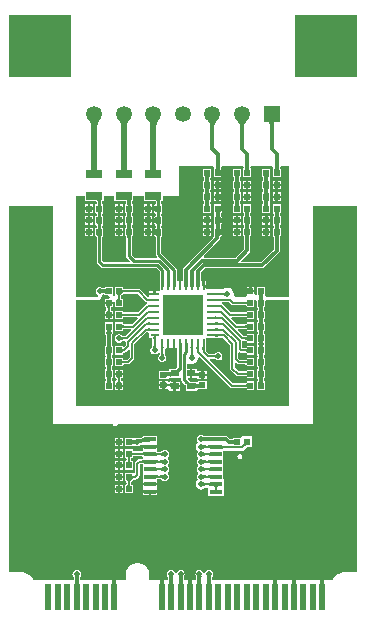
<source format=gbr>
%TF.GenerationSoftware,Altium Limited,Altium Designer,22.1.2 (22)*%
G04 Layer_Physical_Order=4*
G04 Layer_Color=16711680*
%FSLAX26Y26*%
%MOIN*%
%TF.SameCoordinates,E27AF617-6D1A-405A-B533-5A9FBCB34AAC*%
%TF.FilePolarity,Positive*%
%TF.FileFunction,Copper,L4,Bot,Signal*%
%TF.Part,Single*%
G01*
G75*
%TA.AperFunction,ConnectorPad*%
%ADD11R,0.023622X0.090551*%
%TA.AperFunction,SMDPad,CuDef*%
%ADD12R,0.018504X0.020472*%
%TA.AperFunction,Conductor*%
%ADD13C,0.011811*%
%TA.AperFunction,ComponentPad*%
%ADD14C,0.053150*%
%ADD15R,0.053150X0.053150*%
%TA.AperFunction,ViaPad*%
%ADD16R,0.208661X0.208661*%
%ADD17C,0.019685*%
%TA.AperFunction,Conductor*%
%ADD18C,0.007874*%
%TA.AperFunction,SMDPad,CuDef*%
%ADD19R,0.039370X0.015748*%
%ADD20R,0.135827X0.135827*%
%ADD21R,0.009842X0.027559*%
%ADD22R,0.027559X0.009842*%
%ADD23R,0.027559X0.023622*%
%ADD24R,0.020472X0.018504*%
%ADD25R,0.055118X0.027559*%
%TA.AperFunction,Conductor*%
%ADD26C,0.019685*%
%ADD27C,0.009842*%
G36*
X305965Y1636813D02*
X304961Y1636459D01*
X304075Y1635868D01*
X303307Y1635041D01*
X302658Y1633978D01*
X302126Y1632679D01*
X301713Y1631144D01*
X301417Y1629372D01*
X301240Y1627364D01*
X301181Y1625120D01*
X289370D01*
X289311Y1627364D01*
X289134Y1629372D01*
X288839Y1631144D01*
X288425Y1632679D01*
X287894Y1633978D01*
X287244Y1635041D01*
X286476Y1635868D01*
X285591Y1636459D01*
X284587Y1636813D01*
X283465Y1636931D01*
X307087D01*
X305965Y1636813D01*
D02*
G37*
G36*
X-81487Y1642646D02*
X-82976Y1640794D01*
X-84290Y1638853D01*
X-85429Y1636822D01*
X-86393Y1634702D01*
X-87181Y1632492D01*
X-87794Y1630192D01*
X-88232Y1627803D01*
X-88495Y1625324D01*
X-88583Y1622756D01*
X-108268D01*
X-108355Y1625324D01*
X-108618Y1627803D01*
X-109056Y1630192D01*
X-109669Y1632492D01*
X-110458Y1634702D01*
X-111421Y1636822D01*
X-112560Y1638853D01*
X-113874Y1640794D01*
X-115363Y1642646D01*
X-117028Y1644408D01*
X-79823D01*
X-81487Y1642646D01*
D02*
G37*
G36*
X-178248Y1644408D02*
X-179912Y1642646D01*
X-181402Y1640794D01*
X-182716Y1638853D01*
X-183854Y1636822D01*
X-184818Y1634702D01*
X-185606Y1632492D01*
X-186220Y1630192D01*
X-186658Y1627803D01*
X-186920Y1625324D01*
X-187008Y1622756D01*
X-206693D01*
X-206781Y1625324D01*
X-207043Y1627803D01*
X-207481Y1630192D01*
X-208095Y1632492D01*
X-208883Y1634702D01*
X-209846Y1636822D01*
X-210985Y1638853D01*
X-212299Y1640794D01*
X-213788Y1642646D01*
X-215453Y1644408D01*
X-178248Y1644408D01*
D02*
G37*
G36*
X-276673D02*
X-278338Y1642646D01*
X-279827Y1640794D01*
X-281141Y1638853D01*
X-282280Y1636822D01*
X-283243Y1634702D01*
X-284032Y1632492D01*
X-284645Y1630192D01*
X-285083Y1627803D01*
X-285346Y1625324D01*
X-285433Y1622756D01*
X-305118D01*
X-305206Y1625324D01*
X-305469Y1627803D01*
X-305907Y1630192D01*
X-306520Y1632492D01*
X-307308Y1634702D01*
X-308272Y1636822D01*
X-309411Y1638853D01*
X-310724Y1640794D01*
X-312214Y1642646D01*
X-313878Y1644408D01*
X-276673Y1644408D01*
D02*
G37*
G36*
X213040Y1641939D02*
X208977Y1637122D01*
X207327Y1634774D01*
X205930Y1632466D01*
X204787Y1630198D01*
X203899Y1627971D01*
X203264Y1625784D01*
X202883Y1623637D01*
X202756Y1621531D01*
X190945D01*
X190818Y1623637D01*
X190437Y1625784D01*
X189802Y1627971D01*
X188913Y1630198D01*
X187771Y1632466D01*
X186374Y1634774D01*
X184723Y1637122D01*
X182819Y1639510D01*
X180660Y1641939D01*
X178248Y1644408D01*
X215453D01*
X213040Y1641939D01*
D02*
G37*
G36*
X114615D02*
X110552Y1637122D01*
X108902Y1634774D01*
X107505Y1632466D01*
X106362Y1630198D01*
X105473Y1627971D01*
X104839Y1625784D01*
X104458Y1623637D01*
X104331Y1621531D01*
X92520D01*
X92393Y1623637D01*
X92012Y1625784D01*
X91377Y1627971D01*
X90488Y1630198D01*
X89346Y1632466D01*
X87949Y1634774D01*
X86298Y1637122D01*
X84394Y1639510D01*
X82235Y1641939D01*
X79823Y1644408D01*
X117028D01*
X114615Y1641939D01*
D02*
G37*
G36*
X355000Y1054999D02*
X275473Y1054999D01*
X272244Y1058661D01*
X272448Y1062718D01*
X272297Y1063084D01*
X272371Y1063525D01*
X272244Y1063718D01*
Y1087008D01*
X245866D01*
Y1063718D01*
X245738Y1063525D01*
X245775Y1063310D01*
X244469Y1058653D01*
X243347Y1058569D01*
X242509Y1058811D01*
X238386Y1063208D01*
Y1068898D01*
X212008D01*
Y1059999D01*
X208778Y1054999D01*
X172066Y1054999D01*
X168894Y1058864D01*
X169715Y1062992D01*
X168035Y1071441D01*
X163249Y1078603D01*
X156087Y1083389D01*
X147638Y1085070D01*
X139189Y1083389D01*
X132693Y1079049D01*
X120079D01*
Y1079724D01*
X108708D01*
X108148Y1079836D01*
X107823Y1079771D01*
X107495Y1079818D01*
X107129Y1079724D01*
X77756D01*
Y1084646D01*
X68897D01*
Y1088583D01*
X64960D01*
Y1106299D01*
X60039D01*
X59248Y1110971D01*
Y1135056D01*
X73409Y1149217D01*
X264252D01*
X268092Y1149981D01*
X271348Y1152156D01*
X319301Y1200109D01*
X321476Y1203364D01*
X322240Y1207205D01*
Y1247341D01*
X322370Y1247629D01*
X322470Y1250932D01*
X323122Y1255512D01*
X323123D01*
Y1255512D01*
X325394D01*
X325598Y1259569D01*
X325447Y1259934D01*
X325521Y1260375D01*
X325394Y1260568D01*
Y1278802D01*
X325521Y1278995D01*
X325447Y1279437D01*
X325598Y1279801D01*
X325394Y1283859D01*
X323123D01*
Y1283858D01*
X323122D01*
X322477Y1288439D01*
X322433Y1289088D01*
X322470Y1290302D01*
X323122Y1294882D01*
X323123D01*
Y1294882D01*
X325394D01*
X325598Y1298939D01*
X325447Y1299304D01*
X325521Y1299745D01*
X325393Y1299938D01*
Y1318172D01*
X325521Y1318365D01*
X325447Y1318807D01*
X325598Y1319171D01*
X325394Y1323229D01*
X323123D01*
Y1323228D01*
X323122D01*
X322477Y1327809D01*
X322433Y1328457D01*
X322470Y1329672D01*
X323122Y1334252D01*
X323123D01*
Y1334252D01*
X325394D01*
X325598Y1338309D01*
X325447Y1338674D01*
X325521Y1339115D01*
X325394Y1339309D01*
Y1362599D01*
X299016D01*
Y1339309D01*
X298888Y1339115D01*
X298962Y1338674D01*
X298811Y1338309D01*
X299016Y1334252D01*
X301286D01*
Y1334252D01*
X301287D01*
X301932Y1329671D01*
X301976Y1329023D01*
X301940Y1327809D01*
X301287Y1323228D01*
X301286D01*
Y1323229D01*
X299015D01*
X298811Y1319171D01*
X298962Y1318807D01*
X298888Y1318365D01*
X299016Y1318172D01*
Y1299938D01*
X298888Y1299745D01*
X298962Y1299304D01*
X298811Y1298939D01*
X299015Y1294882D01*
X301286D01*
Y1294882D01*
X301287D01*
X301932Y1290301D01*
X301976Y1289653D01*
X301940Y1288438D01*
X301287Y1283858D01*
X301286D01*
Y1283859D01*
X299016D01*
X298811Y1279801D01*
X298962Y1279437D01*
X298888Y1278995D01*
X299016Y1278802D01*
Y1260568D01*
X298888Y1260375D01*
X298962Y1259934D01*
X298811Y1259569D01*
X299016Y1255512D01*
X301286D01*
Y1255512D01*
X301287D01*
X301932Y1250931D01*
X302007Y1249827D01*
X302038Y1247697D01*
X302169Y1247392D01*
Y1211361D01*
X260095Y1169287D01*
X195012D01*
X193099Y1173907D01*
X220875Y1201684D01*
X223051Y1204939D01*
X223815Y1208780D01*
Y1247341D01*
X223944Y1247629D01*
X224045Y1250932D01*
X224697Y1255512D01*
X224698D01*
Y1255512D01*
X226969D01*
X227173Y1259569D01*
X227022Y1259934D01*
X227096Y1260375D01*
X226968Y1260568D01*
Y1278802D01*
X227096Y1278995D01*
X227022Y1279437D01*
X227173Y1279801D01*
X226969Y1283859D01*
X224698D01*
Y1283858D01*
X224697D01*
X224052Y1288439D01*
X224008Y1289087D01*
X224045Y1290302D01*
X224697Y1294882D01*
X224698D01*
Y1294882D01*
X226969D01*
X227173Y1298939D01*
X227022Y1299304D01*
X227096Y1299745D01*
X226968Y1299938D01*
Y1318172D01*
X227096Y1318365D01*
X227022Y1318807D01*
X227173Y1319171D01*
X226969Y1323229D01*
X224698D01*
Y1323228D01*
X224697D01*
X224052Y1327809D01*
X224008Y1328457D01*
X224045Y1329672D01*
X224697Y1334252D01*
X224698D01*
Y1334252D01*
X226969D01*
X227173Y1338309D01*
X227022Y1338674D01*
X227096Y1339115D01*
X226968Y1339309D01*
Y1362599D01*
X200591D01*
Y1339309D01*
X200463Y1339115D01*
X200537Y1338674D01*
X200386Y1338309D01*
X200590Y1334252D01*
X202861D01*
Y1334252D01*
X202862D01*
X203507Y1329671D01*
X203551Y1329023D01*
X203514Y1327809D01*
X202862Y1323228D01*
X202861D01*
Y1323229D01*
X200590D01*
X200386Y1319171D01*
X200537Y1318807D01*
X200463Y1318365D01*
X200591Y1318172D01*
Y1299938D01*
X200463Y1299745D01*
X200537Y1299304D01*
X200386Y1298939D01*
X200590Y1294882D01*
X202861D01*
Y1294882D01*
X202862D01*
X203507Y1290301D01*
X203551Y1289653D01*
X203514Y1288438D01*
X202862Y1283858D01*
X202861D01*
Y1283859D01*
X200590D01*
X200386Y1279801D01*
X200537Y1279437D01*
X200463Y1278995D01*
X200591Y1278802D01*
Y1260568D01*
X200463Y1260375D01*
X200537Y1259934D01*
X200386Y1259569D01*
X200590Y1255512D01*
X202861D01*
Y1255512D01*
X202862D01*
X203507Y1250931D01*
X203582Y1249827D01*
X203613Y1247697D01*
X203744Y1247392D01*
Y1212936D01*
X175843Y1185035D01*
X70760D01*
X68847Y1189655D01*
X121655Y1242463D01*
X123831Y1245719D01*
X124454Y1248851D01*
X124725Y1249469D01*
X124758Y1251029D01*
X126272Y1255512D01*
X128543D01*
X128748Y1259569D01*
X128696Y1259694D01*
X128712Y1260122D01*
X128543Y1260415D01*
Y1278802D01*
X128671Y1278995D01*
X128597Y1279437D01*
X128748Y1279801D01*
X128543Y1283859D01*
X126272D01*
Y1283858D01*
X126272D01*
X125627Y1288439D01*
X125583Y1289087D01*
X125620Y1290302D01*
X126272Y1294882D01*
X126272D01*
Y1294882D01*
X128543D01*
X128748Y1298939D01*
X128597Y1299304D01*
X128671Y1299745D01*
X128543Y1299938D01*
Y1318172D01*
X128671Y1318365D01*
X128597Y1318807D01*
X128748Y1319171D01*
X128543Y1323229D01*
X126272D01*
Y1323228D01*
X126272D01*
X125627Y1327809D01*
X125583Y1328457D01*
X125620Y1329672D01*
X126272Y1334252D01*
X126272D01*
Y1334252D01*
X128543D01*
X128748Y1338309D01*
X128597Y1338674D01*
X128671Y1339115D01*
X128543Y1339309D01*
Y1362599D01*
X102165D01*
Y1339309D01*
X102038Y1339115D01*
X102112Y1338674D01*
X101961Y1338309D01*
X102165Y1334252D01*
X104436D01*
Y1334252D01*
X104437D01*
X105082Y1329671D01*
X105126Y1329023D01*
X105089Y1327809D01*
X104437Y1323228D01*
X104436D01*
Y1323229D01*
X102165D01*
X101961Y1319171D01*
X102112Y1318807D01*
X102038Y1318365D01*
X102165Y1318172D01*
Y1299938D01*
X102038Y1299745D01*
X102112Y1299304D01*
X101961Y1298939D01*
X102165Y1294882D01*
X104436D01*
Y1294882D01*
X104437D01*
X105082Y1290301D01*
X105126Y1289653D01*
X105089Y1288438D01*
X104437Y1283858D01*
X104436D01*
Y1283859D01*
X102165D01*
X101961Y1279801D01*
X102112Y1279437D01*
X102038Y1278995D01*
X102165Y1278802D01*
Y1260627D01*
X102058Y1260471D01*
X102142Y1260006D01*
X101961Y1259569D01*
X102165Y1255512D01*
X101567Y1250759D01*
X2747Y1151938D01*
X571Y1148683D01*
X-193Y1144842D01*
Y1110971D01*
X-984Y1106299D01*
X-5193Y1106299D01*
X-5906D01*
Y1088583D01*
X-13780D01*
Y1106299D01*
X-18701D01*
X-20496Y1110556D01*
Y1143501D01*
X-20496Y1143502D01*
X-21183Y1146958D01*
X-23141Y1149888D01*
X-23142Y1149889D01*
X-72464Y1199211D01*
Y1249290D01*
X-72314Y1249630D01*
X-72282Y1251052D01*
X-70579Y1255512D01*
X-68307D01*
X-68103Y1259569D01*
X-68150Y1259683D01*
X-68135Y1260089D01*
X-68307Y1260394D01*
Y1278858D01*
X-68307Y1278976D01*
X-68135Y1279281D01*
X-68150Y1279688D01*
X-68103Y1279801D01*
X-68307Y1283859D01*
X-70579Y1283858D01*
X-72283Y1288318D01*
X-72306Y1289370D01*
X-72283Y1290422D01*
X-70579Y1294882D01*
X-68307D01*
X-68103Y1298939D01*
X-68150Y1299053D01*
X-68135Y1299459D01*
X-68307Y1299764D01*
Y1318228D01*
X-68307Y1318346D01*
X-68135Y1318651D01*
X-68150Y1319058D01*
X-68103Y1319171D01*
X-68307Y1323229D01*
X-70579Y1323228D01*
X-72283Y1327688D01*
X-72306Y1328740D01*
X-72283Y1329793D01*
X-70579Y1334252D01*
X-68307D01*
X-68103Y1338309D01*
X-68150Y1338423D01*
X-68135Y1338829D01*
X-68307Y1339134D01*
Y1357599D01*
X-68307Y1357716D01*
X-68135Y1358021D01*
X-68150Y1358428D01*
X-68103Y1358541D01*
X-68307Y1362599D01*
X-70579Y1362599D01*
X-72283Y1367058D01*
X-72294Y1367555D01*
X-72269Y1368505D01*
X-72147Y1369907D01*
X-71961Y1371038D01*
X-71737Y1371878D01*
X-71521Y1372412D01*
X-71437Y1372553D01*
X-71202Y1372578D01*
X-71091Y1372638D01*
X-66929D01*
Y1391142D01*
X-11811D01*
Y1490000D01*
X100611D01*
X100810Y1489938D01*
X104468Y1485709D01*
X104467Y1485613D01*
X103332Y1480709D01*
X102165D01*
X101961Y1476651D01*
X102112Y1476287D01*
X102038Y1475845D01*
X102165Y1475652D01*
Y1452362D01*
X128543D01*
Y1475652D01*
X128671Y1475845D01*
X128597Y1476287D01*
X128748Y1476651D01*
X128543Y1480709D01*
X127553D01*
X126087Y1485498D01*
X126081Y1485663D01*
X127745Y1488206D01*
X129785Y1489893D01*
X130119Y1490000D01*
X199036D01*
X199236Y1489938D01*
X202893Y1485709D01*
X202892Y1485613D01*
X201758Y1480709D01*
X200590D01*
X200386Y1476651D01*
X200537Y1476287D01*
X200463Y1475845D01*
X200591Y1475652D01*
Y1452362D01*
X226968D01*
Y1475652D01*
X227096Y1475845D01*
X227022Y1476287D01*
X227173Y1476651D01*
X226969Y1480709D01*
X225978D01*
X224512Y1485498D01*
X224506Y1485663D01*
X226170Y1488206D01*
X228210Y1489893D01*
X228545Y1490000D01*
X297461D01*
X297661Y1489938D01*
X301318Y1485709D01*
X301317Y1485613D01*
X300183Y1480709D01*
X299016D01*
X298811Y1476651D01*
X298962Y1476287D01*
X298888Y1475845D01*
X299016Y1475652D01*
Y1452362D01*
X325394D01*
Y1475652D01*
X325521Y1475845D01*
X325447Y1476287D01*
X325598Y1476651D01*
X325394Y1480709D01*
X324404D01*
X322937Y1485498D01*
X322931Y1485663D01*
X324595Y1488206D01*
X326635Y1489893D01*
X326970Y1490000D01*
X355000D01*
Y1054999D01*
D02*
G37*
G36*
X318142Y1486218D02*
X318401Y1482439D01*
X318626Y1480904D01*
X318917Y1479604D01*
X319272Y1478541D01*
X319691Y1477715D01*
X320175Y1477124D01*
X320724Y1476770D01*
X321337Y1476652D01*
X303073D01*
X303686Y1476770D01*
X304234Y1477124D01*
X304718Y1477715D01*
X305138Y1478541D01*
X305493Y1479604D01*
X305783Y1480904D01*
X306009Y1482439D01*
X306170Y1484211D01*
X306299Y1488463D01*
X318110D01*
X318142Y1486218D01*
D02*
G37*
G36*
X219717D02*
X219975Y1482439D01*
X220201Y1480904D01*
X220492Y1479604D01*
X220846Y1478541D01*
X221266Y1477715D01*
X221750Y1477124D01*
X222298Y1476770D01*
X222911Y1476652D01*
X204648D01*
X205261Y1476770D01*
X205809Y1477124D01*
X206293Y1477715D01*
X206713Y1478541D01*
X207067Y1479604D01*
X207358Y1480904D01*
X207584Y1482439D01*
X207745Y1484211D01*
X207874Y1488463D01*
X219685D01*
X219717Y1486218D01*
D02*
G37*
G36*
X121292D02*
X121550Y1482439D01*
X121776Y1480904D01*
X122066Y1479604D01*
X122421Y1478541D01*
X122841Y1477715D01*
X123325Y1477124D01*
X123873Y1476770D01*
X124486Y1476652D01*
X106222D01*
X106835Y1476770D01*
X107384Y1477124D01*
X107868Y1477715D01*
X108287Y1478541D01*
X108642Y1479604D01*
X108933Y1480904D01*
X109158Y1482439D01*
X109320Y1484211D01*
X109449Y1488463D01*
X121260D01*
X121292Y1486218D01*
D02*
G37*
G36*
X-72589Y1376715D02*
X-73425Y1376416D01*
X-74164Y1375918D01*
X-74803Y1375221D01*
X-75345Y1374324D01*
X-75788Y1373228D01*
X-76132Y1371933D01*
X-76378Y1370439D01*
X-76526Y1368745D01*
X-76556Y1367563D01*
X-76533Y1366514D01*
X-76407Y1364841D01*
X-76196Y1363364D01*
X-75901Y1362085D01*
X-75522Y1361002D01*
X-75059Y1360116D01*
X-74512Y1359427D01*
X-73880Y1358935D01*
X-73164Y1358640D01*
X-72364Y1358542D01*
X-90628D01*
X-89828Y1358640D01*
X-89112Y1358935D01*
X-88481Y1359427D01*
X-87933Y1360116D01*
X-87470Y1361002D01*
X-87091Y1362085D01*
X-86796Y1363364D01*
X-86586Y1364841D01*
X-86460Y1366514D01*
X-86436Y1367563D01*
X-86467Y1368745D01*
X-86614Y1370439D01*
X-86861Y1371933D01*
X-87205Y1373228D01*
X-87648Y1374324D01*
X-88189Y1375221D01*
X-88829Y1375918D01*
X-89567Y1376416D01*
X-90404Y1376715D01*
X-91339Y1376815D01*
X-71654D01*
X-72589Y1376715D01*
D02*
G37*
G36*
X-171014D02*
X-171851Y1376416D01*
X-172589Y1375918D01*
X-173229Y1375221D01*
X-173770Y1374324D01*
X-174213Y1373228D01*
X-174557Y1371933D01*
X-174803Y1370439D01*
X-174951Y1368745D01*
X-174982Y1367563D01*
X-174958Y1366514D01*
X-174832Y1364841D01*
X-174621Y1363364D01*
X-174327Y1362085D01*
X-173948Y1361002D01*
X-173484Y1360116D01*
X-172937Y1359427D01*
X-172305Y1358935D01*
X-171590Y1358640D01*
X-170790Y1358542D01*
X-189053D01*
X-188253Y1358640D01*
X-187538Y1358935D01*
X-186906Y1359427D01*
X-186359Y1360116D01*
X-185895Y1361002D01*
X-185517Y1362085D01*
X-185222Y1363364D01*
X-185011Y1364841D01*
X-184885Y1366514D01*
X-184861Y1367563D01*
X-184892Y1368745D01*
X-185040Y1370439D01*
X-185286Y1371933D01*
X-185630Y1373228D01*
X-186073Y1374324D01*
X-186614Y1375221D01*
X-187254Y1375918D01*
X-187992Y1376416D01*
X-188829Y1376715D01*
X-189764Y1376815D01*
X-170079D01*
X-171014Y1376715D01*
D02*
G37*
G36*
X-269439D02*
X-270276Y1376416D01*
X-271014Y1375918D01*
X-271654Y1375221D01*
X-272195Y1374324D01*
X-272638Y1373228D01*
X-272983Y1371933D01*
X-273229Y1370439D01*
X-273376Y1368745D01*
X-273407Y1367563D01*
X-273383Y1366514D01*
X-273257Y1364841D01*
X-273046Y1363364D01*
X-272752Y1362085D01*
X-272373Y1361002D01*
X-271910Y1360116D01*
X-271362Y1359427D01*
X-270731Y1358935D01*
X-270015Y1358640D01*
X-269215Y1358542D01*
X-287479D01*
X-286679Y1358640D01*
X-285963Y1358935D01*
X-285331Y1359427D01*
X-284784Y1360116D01*
X-284321Y1361002D01*
X-283942Y1362085D01*
X-283647Y1363364D01*
X-283436Y1364841D01*
X-283310Y1366514D01*
X-283286Y1367563D01*
X-283317Y1368745D01*
X-283465Y1370439D01*
X-283711Y1371933D01*
X-284055Y1373228D01*
X-284498Y1374324D01*
X-285040Y1375221D01*
X-285679Y1375918D01*
X-286418Y1376416D01*
X-287254Y1376715D01*
X-288189Y1376815D01*
X-268504D01*
X-269439Y1376715D01*
D02*
G37*
G36*
X320724Y1338191D02*
X320175Y1337837D01*
X319691Y1337246D01*
X319272Y1336419D01*
X318917Y1335356D01*
X318626Y1334057D01*
X318401Y1332522D01*
X318239Y1330750D01*
X318167Y1328376D01*
X318401Y1324959D01*
X318626Y1323423D01*
X318917Y1322124D01*
X319272Y1321061D01*
X319691Y1320234D01*
X320175Y1319644D01*
X320723Y1319290D01*
X321336Y1319171D01*
X303073D01*
X303686Y1319290D01*
X304234Y1319644D01*
X304718Y1320234D01*
X305138Y1321061D01*
X305493Y1322124D01*
X305783Y1323423D01*
X306009Y1324959D01*
X306170Y1326730D01*
X306242Y1329104D01*
X306009Y1332522D01*
X305783Y1334057D01*
X305493Y1335356D01*
X305138Y1336419D01*
X304718Y1337246D01*
X304234Y1337837D01*
X303686Y1338191D01*
X303073Y1338309D01*
X321337D01*
X320724Y1338191D01*
D02*
G37*
G36*
X222298D02*
X221750Y1337837D01*
X221266Y1337246D01*
X220846Y1336419D01*
X220492Y1335356D01*
X220201Y1334057D01*
X219975Y1332522D01*
X219814Y1330750D01*
X219742Y1328376D01*
X219975Y1324959D01*
X220201Y1323423D01*
X220492Y1322124D01*
X220846Y1321061D01*
X221266Y1320234D01*
X221750Y1319644D01*
X222298Y1319290D01*
X222911Y1319171D01*
X204648D01*
X205261Y1319290D01*
X205809Y1319644D01*
X206293Y1320234D01*
X206713Y1321061D01*
X207067Y1322124D01*
X207358Y1323423D01*
X207584Y1324959D01*
X207745Y1326730D01*
X207817Y1329104D01*
X207584Y1332522D01*
X207358Y1334057D01*
X207067Y1335356D01*
X206713Y1336419D01*
X206293Y1337246D01*
X205809Y1337837D01*
X205261Y1338191D01*
X204648Y1338309D01*
X222911D01*
X222298Y1338191D01*
D02*
G37*
G36*
X123873D02*
X123325Y1337837D01*
X122841Y1337246D01*
X122421Y1336419D01*
X122066Y1335356D01*
X121776Y1334057D01*
X121550Y1332522D01*
X121389Y1330750D01*
X121317Y1328376D01*
X121550Y1324959D01*
X121776Y1323423D01*
X122066Y1322124D01*
X122421Y1321061D01*
X122841Y1320234D01*
X123325Y1319644D01*
X123873Y1319290D01*
X124486Y1319171D01*
X106222D01*
X106835Y1319290D01*
X107384Y1319644D01*
X107868Y1320234D01*
X108287Y1321061D01*
X108642Y1322124D01*
X108933Y1323423D01*
X109158Y1324959D01*
X109320Y1326730D01*
X109392Y1329104D01*
X109158Y1332522D01*
X108933Y1334057D01*
X108642Y1335356D01*
X108287Y1336419D01*
X107868Y1337246D01*
X107384Y1337837D01*
X106835Y1338191D01*
X106222Y1338309D01*
X124486D01*
X123873Y1338191D01*
D02*
G37*
G36*
X-73164Y1338211D02*
X-73880Y1337915D01*
X-74512Y1337423D01*
X-75059Y1336734D01*
X-75522Y1335849D01*
X-75901Y1334766D01*
X-76196Y1333486D01*
X-76406Y1332010D01*
X-76533Y1330337D01*
X-76569Y1328740D01*
X-76533Y1327144D01*
X-76406Y1325471D01*
X-76196Y1323994D01*
X-75901Y1322715D01*
X-75522Y1321632D01*
X-75059Y1320746D01*
X-74512Y1320057D01*
X-73880Y1319565D01*
X-73164Y1319270D01*
X-72364Y1319171D01*
X-90628D01*
X-89828Y1319270D01*
X-89112Y1319565D01*
X-88481Y1320057D01*
X-87933Y1320746D01*
X-87470Y1321632D01*
X-87091Y1322715D01*
X-86796Y1323994D01*
X-86586Y1325471D01*
X-86460Y1327144D01*
X-86424Y1328740D01*
X-86460Y1330337D01*
X-86586Y1332010D01*
X-86796Y1333486D01*
X-87091Y1334766D01*
X-87470Y1335849D01*
X-87933Y1336734D01*
X-88481Y1337423D01*
X-89112Y1337915D01*
X-89828Y1338211D01*
X-90628Y1338309D01*
X-72364D01*
X-73164Y1338211D01*
D02*
G37*
G36*
X-171590D02*
X-172305Y1337915D01*
X-172937Y1337423D01*
X-173484Y1336734D01*
X-173947Y1335849D01*
X-174327Y1334766D01*
X-174621Y1333486D01*
X-174832Y1332010D01*
X-174958Y1330337D01*
X-174994Y1328740D01*
X-174958Y1327144D01*
X-174832Y1325471D01*
X-174621Y1323994D01*
X-174326Y1322715D01*
X-173947Y1321632D01*
X-173484Y1320746D01*
X-172937Y1320057D01*
X-172305Y1319565D01*
X-171589Y1319270D01*
X-170789Y1319171D01*
X-189053D01*
X-188253Y1319270D01*
X-187537Y1319565D01*
X-186906Y1320057D01*
X-186358Y1320746D01*
X-185895Y1321632D01*
X-185516Y1322715D01*
X-185222Y1323994D01*
X-185011Y1325471D01*
X-184885Y1327144D01*
X-184849Y1328740D01*
X-184885Y1330337D01*
X-185011Y1332010D01*
X-185222Y1333486D01*
X-185516Y1334766D01*
X-185895Y1335849D01*
X-186358Y1336734D01*
X-186906Y1337423D01*
X-187537Y1337915D01*
X-188253Y1338211D01*
X-189053Y1338309D01*
X-170790D01*
X-171590Y1338211D01*
D02*
G37*
G36*
X-270015D02*
X-270731Y1337915D01*
X-271362Y1337423D01*
X-271910Y1336734D01*
X-272373Y1335849D01*
X-272752Y1334766D01*
X-273046Y1333486D01*
X-273257Y1332010D01*
X-273383Y1330337D01*
X-273419Y1328740D01*
X-273383Y1327144D01*
X-273257Y1325471D01*
X-273046Y1323994D01*
X-272752Y1322715D01*
X-272373Y1321632D01*
X-271909Y1320746D01*
X-271362Y1320057D01*
X-270731Y1319565D01*
X-270015Y1319270D01*
X-269215Y1319171D01*
X-287478D01*
X-286678Y1319270D01*
X-285963Y1319565D01*
X-285331Y1320057D01*
X-284784Y1320746D01*
X-284320Y1321632D01*
X-283942Y1322715D01*
X-283647Y1323994D01*
X-283436Y1325471D01*
X-283310Y1327144D01*
X-283274Y1328740D01*
X-283310Y1330337D01*
X-283436Y1332010D01*
X-283647Y1333486D01*
X-283942Y1334766D01*
X-284320Y1335849D01*
X-284784Y1336734D01*
X-285331Y1337423D01*
X-285963Y1337915D01*
X-286679Y1338211D01*
X-287479Y1338309D01*
X-269215D01*
X-270015Y1338211D01*
D02*
G37*
G36*
X320723Y1298821D02*
X320175Y1298467D01*
X319691Y1297876D01*
X319272Y1297049D01*
X318917Y1295986D01*
X318626Y1294687D01*
X318401Y1293152D01*
X318239Y1291380D01*
X318167Y1289007D01*
X318401Y1285589D01*
X318626Y1284053D01*
X318917Y1282754D01*
X319272Y1281691D01*
X319691Y1280864D01*
X320175Y1280274D01*
X320724Y1279919D01*
X321337Y1279801D01*
X303073D01*
X303686Y1279919D01*
X304234Y1280274D01*
X304718Y1280864D01*
X305138Y1281691D01*
X305493Y1282754D01*
X305783Y1284053D01*
X306009Y1285589D01*
X306170Y1287360D01*
X306242Y1289734D01*
X306009Y1293152D01*
X305783Y1294687D01*
X305493Y1295986D01*
X305138Y1297049D01*
X304718Y1297876D01*
X304234Y1298467D01*
X303686Y1298821D01*
X303073Y1298939D01*
X321336D01*
X320723Y1298821D01*
D02*
G37*
G36*
X222298D02*
X221750Y1298467D01*
X221266Y1297876D01*
X220846Y1297049D01*
X220492Y1295986D01*
X220201Y1294687D01*
X219975Y1293152D01*
X219814Y1291380D01*
X219742Y1289006D01*
X219975Y1285589D01*
X220201Y1284053D01*
X220492Y1282754D01*
X220846Y1281691D01*
X221266Y1280864D01*
X221750Y1280274D01*
X222298Y1279919D01*
X222911Y1279801D01*
X204648D01*
X205261Y1279919D01*
X205809Y1280274D01*
X206293Y1280864D01*
X206713Y1281691D01*
X207067Y1282754D01*
X207358Y1284053D01*
X207584Y1285589D01*
X207745Y1287360D01*
X207817Y1289734D01*
X207584Y1293152D01*
X207358Y1294687D01*
X207067Y1295986D01*
X206713Y1297049D01*
X206293Y1297876D01*
X205809Y1298467D01*
X205261Y1298821D01*
X204648Y1298939D01*
X222911D01*
X222298Y1298821D01*
D02*
G37*
G36*
X123873D02*
X123325Y1298467D01*
X122841Y1297876D01*
X122421Y1297049D01*
X122066Y1295986D01*
X121776Y1294687D01*
X121550Y1293152D01*
X121389Y1291380D01*
X121317Y1289006D01*
X121550Y1285589D01*
X121776Y1284053D01*
X122066Y1282754D01*
X122421Y1281691D01*
X122841Y1280864D01*
X123325Y1280274D01*
X123873Y1279919D01*
X124486Y1279801D01*
X106222D01*
X106835Y1279919D01*
X107384Y1280274D01*
X107868Y1280864D01*
X108287Y1281691D01*
X108642Y1282754D01*
X108933Y1284053D01*
X109158Y1285589D01*
X109320Y1287360D01*
X109392Y1289734D01*
X109158Y1293152D01*
X108933Y1294687D01*
X108642Y1295986D01*
X108287Y1297049D01*
X107868Y1297876D01*
X107384Y1298467D01*
X106835Y1298821D01*
X106222Y1298939D01*
X124486D01*
X123873Y1298821D01*
D02*
G37*
G36*
X-73164Y1298841D02*
X-73880Y1298545D01*
X-74512Y1298053D01*
X-75059Y1297364D01*
X-75522Y1296478D01*
X-75901Y1295396D01*
X-76196Y1294116D01*
X-76406Y1292640D01*
X-76533Y1290967D01*
X-76569Y1289370D01*
X-76533Y1287774D01*
X-76406Y1286101D01*
X-76196Y1284624D01*
X-75901Y1283345D01*
X-75522Y1282262D01*
X-75059Y1281376D01*
X-74512Y1280687D01*
X-73880Y1280195D01*
X-73164Y1279900D01*
X-72364Y1279801D01*
X-90628D01*
X-89828Y1279900D01*
X-89112Y1280195D01*
X-88481Y1280687D01*
X-87933Y1281376D01*
X-87470Y1282262D01*
X-87091Y1283345D01*
X-86796Y1284624D01*
X-86586Y1286101D01*
X-86460Y1287774D01*
X-86424Y1289370D01*
X-86460Y1290967D01*
X-86586Y1292640D01*
X-86796Y1294116D01*
X-87091Y1295396D01*
X-87470Y1296478D01*
X-87933Y1297364D01*
X-88481Y1298053D01*
X-89112Y1298545D01*
X-89828Y1298841D01*
X-90628Y1298939D01*
X-72364D01*
X-73164Y1298841D01*
D02*
G37*
G36*
X-171589D02*
X-172305Y1298545D01*
X-172937Y1298053D01*
X-173484Y1297364D01*
X-173947Y1296478D01*
X-174326Y1295396D01*
X-174621Y1294116D01*
X-174832Y1292640D01*
X-174958Y1290967D01*
X-174994Y1289370D01*
X-174958Y1287774D01*
X-174832Y1286101D01*
X-174621Y1284624D01*
X-174326Y1283345D01*
X-173947Y1282262D01*
X-173484Y1281376D01*
X-172937Y1280687D01*
X-172305Y1280195D01*
X-171589Y1279900D01*
X-170789Y1279801D01*
X-189053D01*
X-188253Y1279900D01*
X-187537Y1280195D01*
X-186906Y1280687D01*
X-186358Y1281376D01*
X-185895Y1282262D01*
X-185516Y1283345D01*
X-185222Y1284624D01*
X-185011Y1286101D01*
X-184885Y1287774D01*
X-184849Y1289370D01*
X-184885Y1290967D01*
X-185011Y1292640D01*
X-185222Y1294116D01*
X-185516Y1295396D01*
X-185895Y1296478D01*
X-186358Y1297364D01*
X-186906Y1298053D01*
X-187537Y1298545D01*
X-188253Y1298841D01*
X-189053Y1298939D01*
X-170789D01*
X-171589Y1298841D01*
D02*
G37*
G36*
X-270015D02*
X-270731Y1298545D01*
X-271362Y1298053D01*
X-271909Y1297364D01*
X-272373Y1296478D01*
X-272752Y1295396D01*
X-273046Y1294116D01*
X-273257Y1292640D01*
X-273383Y1290967D01*
X-273419Y1289370D01*
X-273383Y1287774D01*
X-273257Y1286101D01*
X-273046Y1284624D01*
X-272752Y1283345D01*
X-272373Y1282262D01*
X-271909Y1281376D01*
X-271362Y1280687D01*
X-270731Y1280195D01*
X-270015Y1279900D01*
X-269215Y1279801D01*
X-287478D01*
X-286678Y1279900D01*
X-285963Y1280195D01*
X-285331Y1280687D01*
X-284784Y1281376D01*
X-284320Y1282262D01*
X-283942Y1283345D01*
X-283647Y1284624D01*
X-283436Y1286101D01*
X-283310Y1287774D01*
X-283274Y1289370D01*
X-283310Y1290967D01*
X-283436Y1292640D01*
X-283647Y1294116D01*
X-283942Y1295396D01*
X-284320Y1296478D01*
X-284784Y1297364D01*
X-285331Y1298053D01*
X-285963Y1298545D01*
X-286678Y1298841D01*
X-287478Y1298939D01*
X-269215D01*
X-270015Y1298841D01*
D02*
G37*
G36*
X-73164Y1259470D02*
X-73880Y1259175D01*
X-74512Y1258683D01*
X-75059Y1257994D01*
X-75522Y1257108D01*
X-75901Y1256026D01*
X-76196Y1254746D01*
X-76406Y1253270D01*
X-76533Y1251597D01*
X-76575Y1249726D01*
X-86417D01*
X-86460Y1251597D01*
X-86586Y1253270D01*
X-86796Y1254746D01*
X-87091Y1256026D01*
X-87470Y1257108D01*
X-87933Y1257994D01*
X-88481Y1258683D01*
X-89112Y1259175D01*
X-89828Y1259470D01*
X-90628Y1259569D01*
X-72364D01*
X-73164Y1259470D01*
D02*
G37*
G36*
X-171589D02*
X-172305Y1259175D01*
X-172937Y1258683D01*
X-173484Y1257994D01*
X-173947Y1257108D01*
X-174326Y1256026D01*
X-174621Y1254746D01*
X-174832Y1253270D01*
X-174958Y1251597D01*
X-175000Y1249726D01*
X-184843D01*
X-184885Y1251597D01*
X-185011Y1253270D01*
X-185221Y1254746D01*
X-185516Y1256026D01*
X-185895Y1257108D01*
X-186358Y1257994D01*
X-186906Y1258683D01*
X-187537Y1259175D01*
X-188253Y1259470D01*
X-189053Y1259569D01*
X-170789D01*
X-171589Y1259470D01*
D02*
G37*
G36*
X-270015D02*
X-270730Y1259175D01*
X-271362Y1258683D01*
X-271909Y1257994D01*
X-272373Y1257108D01*
X-272752Y1256026D01*
X-273046Y1254746D01*
X-273257Y1253270D01*
X-273383Y1251597D01*
X-273425Y1249726D01*
X-283268D01*
X-283310Y1251597D01*
X-283436Y1253270D01*
X-283647Y1254746D01*
X-283942Y1256026D01*
X-284320Y1257108D01*
X-284784Y1257994D01*
X-285331Y1258683D01*
X-285963Y1259175D01*
X-286678Y1259470D01*
X-287478Y1259569D01*
X-269215D01*
X-270015Y1259470D01*
D02*
G37*
G36*
X123722Y1259469D02*
X123038Y1259168D01*
X122435Y1258668D01*
X121912Y1257967D01*
X121470Y1257066D01*
X121108Y1255965D01*
X120827Y1254664D01*
X120626Y1253163D01*
X120505Y1251461D01*
X120465Y1249559D01*
X108654D01*
X108629Y1251461D01*
X108265Y1255965D01*
X108046Y1257066D01*
X107778Y1257967D01*
X107462Y1258668D01*
X107098Y1259168D01*
X106684Y1259469D01*
X106222Y1259569D01*
X124486D01*
X123722Y1259469D01*
D02*
G37*
G36*
X320724Y1259451D02*
X320175Y1259097D01*
X319691Y1258506D01*
X319272Y1257679D01*
X318917Y1256616D01*
X318626Y1255317D01*
X318401Y1253782D01*
X318239Y1252010D01*
X318110Y1247758D01*
X306299D01*
X306267Y1250002D01*
X306009Y1253782D01*
X305783Y1255317D01*
X305493Y1256616D01*
X305138Y1257679D01*
X304718Y1258506D01*
X304234Y1259097D01*
X303686Y1259451D01*
X303073Y1259569D01*
X321337D01*
X320724Y1259451D01*
D02*
G37*
G36*
X222298D02*
X221750Y1259097D01*
X221266Y1258506D01*
X220846Y1257679D01*
X220492Y1256616D01*
X220201Y1255317D01*
X219975Y1253782D01*
X219814Y1252010D01*
X219685Y1247758D01*
X207874D01*
X207842Y1250002D01*
X207584Y1253782D01*
X207358Y1255317D01*
X207067Y1256616D01*
X206713Y1257679D01*
X206293Y1258506D01*
X205809Y1259097D01*
X205261Y1259451D01*
X204648Y1259569D01*
X222911D01*
X222298Y1259451D01*
D02*
G37*
G36*
X-129921Y1372638D02*
X-91901D01*
X-91790Y1372578D01*
X-91556Y1372553D01*
X-91471Y1372412D01*
X-91255Y1371878D01*
X-91032Y1371037D01*
X-90846Y1369906D01*
X-90723Y1368505D01*
X-90699Y1367555D01*
X-90710Y1367058D01*
X-92414Y1362599D01*
X-94685D01*
X-94890Y1358541D01*
X-94843Y1358428D01*
X-94858Y1358021D01*
X-94685Y1357716D01*
Y1339252D01*
X-94685Y1339134D01*
X-94858Y1338829D01*
X-94843Y1338423D01*
X-94890Y1338309D01*
X-94685Y1334252D01*
X-92414Y1334252D01*
X-90710Y1329793D01*
X-90686Y1328740D01*
X-90710Y1327688D01*
X-92414Y1323228D01*
X-94685D01*
X-94890Y1319171D01*
X-94843Y1319058D01*
X-94858Y1318651D01*
X-94685Y1318346D01*
Y1299882D01*
X-94685Y1299764D01*
X-94858Y1299459D01*
X-94843Y1299053D01*
X-94890Y1298939D01*
X-94685Y1294882D01*
X-92414Y1294882D01*
X-90710Y1290422D01*
X-90686Y1289370D01*
X-90710Y1288318D01*
X-92414Y1283858D01*
X-94685D01*
X-94890Y1279801D01*
X-94843Y1279688D01*
X-94858Y1279281D01*
X-94685Y1278976D01*
Y1260512D01*
X-94685Y1260394D01*
X-94858Y1260089D01*
X-94843Y1259683D01*
X-94890Y1259569D01*
X-94685Y1255512D01*
X-92414Y1255512D01*
X-90710Y1251053D01*
X-90678Y1249630D01*
X-90528Y1249290D01*
Y1195470D01*
X-89840Y1192014D01*
X-87882Y1189084D01*
X-86229Y1187431D01*
X-88143Y1182811D01*
X-160038D01*
X-170890Y1193662D01*
Y1249290D01*
X-170740Y1249630D01*
X-170708Y1251052D01*
X-169004Y1255512D01*
X-166732D01*
X-166528Y1259569D01*
X-166575Y1259683D01*
X-166560Y1260089D01*
X-166732Y1260394D01*
Y1278858D01*
X-166732Y1278976D01*
X-166560Y1279281D01*
X-166575Y1279688D01*
X-166528Y1279801D01*
X-166732Y1283859D01*
X-169004Y1283858D01*
X-170708Y1288318D01*
X-170732Y1289370D01*
X-170708Y1290422D01*
X-169004Y1294882D01*
X-166732D01*
X-166528Y1298939D01*
X-166575Y1299053D01*
X-166560Y1299459D01*
X-166732Y1299764D01*
Y1318228D01*
X-166732Y1318346D01*
X-166560Y1318651D01*
X-166575Y1319058D01*
X-166528Y1319171D01*
X-166732Y1323229D01*
X-169004Y1323228D01*
X-170708Y1327688D01*
X-170732Y1328740D01*
X-170708Y1329793D01*
X-169004Y1334252D01*
X-166732D01*
X-166528Y1338309D01*
X-166575Y1338423D01*
X-166560Y1338829D01*
X-166733Y1339134D01*
Y1357599D01*
X-166732Y1357716D01*
X-166560Y1358021D01*
X-166575Y1358428D01*
X-166528Y1358541D01*
X-166732Y1362599D01*
X-169004Y1362599D01*
X-170708Y1367058D01*
X-170719Y1367555D01*
X-170694Y1368505D01*
X-170572Y1369907D01*
X-170386Y1371038D01*
X-170162Y1371878D01*
X-169946Y1372412D01*
X-169862Y1372553D01*
X-169628Y1372578D01*
X-169517Y1372638D01*
X-165355D01*
Y1391142D01*
X-129921D01*
Y1372638D01*
D02*
G37*
G36*
X-228346D02*
X-190326D01*
X-190215Y1372578D01*
X-189981Y1372553D01*
X-189897Y1372412D01*
X-189680Y1371878D01*
X-189457Y1371037D01*
X-189271Y1369906D01*
X-189149Y1368505D01*
X-189124Y1367555D01*
X-189135Y1367058D01*
X-190839Y1362599D01*
X-193111D01*
X-193315Y1358541D01*
X-193268Y1358428D01*
X-193283Y1358021D01*
X-193110Y1357716D01*
Y1339252D01*
X-193111Y1339134D01*
X-193283Y1338829D01*
X-193268Y1338423D01*
X-193315Y1338309D01*
X-193111Y1334252D01*
X-190839Y1334252D01*
X-189135Y1329793D01*
X-189111Y1328740D01*
X-189135Y1327688D01*
X-190839Y1323228D01*
X-193110D01*
X-193315Y1319171D01*
X-193268Y1319058D01*
X-193283Y1318651D01*
X-193110Y1318346D01*
Y1299882D01*
X-193110Y1299764D01*
X-193283Y1299459D01*
X-193268Y1299053D01*
X-193315Y1298939D01*
X-193110Y1294882D01*
X-190839Y1294882D01*
X-189135Y1290422D01*
X-189111Y1289370D01*
X-189135Y1288318D01*
X-190839Y1283858D01*
X-193110D01*
X-193315Y1279801D01*
X-193268Y1279688D01*
X-193283Y1279281D01*
X-193110Y1278976D01*
Y1260512D01*
X-193110Y1260394D01*
X-193283Y1260089D01*
X-193268Y1259683D01*
X-193315Y1259569D01*
X-193110Y1255512D01*
X-190839Y1255512D01*
X-189135Y1251052D01*
X-189103Y1249630D01*
X-188953Y1249290D01*
Y1189921D01*
X-188266Y1186465D01*
X-186308Y1183535D01*
X-176424Y1173651D01*
X-178337Y1169032D01*
X-264354D01*
X-269315Y1173992D01*
Y1249290D01*
X-269165Y1249630D01*
X-269133Y1251052D01*
X-267429Y1255512D01*
X-265157D01*
X-264953Y1259569D01*
X-265000Y1259683D01*
X-264985Y1260089D01*
X-265158Y1260394D01*
Y1278858D01*
X-265157Y1278976D01*
X-264985Y1279281D01*
X-265000Y1279688D01*
X-264953Y1279801D01*
X-265157Y1283859D01*
X-267429Y1283858D01*
X-269133Y1288318D01*
X-269157Y1289370D01*
X-269133Y1290422D01*
X-267429Y1294882D01*
X-265157D01*
X-264953Y1298939D01*
X-265000Y1299053D01*
X-264985Y1299459D01*
X-265158Y1299764D01*
Y1318228D01*
X-265157Y1318346D01*
X-264985Y1318651D01*
X-265000Y1319058D01*
X-264953Y1319171D01*
X-265157Y1323229D01*
X-267429Y1323228D01*
X-269133Y1327688D01*
X-269157Y1328740D01*
X-269133Y1329793D01*
X-267429Y1334252D01*
X-265158D01*
X-264953Y1338309D01*
X-265000Y1338423D01*
X-264985Y1338829D01*
X-265158Y1339134D01*
Y1357599D01*
X-265158Y1357716D01*
X-264985Y1358021D01*
X-265000Y1358428D01*
X-264953Y1358541D01*
X-265158Y1362599D01*
X-267429Y1362599D01*
X-269133Y1367058D01*
X-269144Y1367555D01*
X-269120Y1368505D01*
X-268998Y1369907D01*
X-268811Y1371038D01*
X-268588Y1371878D01*
X-268372Y1372412D01*
X-268287Y1372553D01*
X-268053Y1372578D01*
X-267942Y1372638D01*
X-263780D01*
Y1391142D01*
X-228346D01*
Y1372638D01*
D02*
G37*
G36*
X-256376Y1062718D02*
X-256494Y1063518D01*
X-256848Y1064234D01*
X-257439Y1064866D01*
X-258266Y1065413D01*
X-259329Y1065876D01*
X-260628Y1066255D01*
X-262163Y1066550D01*
X-263935Y1066761D01*
X-265437Y1066855D01*
X-267966Y1066683D01*
X-268593Y1066575D01*
X-269124Y1066447D01*
X-269558Y1066299D01*
X-269895Y1066132D01*
X-270136Y1065945D01*
Y1079724D01*
X-269895Y1079537D01*
X-269558Y1079370D01*
X-269124Y1079222D01*
X-268593Y1079094D01*
X-267966Y1078986D01*
X-266423Y1078829D01*
X-265736Y1078801D01*
X-262163Y1079119D01*
X-260628Y1079414D01*
X-259329Y1079793D01*
X-258266Y1080256D01*
X-257439Y1080803D01*
X-256848Y1081435D01*
X-256494Y1082151D01*
X-256376Y1082951D01*
Y1062718D01*
D02*
G37*
G36*
X-204294Y1079961D02*
X-204054Y1079291D01*
X-203655Y1078701D01*
X-203095Y1078189D01*
X-202375Y1077756D01*
X-201496Y1077401D01*
X-200457Y1077126D01*
X-199258Y1076929D01*
X-197899Y1076811D01*
X-196380Y1076772D01*
Y1068898D01*
X-197899Y1068858D01*
X-199258Y1068740D01*
X-200457Y1068543D01*
X-201496Y1068268D01*
X-202375Y1067913D01*
X-203095Y1067480D01*
X-203655Y1066968D01*
X-204054Y1066378D01*
X-204294Y1065709D01*
X-204374Y1064961D01*
Y1080709D01*
X-204294Y1079961D01*
D02*
G37*
G36*
X-123984Y1037630D02*
X-121379Y1035890D01*
X-120706Y1035756D01*
X-120110Y1033517D01*
X-120178Y1030553D01*
X-122055Y1029299D01*
X-122055Y1029299D01*
X-149231Y1002123D01*
X-195890D01*
X-196269Y1002291D01*
X-197660Y1002327D01*
X-198728Y1002420D01*
X-199564Y1002558D01*
X-200149Y1002713D01*
X-200197Y1002732D01*
Y1008268D01*
X-226575D01*
Y979921D01*
X-200197D01*
Y985457D01*
X-200149Y985476D01*
X-199564Y985631D01*
X-198728Y985769D01*
X-197659Y985861D01*
X-196269Y985897D01*
X-195890Y986066D01*
X-152359D01*
X-150288Y981066D01*
X-168601Y962753D01*
X-195890D01*
X-196269Y962921D01*
X-197660Y962957D01*
X-198728Y963050D01*
X-199564Y963188D01*
X-200149Y963343D01*
X-200197Y963362D01*
Y968898D01*
X-226575D01*
Y940551D01*
X-200197D01*
Y946087D01*
X-200149Y946106D01*
X-199564Y946261D01*
X-198728Y946399D01*
X-197659Y946491D01*
X-196269Y946527D01*
X-195890Y946696D01*
X-174138D01*
X-172225Y942077D01*
X-190919Y923383D01*
X-197958D01*
X-198331Y923551D01*
X-199174Y923576D01*
X-199829Y923638D01*
X-200422Y923736D01*
X-200957Y923865D01*
X-201440Y924024D01*
X-201877Y924208D01*
X-202273Y924418D01*
X-202640Y924655D01*
X-202984Y924924D01*
X-203446Y925356D01*
X-204174Y925630D01*
X-205580Y927036D01*
X-210645Y929134D01*
X-216127D01*
X-221191Y927036D01*
X-225068Y923160D01*
X-227165Y918095D01*
Y912613D01*
X-225068Y907549D01*
X-221191Y903673D01*
X-216127Y901575D01*
X-210645D01*
X-205580Y903673D01*
X-204174Y905079D01*
X-203446Y905352D01*
X-202983Y905785D01*
X-202640Y906053D01*
X-202273Y906291D01*
X-201876Y906500D01*
X-201440Y906685D01*
X-200957Y906843D01*
X-200422Y906973D01*
X-199829Y907071D01*
X-199174Y907132D01*
X-198331Y907158D01*
X-197958Y907326D01*
X-192213D01*
X-189839Y904433D01*
Y892868D01*
X-195197Y887510D01*
X-200197Y889582D01*
Y890157D01*
X-226575D01*
Y861811D01*
X-200197D01*
Y867346D01*
X-200149Y867366D01*
X-199564Y867521D01*
X-198728Y867658D01*
X-197659Y867751D01*
X-196269Y867787D01*
X-195890Y867956D01*
X-195369D01*
X-192297Y868567D01*
X-189693Y870307D01*
X-182648Y877352D01*
X-178028Y875439D01*
Y854679D01*
X-188065Y844642D01*
X-195890D01*
X-196269Y844811D01*
X-197660Y844847D01*
X-198728Y844940D01*
X-199564Y845077D01*
X-200148Y845232D01*
X-200197Y845252D01*
Y850787D01*
X-226575D01*
Y822441D01*
X-200197D01*
Y827976D01*
X-200149Y827996D01*
X-199564Y828151D01*
X-198728Y828288D01*
X-197659Y828381D01*
X-196269Y828417D01*
X-195890Y828586D01*
X-184740D01*
X-181667Y829197D01*
X-179063Y830937D01*
X-164323Y845677D01*
X-162583Y848282D01*
X-161972Y851354D01*
X-161972Y851354D01*
Y896216D01*
X-121334Y936854D01*
X-116492D01*
X-116114Y936688D01*
X-115835Y936501D01*
X-112205Y934026D01*
X-112205Y931024D01*
Y916339D01*
X-103126D01*
X-103106Y916290D01*
X-102951Y915705D01*
X-102814Y914870D01*
X-102721Y913801D01*
X-102685Y912411D01*
X-102516Y912032D01*
Y891413D01*
X-102685Y891039D01*
X-102710Y890196D01*
X-102772Y889541D01*
X-102870Y888948D01*
X-102999Y888413D01*
X-103158Y887930D01*
X-103342Y887494D01*
X-103552Y887097D01*
X-103789Y886731D01*
X-104058Y886386D01*
X-104490Y885924D01*
X-104764Y885196D01*
X-106170Y883790D01*
X-108268Y878725D01*
Y873243D01*
X-106170Y868179D01*
X-102294Y864303D01*
X-97229Y862205D01*
X-91747D01*
X-86683Y864303D01*
X-83734Y867252D01*
X-79505Y867355D01*
X-77901Y866955D01*
X-77094Y865448D01*
X-77120Y864605D01*
X-77181Y863950D01*
X-77279Y863357D01*
X-77409Y862822D01*
X-77567Y862340D01*
X-77752Y861903D01*
X-77961Y861506D01*
X-78198Y861140D01*
X-78468Y860796D01*
X-78900Y860334D01*
X-79173Y859605D01*
X-80579Y858199D01*
X-82677Y853135D01*
Y847653D01*
X-80579Y842588D01*
X-76703Y838712D01*
X-71638Y836614D01*
X-66157D01*
X-61092Y838712D01*
X-57216Y842588D01*
X-55118Y847653D01*
Y853135D01*
X-57216Y858199D01*
X-58622Y859605D01*
X-58896Y860334D01*
X-59328Y860796D01*
X-59596Y861139D01*
X-59834Y861506D01*
X-60044Y861903D01*
X-60228Y862340D01*
X-60387Y862823D01*
X-60516Y863357D01*
X-60614Y863950D01*
X-60676Y864605D01*
X-60701Y865448D01*
X-60869Y865822D01*
Y877603D01*
X-60704Y877981D01*
X-60516Y878259D01*
X-58041Y881890D01*
X-55039Y881890D01*
X-53150D01*
Y899606D01*
X-45276D01*
Y881890D01*
X-40354D01*
X-35354Y881890D01*
X-33465D01*
Y899606D01*
X-25591D01*
Y881890D01*
X-20669D01*
X-18874Y877633D01*
Y818990D01*
X-21682Y816288D01*
X-23109Y815064D01*
X-23246Y814961D01*
X-45276D01*
Y810518D01*
X-49366Y807356D01*
X-50787Y807677D01*
X-54844Y807881D01*
X-55338Y807677D01*
X-55608D01*
X-55994Y807723D01*
X-56053Y807677D01*
X-79134D01*
Y781299D01*
X-50787D01*
Y781299D01*
X-46538Y783786D01*
X-45276Y783464D01*
X-41245Y783260D01*
X-41135Y783305D01*
X-40721Y783289D01*
X-40407Y783465D01*
X-9843D01*
Y783464D01*
X-5095Y782856D01*
Y777559D01*
X-4407Y774103D01*
X-2449Y771173D01*
X3696Y765028D01*
X3820Y764694D01*
X7358Y760890D01*
X8579Y759372D01*
X9518Y758034D01*
X9843Y757473D01*
Y753881D01*
X9758Y753677D01*
X9843Y753473D01*
Y753124D01*
X9813Y752997D01*
X9843Y752949D01*
Y740158D01*
X45276D01*
Y744593D01*
X49365Y747768D01*
X50787Y747441D01*
X54844Y747236D01*
X55338Y747441D01*
X55608D01*
X55994Y747395D01*
X56053Y747441D01*
X79134D01*
Y773819D01*
X50787D01*
Y773819D01*
X46538Y771332D01*
X45276Y771654D01*
X41219Y771858D01*
X41112Y771814D01*
X40721Y771829D01*
X40408Y771654D01*
X28547D01*
X28499Y771683D01*
X28373Y771654D01*
X28023D01*
X27819Y771738D01*
X27615Y771654D01*
X24024D01*
X23463Y771978D01*
X22171Y772885D01*
X18792Y775755D01*
X16861Y777621D01*
X17433Y782395D01*
X17875Y783465D01*
X23622D01*
Y799212D01*
Y814961D01*
X12969D01*
Y829797D01*
X17969Y831744D01*
X25221Y828740D01*
X33835D01*
X41793Y832037D01*
X47885Y838128D01*
X51181Y846087D01*
Y850394D01*
X56181Y852465D01*
X156449Y752197D01*
X159054Y750457D01*
X162126Y749846D01*
X207701D01*
X208081Y749677D01*
X209470Y749641D01*
X210539Y749548D01*
X211375Y749411D01*
X211959Y749256D01*
X212008Y749236D01*
Y743701D01*
X238386D01*
Y772047D01*
X212008D01*
Y766512D01*
X211959Y766492D01*
X211375Y766337D01*
X210539Y766200D01*
X209470Y766107D01*
X208081Y766071D01*
X207701Y765902D01*
X165452D01*
X88083Y843271D01*
X90154Y848271D01*
X102682D01*
X103056Y848103D01*
X103899Y848077D01*
X104553Y848015D01*
X105147Y847918D01*
X105682Y847788D01*
X106164Y847630D01*
X106601Y847445D01*
X106997Y847236D01*
X107364Y846998D01*
X107708Y846729D01*
X108170Y846297D01*
X108899Y846024D01*
X110305Y844617D01*
X115369Y842520D01*
X120851D01*
X125916Y844617D01*
X129792Y848494D01*
X131890Y853558D01*
Y859040D01*
X129792Y864105D01*
X125916Y867981D01*
X120851Y870079D01*
X115369D01*
X110305Y867981D01*
X108899Y866575D01*
X108170Y866301D01*
X107708Y865869D01*
X107365Y865600D01*
X106998Y865363D01*
X106601Y865153D01*
X106164Y864969D01*
X105681Y864810D01*
X105146Y864681D01*
X104553Y864583D01*
X103899Y864521D01*
X103056Y864496D01*
X102682Y864327D01*
X87026D01*
X76926Y874428D01*
Y876991D01*
X77756Y881890D01*
X77960Y885947D01*
X77756Y886440D01*
X77756Y886890D01*
Y912730D01*
X77756Y916339D01*
X81364Y916339D01*
X107205D01*
X107654Y916339D01*
X108148Y916134D01*
X112205Y916339D01*
X117071Y917169D01*
X134665D01*
X156972Y894862D01*
Y815000D01*
X157583Y811928D01*
X159323Y809323D01*
X177079Y791567D01*
X177079Y791567D01*
X179684Y789827D01*
X182756Y789216D01*
X207701D01*
X208081Y789047D01*
X209470Y789011D01*
X210539Y788918D01*
X211375Y788781D01*
X211959Y788626D01*
X212008Y788606D01*
Y783071D01*
X238386D01*
Y811417D01*
X212008D01*
Y805882D01*
X211959Y805862D01*
X211375Y805707D01*
X210539Y805570D01*
X209470Y805477D01*
X208081Y805441D01*
X207701Y805272D01*
X186081D01*
X173028Y818326D01*
Y834085D01*
X177648Y835999D01*
X182709Y830937D01*
X185314Y829197D01*
X188386Y828586D01*
X188386Y828586D01*
X207701D01*
X208081Y828417D01*
X209470Y828381D01*
X210539Y828288D01*
X211375Y828151D01*
X211959Y827996D01*
X212008Y827976D01*
Y822441D01*
X238386D01*
Y850787D01*
X212008D01*
Y845252D01*
X211959Y845232D01*
X211375Y845077D01*
X210539Y844940D01*
X209470Y844847D01*
X208081Y844811D01*
X207701Y844642D01*
X191711D01*
X184839Y851514D01*
Y867230D01*
X189839Y869305D01*
X190944Y868567D01*
X194016Y867956D01*
X194016Y867956D01*
X207701D01*
X208081Y867787D01*
X209470Y867751D01*
X210539Y867658D01*
X211375Y867521D01*
X211959Y867366D01*
X212008Y867346D01*
Y861811D01*
X238386D01*
Y890157D01*
X212008D01*
Y884622D01*
X211959Y884602D01*
X211375Y884447D01*
X210539Y884310D01*
X209470Y884217D01*
X208081Y884181D01*
X207701Y884013D01*
X197341D01*
X196650Y884703D01*
Y906265D01*
X197943Y907326D01*
X197943Y907326D01*
X207701D01*
X208081Y907157D01*
X209470Y907121D01*
X210539Y907028D01*
X211375Y906891D01*
X211959Y906736D01*
X212008Y906716D01*
Y901181D01*
X238386D01*
Y929528D01*
X212008D01*
Y923992D01*
X211959Y923972D01*
X211375Y923817D01*
X210539Y923680D01*
X209470Y923587D01*
X208081Y923551D01*
X207701Y923383D01*
X201268D01*
X182574Y942077D01*
X184487Y946696D01*
X207701D01*
X208081Y946527D01*
X209470Y946491D01*
X210539Y946399D01*
X211375Y946261D01*
X211959Y946106D01*
X212008Y946087D01*
Y940551D01*
X238386D01*
Y968898D01*
X212008D01*
Y963362D01*
X211959Y963343D01*
X211375Y963188D01*
X210539Y963050D01*
X209470Y962957D01*
X208081Y962921D01*
X207701Y962753D01*
X178601D01*
X160288Y981066D01*
X162359Y986066D01*
X207701D01*
X208081Y985897D01*
X209470Y985861D01*
X210539Y985769D01*
X211375Y985631D01*
X211959Y985476D01*
X212008Y985457D01*
Y979921D01*
X238386D01*
Y1008268D01*
X212008D01*
Y1002732D01*
X211959Y1002713D01*
X211375Y1002558D01*
X210539Y1002420D01*
X209470Y1002327D01*
X208081Y1002291D01*
X207701Y1002123D01*
X159231D01*
X132055Y1029299D01*
X130588Y1030279D01*
X131815Y1035279D01*
X153367D01*
X160858Y1027788D01*
X160859Y1027788D01*
X163463Y1026047D01*
X166536Y1025436D01*
X207701D01*
X208081Y1025267D01*
X209470Y1025231D01*
X210539Y1025139D01*
X211375Y1025001D01*
X211959Y1024847D01*
X212008Y1024827D01*
Y1019291D01*
X238386D01*
Y1042263D01*
X242307Y1043546D01*
X245866Y1040349D01*
Y1024348D01*
X245738Y1024155D01*
X245813Y1023713D01*
X245661Y1023348D01*
X245866Y1019291D01*
X248137D01*
Y1019291D01*
X248138D01*
X248782Y1014711D01*
X248827Y1014062D01*
X248790Y1012848D01*
X248138Y1008268D01*
X248137D01*
Y1008268D01*
X245866D01*
X245661Y1004211D01*
X245813Y1003846D01*
X245738Y1003404D01*
X245866Y1003211D01*
Y984978D01*
X245738Y984784D01*
X245813Y984343D01*
X245661Y983978D01*
X245866Y979921D01*
X248137D01*
Y979921D01*
X248138D01*
X248782Y975340D01*
X248827Y974692D01*
X248790Y973478D01*
X248138Y968898D01*
X248137D01*
Y968898D01*
X245866D01*
X245661Y964841D01*
X245813Y964476D01*
X245738Y964034D01*
X245866Y963841D01*
Y945608D01*
X245738Y945414D01*
X245813Y944973D01*
X245661Y944608D01*
X245866Y940551D01*
X248137D01*
Y940551D01*
X248138D01*
X248782Y935970D01*
X248827Y935322D01*
X248790Y934108D01*
X248138Y929528D01*
X248137D01*
Y929528D01*
X245866D01*
X245661Y925470D01*
X245813Y925106D01*
X245738Y924664D01*
X245866Y924471D01*
Y906238D01*
X245739Y906044D01*
X245824Y905629D01*
X245662Y905238D01*
X245866Y901181D01*
X245526Y899584D01*
X245275Y898410D01*
X245276Y896426D01*
X245275Y892928D01*
X245526Y891754D01*
X245866Y890158D01*
X245662Y886100D01*
X245824Y885709D01*
X245739Y885294D01*
X245866Y885101D01*
Y866867D01*
X245738Y866674D01*
X245813Y866233D01*
X245661Y865868D01*
X245866Y861811D01*
X248137D01*
Y861811D01*
X248138D01*
X248782Y857230D01*
X248827Y856582D01*
X248790Y855367D01*
X248138Y850787D01*
X248137D01*
Y850788D01*
X245866D01*
X245661Y846730D01*
X245813Y846365D01*
X245738Y845924D01*
X245866Y845731D01*
Y827497D01*
X245738Y827304D01*
X245813Y826863D01*
X245661Y826498D01*
X245866Y822441D01*
X248137D01*
Y822441D01*
X248138D01*
X248782Y817860D01*
X248827Y817212D01*
X248790Y815997D01*
X248138Y811417D01*
X248137D01*
Y811418D01*
X245866D01*
X245661Y807360D01*
X245813Y806995D01*
X245738Y806554D01*
X245866Y806361D01*
Y788127D01*
X245738Y787934D01*
X245813Y787493D01*
X245661Y787128D01*
X245866Y783071D01*
X248137D01*
Y783071D01*
X248138D01*
X248782Y778490D01*
X248827Y777842D01*
X248790Y776627D01*
X248138Y772047D01*
X248137D01*
Y772047D01*
X245866D01*
X245661Y767990D01*
X245813Y767625D01*
X245738Y767184D01*
X245866Y766991D01*
Y743701D01*
X272244D01*
Y766991D01*
X272372Y767184D01*
X272298Y767625D01*
X272449Y767990D01*
X272244Y772047D01*
X269973D01*
Y772047D01*
X269973D01*
X269328Y776628D01*
X269283Y777276D01*
X269320Y778491D01*
X269973Y783071D01*
X269973D01*
Y783071D01*
X272244D01*
X272449Y787128D01*
X272297Y787493D01*
X272372Y787934D01*
X272244Y788127D01*
Y806361D01*
X272372Y806554D01*
X272298Y806996D01*
X272449Y807360D01*
X272244Y811418D01*
X269973D01*
Y811417D01*
X269973D01*
X269328Y815998D01*
X269283Y816646D01*
X269320Y817861D01*
X269973Y822441D01*
X269973D01*
Y822441D01*
X272244D01*
X272449Y826498D01*
X272297Y826863D01*
X272372Y827304D01*
X272244Y827497D01*
Y845731D01*
X272372Y845924D01*
X272298Y846366D01*
X272449Y846730D01*
X272244Y850788D01*
X269973D01*
Y850787D01*
X269973D01*
X269328Y855368D01*
X269283Y856016D01*
X269320Y857231D01*
X269973Y861811D01*
X269973D01*
Y861811D01*
X272244D01*
X272449Y865868D01*
X272297Y866233D01*
X272372Y866674D01*
X272244Y866867D01*
Y885101D01*
X272372Y885294D01*
X272286Y885709D01*
X272449Y886100D01*
X272244Y890158D01*
X272584Y891754D01*
X272835Y892928D01*
X272835Y894913D01*
X272835Y898410D01*
X272584Y899584D01*
X272244Y901181D01*
X272449Y905238D01*
X272286Y905630D01*
X272371Y906044D01*
X272244Y906237D01*
Y924471D01*
X272372Y924664D01*
X272298Y925106D01*
X272449Y925470D01*
X272244Y929528D01*
X269973D01*
Y929528D01*
X269973D01*
X269328Y934108D01*
X269283Y934756D01*
X269320Y935971D01*
X269973Y940551D01*
X269973D01*
Y940551D01*
X272244D01*
X272449Y944608D01*
X272297Y944973D01*
X272372Y945414D01*
X272244Y945608D01*
Y963841D01*
X272372Y964034D01*
X272298Y964476D01*
X272449Y964841D01*
X272244Y968898D01*
X269973D01*
Y968898D01*
X269973D01*
X269328Y973478D01*
X269283Y974126D01*
X269320Y975341D01*
X269973Y979921D01*
X269973D01*
Y979921D01*
X272244D01*
X272449Y983978D01*
X272297Y984343D01*
X272372Y984784D01*
X272244Y984978D01*
Y1003211D01*
X272372Y1003404D01*
X272298Y1003846D01*
X272449Y1004211D01*
X272244Y1008268D01*
X269973D01*
Y1008268D01*
X269973D01*
X269328Y1012848D01*
X269283Y1013496D01*
X269320Y1014711D01*
X269973Y1019291D01*
X269973D01*
Y1019291D01*
X272244D01*
X272449Y1023348D01*
X272297Y1023713D01*
X272372Y1024155D01*
X272244Y1024348D01*
Y1038463D01*
X273021Y1039881D01*
X277087Y1042956D01*
X277111Y1042957D01*
X355000Y1042956D01*
Y690000D01*
X-355000D01*
Y1042959D01*
X-284258Y1042958D01*
X-283864Y1043037D01*
X-283465Y1042985D01*
X-281572Y1043493D01*
X-279650Y1043875D01*
X-279315Y1044099D01*
X-278927Y1044203D01*
X-277372Y1045397D01*
X-275743Y1046486D01*
X-275519Y1046820D01*
X-275200Y1047065D01*
X-274221Y1048763D01*
X-273132Y1050392D01*
X-273054Y1050787D01*
X-272853Y1051136D01*
X-271285Y1055762D01*
X-271190Y1056486D01*
X-270904Y1057159D01*
X-270891Y1058423D01*
X-268860Y1061307D01*
X-266377Y1062520D01*
X-265426Y1062585D01*
X-264911Y1062552D01*
X-260433Y1060933D01*
Y1060932D01*
X-260433Y1060932D01*
X-260433Y1058661D01*
X-256376Y1058457D01*
X-256227Y1058518D01*
X-255754Y1058502D01*
X-255488Y1058661D01*
X-250981D01*
X-246059Y1057704D01*
X-245548Y1055897D01*
X-245181Y1054052D01*
X-244911Y1053649D01*
X-244779Y1053183D01*
X-244348Y1052638D01*
X-245178Y1049776D01*
X-246908Y1047638D01*
X-260433D01*
Y1037402D01*
X-234055D01*
Y1038022D01*
X-230315Y1040475D01*
X-226575Y1038024D01*
Y1019291D01*
X-200197D01*
Y1047638D01*
X-204748D01*
X-204768Y1047686D01*
X-204923Y1048271D01*
X-205060Y1049107D01*
X-205153Y1050175D01*
X-205189Y1051565D01*
X-205358Y1051944D01*
Y1054354D01*
X-205189Y1054732D01*
X-205153Y1056097D01*
X-205061Y1057141D01*
X-204926Y1057953D01*
X-204774Y1058518D01*
X-204715Y1058661D01*
X-200197D01*
Y1064197D01*
X-200149Y1064216D01*
X-199564Y1064371D01*
X-198728Y1064509D01*
X-197659Y1064601D01*
X-196269Y1064638D01*
X-195890Y1064806D01*
X-151160D01*
X-123984Y1037630D01*
D02*
G37*
G36*
X108226Y1067629D02*
X108463Y1067482D01*
X108856Y1067353D01*
X109407Y1067240D01*
X110116Y1067145D01*
X112006Y1067007D01*
X116022Y1066929D01*
Y1059055D01*
X114526Y1059046D01*
X109407Y1058744D01*
X108856Y1058632D01*
X108463Y1058502D01*
X108226Y1058355D01*
X108148Y1058191D01*
Y1067793D01*
X108226Y1067629D01*
D02*
G37*
G36*
X140609Y1056102D02*
X140009Y1056663D01*
X139367Y1057165D01*
X138683Y1057608D01*
X137956Y1057992D01*
X137187Y1058317D01*
X136377Y1058583D01*
X135524Y1058789D01*
X134628Y1058937D01*
X133691Y1059026D01*
X132712Y1059055D01*
Y1066929D01*
X133691Y1066959D01*
X134628Y1067047D01*
X135524Y1067195D01*
X136377Y1067401D01*
X137187Y1067667D01*
X137956Y1067992D01*
X138683Y1068376D01*
X139367Y1068819D01*
X140009Y1069321D01*
X140609Y1069882D01*
Y1056102D01*
D02*
G37*
G36*
X-326772Y1372638D02*
X-288752D01*
X-288641Y1372578D01*
X-288406Y1372553D01*
X-288322Y1372412D01*
X-288106Y1371878D01*
X-287882Y1371037D01*
X-287696Y1369906D01*
X-287574Y1368505D01*
X-287549Y1367555D01*
X-287560Y1367058D01*
X-289264Y1362599D01*
X-291536D01*
X-291740Y1358541D01*
X-291693Y1358428D01*
X-291708Y1358021D01*
X-291536Y1357716D01*
Y1339252D01*
X-291536Y1339134D01*
X-291708Y1338829D01*
X-291693Y1338423D01*
X-291740Y1338309D01*
X-291536Y1334252D01*
X-289264Y1334252D01*
X-287560Y1329793D01*
X-287536Y1328740D01*
X-287560Y1327688D01*
X-289264Y1323228D01*
X-291536D01*
X-291740Y1319171D01*
X-291693Y1319058D01*
X-291708Y1318651D01*
X-291535Y1318346D01*
Y1299882D01*
X-291536Y1299764D01*
X-291708Y1299459D01*
X-291693Y1299053D01*
X-291740Y1298939D01*
X-291536Y1294882D01*
X-289264Y1294882D01*
X-287560Y1290422D01*
X-287536Y1289370D01*
X-287560Y1288318D01*
X-289264Y1283858D01*
X-291536D01*
X-291740Y1279801D01*
X-291693Y1279688D01*
X-291708Y1279281D01*
X-291535Y1278976D01*
Y1260512D01*
X-291536Y1260394D01*
X-291708Y1260089D01*
X-291693Y1259683D01*
X-291740Y1259569D01*
X-291536Y1255512D01*
X-289264Y1255512D01*
X-287560Y1251052D01*
X-287528Y1249630D01*
X-287378Y1249290D01*
Y1170251D01*
X-286691Y1166795D01*
X-284733Y1163865D01*
X-274482Y1153614D01*
X-271551Y1151656D01*
X-268095Y1150968D01*
X-88741D01*
X-77929Y1140157D01*
Y1088583D01*
X-77756Y1087710D01*
Y1071850D01*
X-90551D01*
Y1062992D01*
X-94488D01*
Y1059055D01*
X-112205D01*
Y1058160D01*
X-117205Y1055000D01*
X-118647D01*
X-142158Y1078512D01*
X-144762Y1080252D01*
X-147835Y1080863D01*
X-195890D01*
X-196269Y1081032D01*
X-197660Y1081068D01*
X-198728Y1081160D01*
X-199564Y1081298D01*
X-200149Y1081453D01*
X-200197Y1081472D01*
Y1087008D01*
X-226575D01*
Y1060349D01*
X-226575Y1058661D01*
X-230270Y1055512D01*
X-230360D01*
X-234055Y1058661D01*
X-234055Y1060512D01*
Y1087008D01*
X-255433D01*
X-255488Y1087008D01*
X-255754Y1087167D01*
X-256227Y1087151D01*
X-256376Y1087213D01*
X-260433Y1087008D01*
Y1084737D01*
X-260433Y1084737D01*
Y1084736D01*
X-264915Y1083152D01*
X-265839Y1083070D01*
X-266119Y1083081D01*
X-267387Y1083211D01*
X-267730Y1083270D01*
X-267925Y1083317D01*
X-268003Y1083356D01*
X-268051Y1083359D01*
X-268178Y1083402D01*
X-271789Y1085815D01*
X-277165Y1086884D01*
X-282542Y1085815D01*
X-287100Y1082769D01*
X-290145Y1078211D01*
X-291215Y1072835D01*
X-290145Y1067458D01*
X-287100Y1062900D01*
X-282761Y1060001D01*
X-282690Y1059627D01*
X-284258Y1055001D01*
X-355000Y1055001D01*
X-355000Y1391142D01*
X-326772D01*
Y1372638D01*
D02*
G37*
G36*
X-206260Y1062640D02*
X-206929Y1062403D01*
X-207520Y1062010D01*
X-208032Y1061459D01*
X-208465Y1060750D01*
X-208819Y1059884D01*
X-209095Y1058860D01*
X-209291Y1057679D01*
X-209410Y1056341D01*
X-209449Y1054844D01*
X-217323D01*
X-217362Y1056341D01*
X-217480Y1057679D01*
X-217677Y1058860D01*
X-217953Y1059884D01*
X-218307Y1060750D01*
X-218740Y1061459D01*
X-219252Y1062010D01*
X-219843Y1062403D01*
X-220512Y1062640D01*
X-221260Y1062718D01*
X-205512D01*
X-206260Y1062640D01*
D02*
G37*
G36*
X267574Y1062600D02*
X267025Y1062246D01*
X266541Y1061655D01*
X266122Y1060829D01*
X265767Y1059766D01*
X265477Y1058466D01*
X265251Y1056931D01*
X265090Y1055159D01*
X265017Y1052785D01*
X265251Y1049368D01*
X265477Y1047833D01*
X265767Y1046533D01*
X266122Y1045470D01*
X266541Y1044644D01*
X267026Y1044053D01*
X267574Y1043699D01*
X268187Y1043581D01*
X249923D01*
X250536Y1043699D01*
X251085Y1044053D01*
X251569Y1044644D01*
X251988Y1045470D01*
X252343Y1046533D01*
X252633Y1047833D01*
X252859Y1049368D01*
X253020Y1051140D01*
X253093Y1053514D01*
X252859Y1056931D01*
X252633Y1058466D01*
X252343Y1059766D01*
X251988Y1060829D01*
X251569Y1061655D01*
X251085Y1062246D01*
X250536Y1062600D01*
X249923Y1062718D01*
X268187D01*
X267574Y1062600D01*
D02*
G37*
G36*
X-209410Y1049936D02*
X-209291Y1048577D01*
X-209095Y1047378D01*
X-208819Y1046339D01*
X-208465Y1045459D01*
X-208032Y1044740D01*
X-207520Y1044180D01*
X-206929Y1043781D01*
X-206260Y1043541D01*
X-205512Y1043461D01*
X-221260D01*
X-220512Y1043541D01*
X-219843Y1043781D01*
X-219252Y1044180D01*
X-218740Y1044740D01*
X-218307Y1045459D01*
X-217953Y1046339D01*
X-217677Y1047378D01*
X-217480Y1048577D01*
X-217362Y1049936D01*
X-217323Y1051455D01*
X-209449D01*
X-209410Y1049936D01*
D02*
G37*
G36*
X108226Y1047944D02*
X108463Y1047797D01*
X108856Y1047668D01*
X109407Y1047555D01*
X110116Y1047460D01*
X112006Y1047322D01*
X116022Y1047244D01*
Y1039370D01*
X114526Y1039361D01*
X109407Y1039059D01*
X108856Y1038947D01*
X108463Y1038817D01*
X108226Y1038670D01*
X108148Y1038506D01*
Y1048108D01*
X108226Y1047944D01*
D02*
G37*
G36*
X-108148Y1038506D02*
X-108226Y1038670D01*
X-108463Y1038817D01*
X-108856Y1038947D01*
X-109407Y1039059D01*
X-110116Y1039154D01*
X-112006Y1039292D01*
X-116022Y1039370D01*
Y1047244D01*
X-114526Y1047253D01*
X-109407Y1047555D01*
X-108856Y1047668D01*
X-108463Y1047797D01*
X-108226Y1047944D01*
X-108148Y1048108D01*
Y1038506D01*
D02*
G37*
G36*
X216185Y1025591D02*
X216105Y1026339D01*
X215865Y1027008D01*
X215465Y1027598D01*
X214906Y1028110D01*
X214186Y1028543D01*
X213307Y1028898D01*
X212268Y1029173D01*
X211069Y1029370D01*
X209710Y1029488D01*
X208191Y1029527D01*
Y1037401D01*
X209710Y1037441D01*
X211069Y1037559D01*
X212268Y1037756D01*
X213307Y1038031D01*
X214186Y1038386D01*
X214906Y1038819D01*
X215465Y1039331D01*
X215865Y1039921D01*
X216105Y1040591D01*
X216185Y1041339D01*
Y1025591D01*
D02*
G37*
G36*
X108226Y1028259D02*
X108463Y1028112D01*
X108856Y1027983D01*
X109407Y1027870D01*
X110116Y1027775D01*
X112006Y1027637D01*
X116022Y1027559D01*
Y1019685D01*
X114526Y1019677D01*
X109407Y1019374D01*
X108856Y1019262D01*
X108463Y1019132D01*
X108226Y1018985D01*
X108148Y1018821D01*
Y1028423D01*
X108226Y1028259D01*
D02*
G37*
G36*
X-108148Y1018821D02*
X-108226Y1018985D01*
X-108463Y1019132D01*
X-108856Y1019262D01*
X-109407Y1019374D01*
X-110116Y1019469D01*
X-112006Y1019607D01*
X-116022Y1019685D01*
Y1027559D01*
X-114526Y1027568D01*
X-109407Y1027870D01*
X-108856Y1027983D01*
X-108463Y1028112D01*
X-108226Y1028259D01*
X-108148Y1028423D01*
Y1018821D01*
D02*
G37*
G36*
X267574Y1023230D02*
X267026Y1022876D01*
X266541Y1022285D01*
X266122Y1021458D01*
X265767Y1020396D01*
X265477Y1019096D01*
X265251Y1017561D01*
X265090Y1015789D01*
X265017Y1013415D01*
X265251Y1009998D01*
X265477Y1008463D01*
X265767Y1007163D01*
X266122Y1006100D01*
X266541Y1005274D01*
X267026Y1004683D01*
X267574Y1004329D01*
X268187Y1004211D01*
X249923D01*
X250536Y1004329D01*
X251085Y1004683D01*
X251569Y1005274D01*
X251988Y1006100D01*
X252343Y1007163D01*
X252633Y1008463D01*
X252859Y1009998D01*
X253020Y1011770D01*
X253093Y1014144D01*
X252859Y1017561D01*
X252633Y1019096D01*
X252343Y1020396D01*
X251988Y1021458D01*
X251569Y1022285D01*
X251085Y1022876D01*
X250536Y1023230D01*
X249923Y1023348D01*
X268187D01*
X267574Y1023230D01*
D02*
G37*
G36*
X108226Y1008574D02*
X108463Y1008427D01*
X108856Y1008298D01*
X109407Y1008185D01*
X110116Y1008090D01*
X112006Y1007952D01*
X116022Y1007874D01*
Y1000000D01*
X114526Y999991D01*
X109407Y999689D01*
X108856Y999577D01*
X108463Y999447D01*
X108226Y999300D01*
X108148Y999136D01*
Y1008738D01*
X108226Y1008574D01*
D02*
G37*
G36*
X-108148Y999136D02*
X-108226Y999300D01*
X-108463Y999447D01*
X-108856Y999577D01*
X-109407Y999689D01*
X-110116Y999784D01*
X-112006Y999922D01*
X-116022Y1000000D01*
Y1007874D01*
X-114526Y1007883D01*
X-109407Y1008185D01*
X-108856Y1008298D01*
X-108463Y1008427D01*
X-108226Y1008574D01*
X-108148Y1008738D01*
Y999136D01*
D02*
G37*
G36*
X216185Y986220D02*
X216105Y986968D01*
X215865Y987638D01*
X215465Y988228D01*
X214906Y988740D01*
X214186Y989173D01*
X213307Y989528D01*
X212268Y989803D01*
X211069Y990000D01*
X209710Y990118D01*
X208191Y990157D01*
Y998031D01*
X209710Y998071D01*
X211069Y998189D01*
X212268Y998386D01*
X213307Y998661D01*
X214186Y999016D01*
X214906Y999449D01*
X215465Y999961D01*
X215865Y1000551D01*
X216105Y1001220D01*
X216185Y1001968D01*
Y986220D01*
D02*
G37*
G36*
X-204294Y1001220D02*
X-204054Y1000551D01*
X-203655Y999961D01*
X-203095Y999449D01*
X-202375Y999016D01*
X-201496Y998661D01*
X-200457Y998386D01*
X-199258Y998189D01*
X-197899Y998071D01*
X-196380Y998031D01*
Y990157D01*
X-197899Y990118D01*
X-199258Y990000D01*
X-200457Y989803D01*
X-201496Y989528D01*
X-202375Y989173D01*
X-203095Y988740D01*
X-203655Y988228D01*
X-204054Y987638D01*
X-204294Y986968D01*
X-204374Y986220D01*
Y1001968D01*
X-204294Y1001220D01*
D02*
G37*
G36*
X108226Y988889D02*
X108463Y988742D01*
X108856Y988612D01*
X109407Y988500D01*
X110116Y988405D01*
X112006Y988267D01*
X116022Y988189D01*
Y980315D01*
X114526Y980306D01*
X109407Y980004D01*
X108856Y979891D01*
X108463Y979762D01*
X108226Y979615D01*
X108148Y979451D01*
Y989053D01*
X108226Y988889D01*
D02*
G37*
G36*
X-108148Y979451D02*
X-108226Y979615D01*
X-108463Y979762D01*
X-108856Y979891D01*
X-109407Y980004D01*
X-110116Y980099D01*
X-112006Y980237D01*
X-116022Y980315D01*
Y988189D01*
X-114526Y988198D01*
X-109407Y988500D01*
X-108856Y988612D01*
X-108463Y988742D01*
X-108226Y988889D01*
X-108148Y989053D01*
Y979451D01*
D02*
G37*
G36*
X267574Y983860D02*
X267026Y983506D01*
X266541Y982915D01*
X266122Y982088D01*
X265767Y981025D01*
X265477Y979726D01*
X265251Y978191D01*
X265090Y976419D01*
X265017Y974045D01*
X265251Y970628D01*
X265477Y969093D01*
X265767Y967793D01*
X266122Y966730D01*
X266541Y965904D01*
X267026Y965313D01*
X267574Y964959D01*
X268187Y964841D01*
X249923D01*
X250536Y964959D01*
X251085Y965313D01*
X251569Y965904D01*
X251988Y966730D01*
X252343Y967793D01*
X252633Y969093D01*
X252859Y970628D01*
X253020Y972400D01*
X253093Y974773D01*
X252859Y978191D01*
X252633Y979726D01*
X252343Y981025D01*
X251988Y982088D01*
X251569Y982915D01*
X251085Y983506D01*
X250536Y983860D01*
X249923Y983978D01*
X268187D01*
X267574Y983860D01*
D02*
G37*
G36*
X108226Y969204D02*
X108463Y969057D01*
X108856Y968927D01*
X109407Y968815D01*
X110116Y968720D01*
X112006Y968582D01*
X116022Y968504D01*
Y960630D01*
X114526Y960621D01*
X109407Y960319D01*
X108856Y960206D01*
X108463Y960077D01*
X108226Y959930D01*
X108148Y959766D01*
Y969368D01*
X108226Y969204D01*
D02*
G37*
G36*
X-108148Y959766D02*
X-108226Y959930D01*
X-108463Y960077D01*
X-108856Y960206D01*
X-109407Y960319D01*
X-110116Y960414D01*
X-112006Y960552D01*
X-116022Y960630D01*
Y968504D01*
X-114526Y968513D01*
X-109407Y968815D01*
X-108856Y968927D01*
X-108463Y969057D01*
X-108226Y969204D01*
X-108148Y969368D01*
Y959766D01*
D02*
G37*
G36*
X216185Y946850D02*
X216105Y947598D01*
X215865Y948268D01*
X215465Y948858D01*
X214906Y949370D01*
X214186Y949803D01*
X213307Y950158D01*
X212268Y950433D01*
X211069Y950630D01*
X209710Y950748D01*
X208191Y950787D01*
Y958661D01*
X209710Y958701D01*
X211069Y958819D01*
X212268Y959016D01*
X213307Y959291D01*
X214186Y959646D01*
X214906Y960079D01*
X215465Y960591D01*
X215865Y961181D01*
X216105Y961850D01*
X216185Y962598D01*
Y946850D01*
D02*
G37*
G36*
X-204294Y961850D02*
X-204054Y961181D01*
X-203655Y960591D01*
X-203095Y960079D01*
X-202375Y959646D01*
X-201496Y959291D01*
X-200457Y959016D01*
X-199258Y958819D01*
X-197899Y958701D01*
X-196380Y958661D01*
Y950787D01*
X-197899Y950748D01*
X-199258Y950630D01*
X-200457Y950433D01*
X-201496Y950158D01*
X-202375Y949803D01*
X-203095Y949370D01*
X-203655Y948858D01*
X-204054Y948268D01*
X-204294Y947598D01*
X-204374Y946850D01*
Y962598D01*
X-204294Y961850D01*
D02*
G37*
G36*
X108226Y949519D02*
X108463Y949372D01*
X108856Y949242D01*
X109407Y949130D01*
X110116Y949035D01*
X112006Y948897D01*
X116022Y948819D01*
Y940945D01*
X114526Y940936D01*
X109407Y940634D01*
X108856Y940521D01*
X108463Y940392D01*
X108226Y940245D01*
X108148Y940081D01*
Y949683D01*
X108226Y949519D01*
D02*
G37*
G36*
X-108148Y940081D02*
X-108226Y940245D01*
X-108463Y940392D01*
X-108856Y940521D01*
X-109407Y940634D01*
X-110116Y940729D01*
X-112006Y940867D01*
X-116022Y940945D01*
Y948819D01*
X-114526Y948827D01*
X-109407Y949130D01*
X-108856Y949242D01*
X-108463Y949372D01*
X-108226Y949519D01*
X-108148Y949683D01*
Y940081D01*
D02*
G37*
G36*
X267574Y944490D02*
X267026Y944136D01*
X266541Y943545D01*
X266122Y942718D01*
X265767Y941655D01*
X265477Y940356D01*
X265251Y938821D01*
X265090Y937049D01*
X265017Y934675D01*
X265251Y931258D01*
X265477Y929722D01*
X265767Y928423D01*
X266122Y927360D01*
X266541Y926534D01*
X267026Y925943D01*
X267574Y925589D01*
X268187Y925471D01*
X249923D01*
X250536Y925589D01*
X251085Y925943D01*
X251569Y926534D01*
X251988Y927360D01*
X252343Y928423D01*
X252633Y929722D01*
X252859Y931258D01*
X253020Y933029D01*
X253093Y935403D01*
X252859Y938821D01*
X252633Y940356D01*
X252343Y941655D01*
X251988Y942718D01*
X251569Y943545D01*
X251085Y944136D01*
X250536Y944490D01*
X249923Y944608D01*
X268187D01*
X267574Y944490D01*
D02*
G37*
G36*
X108226Y929834D02*
X108463Y929687D01*
X108856Y929557D01*
X109407Y929445D01*
X110116Y929350D01*
X112006Y929212D01*
X116022Y929134D01*
Y921260D01*
X114526Y921251D01*
X109407Y920949D01*
X108856Y920836D01*
X108463Y920707D01*
X108226Y920560D01*
X108148Y920396D01*
Y929998D01*
X108226Y929834D01*
D02*
G37*
G36*
X-87362Y920436D02*
X-88031Y920196D01*
X-88622Y919796D01*
X-89134Y919237D01*
X-89567Y918517D01*
X-89921Y917638D01*
X-90197Y916599D01*
X-90394Y915399D01*
X-90512Y914041D01*
X-90551Y912522D01*
X-98425D01*
X-98465Y914041D01*
X-98583Y915399D01*
X-98779Y916599D01*
X-99055Y917638D01*
X-99409Y918517D01*
X-99843Y919237D01*
X-100354Y919796D01*
X-100945Y920196D01*
X-101614Y920436D01*
X-102362Y920516D01*
X-86614D01*
X-87362Y920436D01*
D02*
G37*
G36*
X-205757Y921683D02*
X-205115Y921181D01*
X-204431Y920738D01*
X-203704Y920354D01*
X-202935Y920029D01*
X-202125Y919764D01*
X-201272Y919557D01*
X-200376Y919409D01*
X-199439Y919321D01*
X-198460Y919291D01*
Y911417D01*
X-199439Y911388D01*
X-200376Y911299D01*
X-201272Y911152D01*
X-202125Y910945D01*
X-202935Y910679D01*
X-203704Y910354D01*
X-204431Y909971D01*
X-205115Y909528D01*
X-205757Y909026D01*
X-206357Y908465D01*
Y922244D01*
X-205757Y921683D01*
D02*
G37*
G36*
X216185Y907480D02*
X216105Y908228D01*
X215865Y908898D01*
X215465Y909488D01*
X214906Y910000D01*
X214186Y910433D01*
X213307Y910787D01*
X212268Y911063D01*
X211069Y911260D01*
X209710Y911378D01*
X208191Y911417D01*
Y919291D01*
X209710Y919331D01*
X211069Y919449D01*
X212268Y919646D01*
X213307Y919921D01*
X214186Y920276D01*
X214906Y920709D01*
X215465Y921220D01*
X215865Y921811D01*
X216105Y922480D01*
X216185Y923228D01*
Y907480D01*
D02*
G37*
G36*
X-90522Y889931D02*
X-90433Y888994D01*
X-90285Y888098D01*
X-90079Y887245D01*
X-89813Y886435D01*
X-89488Y885666D01*
X-89104Y884940D01*
X-88661Y884255D01*
X-88159Y883613D01*
X-87598Y883013D01*
X-101378D01*
X-100817Y883613D01*
X-100315Y884255D01*
X-99872Y884940D01*
X-99488Y885666D01*
X-99163Y886435D01*
X-98898Y887245D01*
X-98691Y888098D01*
X-98543Y888994D01*
X-98455Y889931D01*
X-98425Y890911D01*
X-90551D01*
X-90522Y889931D01*
D02*
G37*
G36*
X264970Y908340D02*
X265181Y905238D01*
X268187D01*
X267574Y905120D01*
X267026Y904766D01*
X266541Y904175D01*
X266122Y903348D01*
X265917Y902734D01*
X265945Y902698D01*
X265884Y902637D01*
X265767Y902285D01*
X265477Y900986D01*
X265251Y899451D01*
X265090Y897679D01*
X265017Y895305D01*
X265251Y891888D01*
X265477Y890352D01*
X265767Y889053D01*
X265884Y888702D01*
X265945Y888640D01*
X265917Y888604D01*
X266122Y887990D01*
X266541Y887163D01*
X267026Y886573D01*
X267574Y886218D01*
X268187Y886100D01*
X265181D01*
X264970Y882999D01*
X264961Y881890D01*
X253149Y881890D01*
X253140Y882999D01*
X253061Y884928D01*
X252941Y886100D01*
X249923D01*
X250536Y886218D01*
X251085Y886573D01*
X251569Y887163D01*
X251988Y887990D01*
X252193Y888605D01*
X252165Y888640D01*
X252226Y888702D01*
X252343Y889053D01*
X252633Y890352D01*
X252859Y891888D01*
X253020Y893659D01*
X253093Y896033D01*
X252859Y899451D01*
X252633Y900986D01*
X252343Y902285D01*
X252226Y902637D01*
X252165Y902698D01*
X252193Y902734D01*
X251988Y903348D01*
X251569Y904175D01*
X251085Y904766D01*
X250536Y905120D01*
X249923Y905238D01*
X252941D01*
X253061Y906411D01*
X253140Y908340D01*
X253149Y909449D01*
X264961Y909449D01*
X264970Y908340D01*
D02*
G37*
G36*
X73535Y885868D02*
X73388Y885632D01*
X73258Y885238D01*
X73146Y884687D01*
X73051Y883978D01*
X72912Y882088D01*
X72835Y878073D01*
X64961D01*
X64952Y879569D01*
X64650Y884687D01*
X64537Y885238D01*
X64407Y885632D01*
X64261Y885868D01*
X64096Y885947D01*
X73699D01*
X73535Y885868D01*
D02*
G37*
G36*
X53850D02*
X53703Y885632D01*
X53573Y885238D01*
X53461Y884687D01*
X53366Y883978D01*
X53227Y882088D01*
X53150Y878073D01*
X45276D01*
X45267Y879569D01*
X44965Y884687D01*
X44852Y885238D01*
X44722Y885632D01*
X44576Y885868D01*
X44411Y885947D01*
X54014D01*
X53850Y885868D01*
D02*
G37*
G36*
X34165D02*
X34018Y885632D01*
X33888Y885238D01*
X33776Y884687D01*
X33681Y883978D01*
X33542Y882088D01*
X33465Y878073D01*
X25591D01*
X25582Y879569D01*
X25279Y884687D01*
X25167Y885238D01*
X25038Y885632D01*
X24891Y885868D01*
X24726Y885947D01*
X34329D01*
X34165Y885868D01*
D02*
G37*
G36*
X-64261D02*
X-64407Y885632D01*
X-64537Y885238D01*
X-64650Y884687D01*
X-64745Y883978D01*
X-64883Y882088D01*
X-64961Y878073D01*
X-72835D01*
X-72843Y879569D01*
X-73146Y884687D01*
X-73258Y885238D01*
X-73388Y885632D01*
X-73535Y885868D01*
X-73699Y885947D01*
X-64096D01*
X-64261Y885868D01*
D02*
G37*
G36*
X216185Y868110D02*
X216105Y868858D01*
X215865Y869528D01*
X215465Y870118D01*
X214906Y870630D01*
X214186Y871063D01*
X213307Y871417D01*
X212268Y871693D01*
X211069Y871890D01*
X209710Y872008D01*
X208191Y872047D01*
Y879921D01*
X209710Y879961D01*
X211069Y880079D01*
X212268Y880275D01*
X213307Y880551D01*
X214186Y880905D01*
X214906Y881338D01*
X215465Y881850D01*
X215865Y882441D01*
X216105Y883110D01*
X216185Y883858D01*
Y868110D01*
D02*
G37*
G36*
X-204294Y883110D02*
X-204054Y882441D01*
X-203655Y881850D01*
X-203095Y881338D01*
X-202375Y880905D01*
X-201496Y880551D01*
X-200457Y880275D01*
X-199258Y880079D01*
X-197899Y879961D01*
X-196380Y879921D01*
Y872047D01*
X-197899Y872008D01*
X-199258Y871890D01*
X-200457Y871693D01*
X-201496Y871417D01*
X-202375Y871063D01*
X-203095Y870630D01*
X-203655Y870118D01*
X-204054Y869528D01*
X-204294Y868858D01*
X-204374Y868110D01*
Y883858D01*
X-204294Y883110D01*
D02*
G37*
G36*
X33494Y864341D02*
X33583Y863403D01*
X33730Y862508D01*
X33937Y861655D01*
X34203Y860844D01*
X34528Y860076D01*
X34911Y859349D01*
X35354Y858665D01*
X35856Y858023D01*
X36417Y857423D01*
X22638D01*
X23199Y858023D01*
X23701Y858665D01*
X24144Y859349D01*
X24528Y860076D01*
X24852Y860844D01*
X25118Y861655D01*
X25325Y862508D01*
X25473Y863403D01*
X25561Y864341D01*
X25591Y865320D01*
X33465D01*
X33494Y864341D01*
D02*
G37*
G36*
X-64931D02*
X-64843Y863403D01*
X-64695Y862508D01*
X-64488Y861655D01*
X-64222Y860844D01*
X-63898Y860076D01*
X-63514Y859349D01*
X-63071Y858665D01*
X-62569Y858023D01*
X-62008Y857423D01*
X-75787D01*
X-75226Y858023D01*
X-74724Y858665D01*
X-74281Y859349D01*
X-73898Y860076D01*
X-73573Y860844D01*
X-73307Y861655D01*
X-73100Y862508D01*
X-72953Y863403D01*
X-72864Y864341D01*
X-72835Y865320D01*
X-64961D01*
X-64931Y864341D01*
D02*
G37*
G36*
X111081Y849409D02*
X110481Y849971D01*
X109839Y850472D01*
X109155Y850915D01*
X108428Y851299D01*
X107660Y851624D01*
X106849Y851890D01*
X105996Y852096D01*
X105101Y852244D01*
X104163Y852333D01*
X103184Y852362D01*
Y860236D01*
X104163Y860266D01*
X105101Y860354D01*
X105996Y860502D01*
X106849Y860709D01*
X107660Y860974D01*
X108428Y861299D01*
X109155Y861683D01*
X109839Y862126D01*
X110481Y862628D01*
X111081Y863189D01*
Y849409D01*
D02*
G37*
G36*
X267574Y865750D02*
X267026Y865396D01*
X266541Y864805D01*
X266122Y863978D01*
X265767Y862915D01*
X265477Y861616D01*
X265251Y860081D01*
X265090Y858309D01*
X265017Y855935D01*
X265251Y852518D01*
X265477Y850982D01*
X265767Y849683D01*
X266122Y848620D01*
X266541Y847793D01*
X267026Y847203D01*
X267574Y846848D01*
X268187Y846730D01*
X249923D01*
X250536Y846848D01*
X251085Y847203D01*
X251569Y847793D01*
X251988Y848620D01*
X252343Y849683D01*
X252633Y850982D01*
X252859Y852518D01*
X253020Y854289D01*
X253093Y856663D01*
X252859Y860081D01*
X252633Y861616D01*
X252343Y862915D01*
X251988Y863978D01*
X251569Y864805D01*
X251085Y865396D01*
X250536Y865750D01*
X249923Y865868D01*
X268187D01*
X267574Y865750D01*
D02*
G37*
G36*
X216185Y828740D02*
X216105Y829488D01*
X215865Y830157D01*
X215465Y830748D01*
X214906Y831260D01*
X214186Y831693D01*
X213307Y832047D01*
X212268Y832323D01*
X211069Y832520D01*
X209710Y832638D01*
X208191Y832677D01*
Y840551D01*
X209710Y840591D01*
X211069Y840709D01*
X212268Y840905D01*
X213307Y841181D01*
X214186Y841535D01*
X214906Y841968D01*
X215465Y842480D01*
X215865Y843071D01*
X216105Y843740D01*
X216185Y844488D01*
Y828740D01*
D02*
G37*
G36*
X-204294Y843740D02*
X-204054Y843071D01*
X-203655Y842480D01*
X-203095Y841968D01*
X-202375Y841535D01*
X-201496Y841181D01*
X-200457Y840905D01*
X-199258Y840709D01*
X-197899Y840591D01*
X-196380Y840551D01*
Y832677D01*
X-197899Y832638D01*
X-199258Y832520D01*
X-200457Y832323D01*
X-201496Y832047D01*
X-202375Y831693D01*
X-203095Y831260D01*
X-203655Y830748D01*
X-204054Y830157D01*
X-204294Y829488D01*
X-204374Y828740D01*
Y844488D01*
X-204294Y843740D01*
D02*
G37*
G36*
X-6940Y810904D02*
X-8366Y809466D01*
X-13806Y803299D01*
X-13934Y802975D01*
X-13899Y802790D01*
X-22013Y810904D01*
X-21828Y810869D01*
X-21504Y810997D01*
X-21041Y811288D01*
X-20438Y811740D01*
X-18815Y813132D01*
X-13899Y817863D01*
X-6940Y810904D01*
D02*
G37*
G36*
X267574Y826380D02*
X267026Y826025D01*
X266541Y825435D01*
X266122Y824608D01*
X265767Y823545D01*
X265477Y822246D01*
X265251Y820711D01*
X265090Y818939D01*
X265017Y816565D01*
X265251Y813148D01*
X265477Y811612D01*
X265767Y810313D01*
X266122Y809250D01*
X266541Y808423D01*
X267026Y807833D01*
X267574Y807478D01*
X268187Y807360D01*
X249923D01*
X250536Y807478D01*
X251085Y807833D01*
X251569Y808423D01*
X251988Y809250D01*
X252343Y810313D01*
X252633Y811612D01*
X252859Y813148D01*
X253020Y814919D01*
X253093Y817293D01*
X252859Y820711D01*
X252633Y822246D01*
X252343Y823545D01*
X251988Y824608D01*
X251569Y825435D01*
X251085Y826025D01*
X250536Y826380D01*
X249923Y826498D01*
X268187D01*
X267574Y826380D01*
D02*
G37*
G36*
X-41218Y787521D02*
X-41317Y788359D01*
X-41612Y789108D01*
X-42104Y789769D01*
X-42793Y790342D01*
X-43679Y790827D01*
X-44762Y791224D01*
X-46041Y791532D01*
X-47518Y791753D01*
X-47937Y791786D01*
X-48545Y791732D01*
X-50022Y791486D01*
X-51301Y791142D01*
X-52384Y790699D01*
X-53270Y790157D01*
X-53959Y789518D01*
X-54451Y788779D01*
X-54746Y787943D01*
X-54844Y787008D01*
Y803620D01*
X-54746Y803269D01*
X-54451Y802955D01*
X-53959Y802677D01*
X-53270Y802437D01*
X-52384Y802234D01*
X-51301Y802067D01*
X-48725Y801860D01*
X-47484Y801968D01*
X-45993Y802215D01*
X-44700Y802559D01*
X-43605Y803002D01*
X-42707Y803543D01*
X-42008Y804183D01*
X-41507Y804921D01*
X-41204Y805758D01*
X-41099Y806693D01*
X-41218Y787521D01*
D02*
G37*
G36*
X216185Y789370D02*
X216105Y790118D01*
X215865Y790787D01*
X215465Y791378D01*
X214906Y791890D01*
X214186Y792323D01*
X213307Y792677D01*
X212268Y792953D01*
X211069Y793150D01*
X209710Y793268D01*
X208191Y793307D01*
Y801181D01*
X209710Y801221D01*
X211069Y801339D01*
X212268Y801535D01*
X213307Y801811D01*
X214186Y802165D01*
X214906Y802598D01*
X215465Y803110D01*
X215865Y803701D01*
X216105Y804370D01*
X216185Y805118D01*
Y789370D01*
D02*
G37*
G36*
X267574Y787010D02*
X267026Y786655D01*
X266541Y786065D01*
X266122Y785238D01*
X265767Y784175D01*
X265477Y782876D01*
X265251Y781341D01*
X265090Y779569D01*
X265017Y777195D01*
X265251Y773778D01*
X265477Y772242D01*
X265767Y770943D01*
X266122Y769880D01*
X266541Y769053D01*
X267026Y768463D01*
X267574Y768108D01*
X268187Y767990D01*
X249923D01*
X250536Y768108D01*
X251085Y768463D01*
X251569Y769053D01*
X251988Y769880D01*
X252343Y770943D01*
X252633Y772242D01*
X252859Y773778D01*
X253020Y775549D01*
X253093Y777923D01*
X252859Y781341D01*
X252633Y782876D01*
X252343Y784175D01*
X251988Y785238D01*
X251569Y786065D01*
X251085Y786655D01*
X250536Y787010D01*
X249923Y787128D01*
X268187D01*
X267574Y787010D01*
D02*
G37*
G36*
X54844Y751498D02*
X54746Y751849D01*
X54451Y752163D01*
X53959Y752441D01*
X53270Y752681D01*
X52384Y752884D01*
X51301Y753051D01*
X48736Y753257D01*
X47518Y753150D01*
X46041Y752904D01*
X44762Y752559D01*
X43679Y752116D01*
X42794Y751575D01*
X42105Y750935D01*
X41612Y750197D01*
X41317Y749360D01*
X41219Y748425D01*
Y767596D01*
X41317Y766759D01*
X41612Y766010D01*
X42105Y765349D01*
X42794Y764776D01*
X43679Y764291D01*
X44762Y763894D01*
X46041Y763586D01*
X47518Y763365D01*
X47937Y763332D01*
X48545Y763386D01*
X50022Y763632D01*
X51301Y763976D01*
X52384Y764419D01*
X53270Y764961D01*
X53959Y765600D01*
X54451Y766339D01*
X54746Y767175D01*
X54844Y768110D01*
Y751498D01*
D02*
G37*
G36*
X15929Y772596D02*
X19562Y769509D01*
X21167Y768384D01*
X22629Y767537D01*
X23951Y766968D01*
X25130Y766677D01*
X26168Y766665D01*
X27064Y766932D01*
X27819Y767476D01*
X14020Y753677D01*
X14565Y754432D01*
X14831Y755328D01*
X14819Y756366D01*
X14528Y757546D01*
X13960Y758867D01*
X13113Y760330D01*
X11987Y761934D01*
X10583Y763680D01*
X6940Y767596D01*
X13900Y774556D01*
X15929Y772596D01*
D02*
G37*
G36*
X216185Y750000D02*
X216105Y750748D01*
X215865Y751417D01*
X215465Y752008D01*
X214906Y752520D01*
X214186Y752953D01*
X213307Y753307D01*
X212268Y753583D01*
X211069Y753779D01*
X209710Y753898D01*
X208191Y753937D01*
Y761811D01*
X209710Y761850D01*
X211069Y761968D01*
X212268Y762165D01*
X213307Y762441D01*
X214186Y762795D01*
X214906Y763228D01*
X215465Y763740D01*
X215865Y764331D01*
X216105Y765000D01*
X216185Y765748D01*
Y750000D01*
D02*
G37*
G36*
X580516Y136019D02*
X537402D01*
X537156Y135970D01*
X536909Y136007D01*
X533822Y135855D01*
X533101Y135675D01*
X532357D01*
X526301Y134470D01*
X525388Y134092D01*
X524418Y133899D01*
X518714Y131536D01*
X517893Y130987D01*
X516979Y130609D01*
X511846Y127179D01*
X511147Y126480D01*
X510325Y125931D01*
X505959Y121565D01*
X505410Y120743D01*
X504711Y120044D01*
X501281Y114910D01*
X500902Y113997D01*
X500353Y113175D01*
X498455Y108592D01*
X96649D01*
Y114968D01*
X96781Y115277D01*
X96790Y116319D01*
X96861Y118048D01*
X96990Y119317D01*
X97049Y119659D01*
X97096Y119854D01*
X97135Y119932D01*
X97138Y119981D01*
X97181Y120107D01*
X99594Y123718D01*
X100664Y129095D01*
X99594Y134471D01*
X96549Y139029D01*
X91991Y142075D01*
X86614Y143144D01*
X81238Y142075D01*
X76680Y139029D01*
X73634Y134471D01*
X73415Y133370D01*
X68317D01*
X68098Y134471D01*
X65053Y139029D01*
X60495Y142075D01*
X55118Y143144D01*
X49742Y142075D01*
X45184Y139029D01*
X42138Y134471D01*
X41069Y129095D01*
X42138Y123718D01*
X44551Y120107D01*
X44594Y119981D01*
X44597Y119932D01*
X44636Y119854D01*
X44683Y119659D01*
X44730Y119388D01*
X44943Y116259D01*
X44951Y115277D01*
X45083Y114968D01*
Y108592D01*
X2161D01*
Y114968D01*
X2293Y115277D01*
X2302Y116319D01*
X2373Y118048D01*
X2502Y119317D01*
X2561Y119659D01*
X2608Y119854D01*
X2647Y119932D01*
X2650Y119981D01*
X2693Y120107D01*
X5106Y123718D01*
X6175Y129095D01*
X5106Y134471D01*
X2060Y139029D01*
X-2498Y142075D01*
X-7874Y143144D01*
X-13251Y142075D01*
X-17809Y139029D01*
X-20854Y134471D01*
X-21073Y133370D01*
X-26171D01*
X-26390Y134471D01*
X-29436Y139029D01*
X-33994Y142075D01*
X-39370Y143144D01*
X-44747Y142075D01*
X-49305Y139029D01*
X-52350Y134471D01*
X-53420Y129095D01*
X-52350Y123718D01*
X-49937Y120107D01*
X-49894Y119981D01*
X-49891Y119932D01*
X-49852Y119854D01*
X-49805Y119659D01*
X-49758Y119388D01*
X-49545Y116259D01*
X-49537Y115277D01*
X-49405Y114968D01*
Y108592D01*
X-112012D01*
Y127953D01*
X-112077Y128279D01*
X-112034Y128609D01*
X-112287Y132463D01*
X-112542Y133418D01*
X-112607Y134404D01*
X-114602Y141850D01*
X-115183Y143027D01*
X-115605Y144270D01*
X-119459Y150945D01*
X-120324Y151932D01*
X-121053Y153024D01*
X-126504Y158474D01*
X-127595Y159203D01*
X-128582Y160069D01*
X-135258Y163923D01*
X-136501Y164345D01*
X-137678Y164926D01*
X-145123Y166921D01*
X-146433Y167006D01*
X-147721Y167262D01*
X-155429D01*
X-156716Y167006D01*
X-158026Y166921D01*
X-165472Y164926D01*
X-166649Y164345D01*
X-167892Y163923D01*
X-174567Y160069D01*
X-175554Y159204D01*
X-176646Y158474D01*
X-182096Y153024D01*
X-182826Y151932D01*
X-183691Y150945D01*
X-187545Y144270D01*
X-187967Y143027D01*
X-188548Y141850D01*
X-190543Y134404D01*
X-190607Y133418D01*
X-190863Y132463D01*
X-191116Y128609D01*
X-191072Y128279D01*
X-191137Y127953D01*
Y108592D01*
X-344295D01*
Y114968D01*
X-344164Y115277D01*
X-344155Y116319D01*
X-344084Y118048D01*
X-343955Y119317D01*
X-343896Y119659D01*
X-343848Y119854D01*
X-343810Y119932D01*
X-343806Y119981D01*
X-343763Y120107D01*
X-341351Y123718D01*
X-340281Y129095D01*
X-341351Y134471D01*
X-344396Y139029D01*
X-348954Y142075D01*
X-354331Y143144D01*
X-359707Y142075D01*
X-364265Y139029D01*
X-367311Y134471D01*
X-368380Y129095D01*
X-367311Y123718D01*
X-364898Y120107D01*
X-364855Y119981D01*
X-364852Y119932D01*
X-364813Y119854D01*
X-364766Y119659D01*
X-364719Y119388D01*
X-364506Y116259D01*
X-364497Y115277D01*
X-364366Y114968D01*
Y108592D01*
X-498455D01*
X-500354Y113175D01*
X-500903Y113997D01*
X-501281Y114910D01*
X-504711Y120044D01*
X-505410Y120743D01*
X-505959Y121565D01*
X-510325Y125931D01*
X-511147Y126480D01*
X-511846Y127179D01*
X-516979Y130609D01*
X-517893Y130987D01*
X-518714Y131536D01*
X-524419Y133899D01*
X-525388Y134092D01*
X-526301Y134470D01*
X-532357Y135675D01*
X-533101D01*
X-533822Y135855D01*
X-536909Y136007D01*
X-537156Y135970D01*
X-537402Y136019D01*
X-580516D01*
Y1358268D01*
X-433071D01*
Y630000D01*
X-233683D01*
X-233619Y629921D01*
X-233008Y626849D01*
X-231267Y624244D01*
X-228663Y622504D01*
X-225590Y621893D01*
X-222518Y622504D01*
X-219914Y624244D01*
X-218173Y626849D01*
X-217562Y629921D01*
X-217498Y630000D01*
X433071D01*
Y1358268D01*
X580516D01*
Y136019D01*
D02*
G37*
G36*
X93317Y121824D02*
X93150Y121487D01*
X93002Y121053D01*
X92874Y120522D01*
X92766Y119895D01*
X92608Y118353D01*
X92529Y116424D01*
X92520Y115315D01*
X80709D01*
X80699Y116424D01*
X80463Y119895D01*
X80354Y120522D01*
X80226Y121053D01*
X80079Y121487D01*
X79911Y121824D01*
X79724Y122066D01*
X93504D01*
X93317Y121824D01*
D02*
G37*
G36*
X61821D02*
X61654Y121487D01*
X61506Y121053D01*
X61378Y120522D01*
X61270Y119895D01*
X61112Y118353D01*
X61033Y116424D01*
X61024Y115315D01*
X49213D01*
X49203Y116424D01*
X48967Y119895D01*
X48858Y120522D01*
X48730Y121053D01*
X48583Y121487D01*
X48415Y121824D01*
X48228Y122066D01*
X62008D01*
X61821Y121824D01*
D02*
G37*
G36*
X-1171D02*
X-1339Y121487D01*
X-1486Y121053D01*
X-1614Y120522D01*
X-1722Y119895D01*
X-1880Y118353D01*
X-1959Y116424D01*
X-1969Y115315D01*
X-13780D01*
X-13789Y116424D01*
X-14026Y119895D01*
X-14134Y120522D01*
X-14262Y121053D01*
X-14409Y121487D01*
X-14577Y121824D01*
X-14764Y122066D01*
X-984D01*
X-1171Y121824D01*
D02*
G37*
G36*
X-32667D02*
X-32835Y121487D01*
X-32982Y121053D01*
X-33110Y120522D01*
X-33218Y119895D01*
X-33376Y118353D01*
X-33455Y116424D01*
X-33465Y115315D01*
X-45276D01*
X-45285Y116424D01*
X-45522Y119895D01*
X-45630Y120522D01*
X-45758Y121053D01*
X-45906Y121487D01*
X-46073Y121824D01*
X-46260Y122066D01*
X-32480D01*
X-32667Y121824D01*
D02*
G37*
G36*
X-347628D02*
X-347795Y121487D01*
X-347943Y121053D01*
X-348071Y120522D01*
X-348179Y119895D01*
X-348337Y118353D01*
X-348415Y116424D01*
X-348425Y115315D01*
X-360236D01*
X-360246Y116424D01*
X-360482Y119895D01*
X-360591Y120522D01*
X-360719Y121053D01*
X-360866Y121487D01*
X-361033Y121824D01*
X-361220Y122066D01*
X-347441D01*
X-347628Y121824D01*
D02*
G37*
%LPC*%
G36*
X291535Y1480709D02*
X265158D01*
Y1457419D01*
X265030Y1457226D01*
X265104Y1456784D01*
X264953Y1456419D01*
X265157Y1452362D01*
X267428D01*
Y1452362D01*
X267429D01*
X268074Y1447781D01*
X268118Y1447133D01*
X268081Y1445919D01*
X267429Y1441339D01*
X267428D01*
Y1441339D01*
X265158D01*
X264953Y1437282D01*
X265104Y1436917D01*
X265030Y1436475D01*
X265158Y1436282D01*
Y1418049D01*
X265030Y1417855D01*
X265104Y1417414D01*
X264953Y1417049D01*
X265158Y1412992D01*
X267428D01*
Y1412992D01*
X267429D01*
X268074Y1408411D01*
X268118Y1407763D01*
X268081Y1406549D01*
X267429Y1401969D01*
X267428D01*
Y1401969D01*
X265157D01*
X264953Y1397911D01*
X265104Y1397547D01*
X265030Y1397105D01*
X265158Y1396912D01*
Y1378679D01*
X265030Y1378486D01*
X265104Y1378044D01*
X264953Y1377679D01*
X265157Y1373622D01*
X267428D01*
Y1373622D01*
X267429D01*
X268074Y1369041D01*
X268118Y1368393D01*
X268081Y1367179D01*
X267429Y1362599D01*
X267428D01*
Y1362599D01*
X265157D01*
X264953Y1358541D01*
X265104Y1358177D01*
X265030Y1357735D01*
X265158Y1357542D01*
Y1334252D01*
X291535D01*
Y1357542D01*
X291663Y1357735D01*
X291589Y1358177D01*
X291740Y1358541D01*
X291536Y1362599D01*
X289265D01*
Y1362599D01*
X289264D01*
X288619Y1367179D01*
X288575Y1367827D01*
X288612Y1369042D01*
X289264Y1373622D01*
X289265D01*
Y1373622D01*
X291536D01*
X291740Y1377679D01*
X291589Y1378044D01*
X291663Y1378486D01*
X291535Y1378679D01*
Y1396912D01*
X291663Y1397105D01*
X291589Y1397547D01*
X291740Y1397911D01*
X291536Y1401969D01*
X289265D01*
Y1401969D01*
X289264D01*
X288619Y1406549D01*
X288575Y1407197D01*
X288612Y1408412D01*
X289264Y1412992D01*
X289265D01*
Y1412992D01*
X291536D01*
X291740Y1417049D01*
X291589Y1417414D01*
X291663Y1417855D01*
X291536Y1418049D01*
Y1436282D01*
X291663Y1436475D01*
X291589Y1436917D01*
X291740Y1437282D01*
X291536Y1441339D01*
X289265D01*
Y1441339D01*
X289264D01*
X288619Y1445919D01*
X288575Y1446568D01*
X288612Y1447782D01*
X289264Y1452362D01*
X289265D01*
Y1452362D01*
X291536D01*
X291740Y1456419D01*
X291589Y1456784D01*
X291663Y1457226D01*
X291535Y1457419D01*
Y1480709D01*
D02*
G37*
G36*
X193110D02*
X166732D01*
Y1457419D01*
X166605Y1457226D01*
X166679Y1456784D01*
X166528Y1456419D01*
X166732Y1452362D01*
X169003D01*
Y1452362D01*
X169004D01*
X169649Y1447781D01*
X169693Y1447133D01*
X169656Y1445919D01*
X169004Y1441339D01*
X169003D01*
Y1441339D01*
X166732D01*
X166528Y1437282D01*
X166679Y1436917D01*
X166605Y1436475D01*
X166732Y1436282D01*
Y1418049D01*
X166605Y1417855D01*
X166679Y1417414D01*
X166528Y1417049D01*
X166732Y1412992D01*
X169003D01*
Y1412992D01*
X169004D01*
X169649Y1408411D01*
X169693Y1407763D01*
X169656Y1406549D01*
X169004Y1401969D01*
X169003D01*
Y1401969D01*
X166732D01*
X166528Y1397911D01*
X166679Y1397547D01*
X166605Y1397105D01*
X166732Y1396912D01*
Y1378679D01*
X166605Y1378486D01*
X166679Y1378044D01*
X166528Y1377679D01*
X166732Y1373622D01*
X169003D01*
Y1373622D01*
X169004D01*
X169649Y1369041D01*
X169693Y1368393D01*
X169656Y1367179D01*
X169004Y1362599D01*
X169003D01*
Y1362599D01*
X166732D01*
X166528Y1358541D01*
X166679Y1358177D01*
X166605Y1357735D01*
X166732Y1357542D01*
Y1334252D01*
X193110D01*
Y1357542D01*
X193238Y1357735D01*
X193164Y1358177D01*
X193315Y1358541D01*
X193110Y1362599D01*
X190839D01*
Y1362599D01*
X190839D01*
X190194Y1367179D01*
X190150Y1367827D01*
X190186Y1369042D01*
X190839Y1373622D01*
X190839D01*
Y1373622D01*
X193110D01*
X193315Y1377679D01*
X193164Y1378044D01*
X193238Y1378486D01*
X193110Y1378679D01*
Y1396912D01*
X193238Y1397105D01*
X193164Y1397547D01*
X193315Y1397911D01*
X193110Y1401969D01*
X190839D01*
Y1401969D01*
X190839D01*
X190194Y1406549D01*
X190150Y1407197D01*
X190186Y1408412D01*
X190839Y1412992D01*
X190840D01*
Y1412992D01*
X193111D01*
X193315Y1417049D01*
X193164Y1417414D01*
X193238Y1417855D01*
X193110Y1418049D01*
Y1436282D01*
X193238Y1436475D01*
X193164Y1436917D01*
X193315Y1437282D01*
X193111Y1441339D01*
X190840D01*
Y1441339D01*
X190839D01*
X190194Y1445919D01*
X190150Y1446568D01*
X190186Y1447782D01*
X190839Y1452362D01*
X190839D01*
Y1452362D01*
X193110D01*
X193315Y1456419D01*
X193164Y1456784D01*
X193238Y1457226D01*
X193110Y1457419D01*
Y1480709D01*
D02*
G37*
G36*
X94685D02*
X68307D01*
Y1457419D01*
X68179Y1457226D01*
X68254Y1456784D01*
X68103Y1456419D01*
X68307Y1452362D01*
X70578D01*
Y1452362D01*
X70579D01*
X71224Y1447781D01*
X71268Y1447133D01*
X71231Y1445919D01*
X70579Y1441339D01*
X70578D01*
Y1441339D01*
X68307D01*
X68103Y1437281D01*
X68254Y1436917D01*
X68180Y1436475D01*
X68307Y1436282D01*
Y1418049D01*
X68179Y1417855D01*
X68254Y1417414D01*
X68103Y1417049D01*
X68307Y1412992D01*
X70578D01*
Y1412992D01*
X70579D01*
X71224Y1408411D01*
X71268Y1407763D01*
X71231Y1406549D01*
X70579Y1401969D01*
X70578D01*
Y1401969D01*
X68307D01*
X68103Y1397911D01*
X68254Y1397547D01*
X68180Y1397105D01*
X68307Y1396912D01*
Y1378679D01*
X68179Y1378486D01*
X68254Y1378044D01*
X68103Y1377679D01*
X68307Y1373622D01*
X70578D01*
Y1373622D01*
X70579D01*
X71224Y1369041D01*
X71268Y1368393D01*
X71231Y1367179D01*
X70579Y1362599D01*
X70578D01*
Y1362599D01*
X68307D01*
X68103Y1358541D01*
X68254Y1358177D01*
X68180Y1357735D01*
X68307Y1357542D01*
Y1334252D01*
X94685D01*
Y1357542D01*
X94813Y1357735D01*
X94739Y1358177D01*
X94890Y1358541D01*
X94685Y1362599D01*
X92414D01*
Y1362599D01*
X92414D01*
X91769Y1367179D01*
X91724Y1367827D01*
X91761Y1369042D01*
X92414Y1373622D01*
X92414D01*
Y1373622D01*
X94685D01*
X94890Y1377679D01*
X94738Y1378044D01*
X94813Y1378486D01*
X94685Y1378679D01*
Y1396912D01*
X94813Y1397105D01*
X94739Y1397547D01*
X94890Y1397911D01*
X94685Y1401969D01*
X92414D01*
Y1401969D01*
X92414D01*
X91769Y1406549D01*
X91724Y1407197D01*
X91761Y1408412D01*
X92414Y1412992D01*
X92414D01*
Y1412992D01*
X94685D01*
X94890Y1417049D01*
X94738Y1417414D01*
X94813Y1417855D01*
X94685Y1418049D01*
Y1436282D01*
X94813Y1436475D01*
X94739Y1436917D01*
X94890Y1437281D01*
X94685Y1441339D01*
X92414D01*
Y1441339D01*
X92414D01*
X91769Y1445919D01*
X91724Y1446567D01*
X91761Y1447782D01*
X92414Y1452362D01*
X92414D01*
Y1452362D01*
X94685D01*
X94890Y1456419D01*
X94738Y1456784D01*
X94813Y1457226D01*
X94685Y1457419D01*
Y1480709D01*
D02*
G37*
G36*
X226969Y1441339D02*
X217717D01*
Y1431102D01*
X226969D01*
Y1441339D01*
D02*
G37*
G36*
X325394D02*
X316142D01*
Y1431102D01*
X325394D01*
Y1441339D01*
D02*
G37*
G36*
X209843D02*
X200591D01*
Y1431102D01*
X209843D01*
Y1441339D01*
D02*
G37*
G36*
X308268D02*
X299016D01*
Y1431102D01*
X308268D01*
Y1441339D01*
D02*
G37*
G36*
X128543Y1441339D02*
X119291D01*
Y1431102D01*
X128543D01*
Y1441339D01*
D02*
G37*
G36*
X111418D02*
X102165D01*
Y1431102D01*
X111418D01*
Y1441339D01*
D02*
G37*
G36*
X325394Y1423228D02*
X316142D01*
Y1412992D01*
X325394D01*
Y1423228D01*
D02*
G37*
G36*
X308268D02*
X299016D01*
Y1412992D01*
X308268D01*
Y1423228D01*
D02*
G37*
G36*
X226969D02*
X217717D01*
Y1412992D01*
X226969D01*
Y1423228D01*
D02*
G37*
G36*
X209843D02*
X200591D01*
Y1412992D01*
X209843D01*
Y1423228D01*
D02*
G37*
G36*
X128543Y1423228D02*
X119291D01*
Y1412992D01*
X128543D01*
Y1423228D01*
D02*
G37*
G36*
X111418D02*
X102165D01*
Y1412992D01*
X111418D01*
Y1423228D01*
D02*
G37*
G36*
X128543Y1401969D02*
X119291D01*
Y1391732D01*
X128543D01*
Y1401969D01*
D02*
G37*
G36*
X226968D02*
X217717D01*
Y1391732D01*
X226968D01*
Y1401969D01*
D02*
G37*
G36*
X325394D02*
X316142D01*
Y1391732D01*
X325394D01*
Y1401969D01*
D02*
G37*
G36*
X111418D02*
X102165D01*
Y1391732D01*
X111418D01*
Y1401969D01*
D02*
G37*
G36*
X308268D02*
X299016D01*
Y1391732D01*
X308268D01*
Y1401969D01*
D02*
G37*
G36*
X209843D02*
X200591D01*
Y1391732D01*
X209843D01*
Y1401969D01*
D02*
G37*
G36*
X325394Y1383858D02*
X316142D01*
Y1373622D01*
X325394D01*
Y1383858D01*
D02*
G37*
G36*
X308268D02*
X299016D01*
Y1373622D01*
X308268D01*
Y1383858D01*
D02*
G37*
G36*
X226968D02*
X217717D01*
Y1373622D01*
X226968D01*
Y1383858D01*
D02*
G37*
G36*
X209843D02*
X200591D01*
Y1373622D01*
X209843D01*
Y1383858D01*
D02*
G37*
G36*
X128543D02*
X119291D01*
Y1373622D01*
X128543D01*
Y1383858D01*
D02*
G37*
G36*
X111418D02*
X102165D01*
Y1373622D01*
X111418D01*
Y1383858D01*
D02*
G37*
G36*
X291535Y1323228D02*
X282283D01*
Y1312992D01*
X291535D01*
Y1323228D01*
D02*
G37*
G36*
X274409D02*
X265157D01*
Y1312992D01*
X274409D01*
Y1323228D01*
D02*
G37*
G36*
X193110D02*
X183858D01*
Y1312992D01*
X193110D01*
Y1323228D01*
D02*
G37*
G36*
X175984D02*
X166732D01*
Y1312992D01*
X175984D01*
Y1323228D01*
D02*
G37*
G36*
X94685D02*
X85433D01*
Y1312992D01*
X94685D01*
Y1323228D01*
D02*
G37*
G36*
X77559D02*
X68307D01*
Y1312992D01*
X77559D01*
Y1323228D01*
D02*
G37*
G36*
X291535Y1305118D02*
X282283D01*
Y1294882D01*
X291535D01*
Y1305118D01*
D02*
G37*
G36*
X274409D02*
X265157D01*
Y1294882D01*
X274409D01*
Y1305118D01*
D02*
G37*
G36*
X193110D02*
X183858D01*
Y1294882D01*
X193110D01*
Y1305118D01*
D02*
G37*
G36*
X175984D02*
X166732D01*
Y1294882D01*
X175984D01*
Y1305118D01*
D02*
G37*
G36*
X94685D02*
X85433D01*
Y1294882D01*
X94685D01*
Y1305118D01*
D02*
G37*
G36*
X77559D02*
X68307D01*
Y1294882D01*
X77559D01*
Y1305118D01*
D02*
G37*
G36*
X291535Y1283858D02*
X282284D01*
Y1273622D01*
X291535D01*
Y1283858D01*
D02*
G37*
G36*
X274409D02*
X265158D01*
Y1273622D01*
X274409D01*
Y1283858D01*
D02*
G37*
G36*
X193110D02*
X183858D01*
Y1273622D01*
X193110D01*
Y1283858D01*
D02*
G37*
G36*
X175984D02*
X166732D01*
Y1273622D01*
X175984D01*
Y1283858D01*
D02*
G37*
G36*
X94685D02*
X85433D01*
Y1273622D01*
X94685D01*
Y1283858D01*
D02*
G37*
G36*
X77559D02*
X68307D01*
Y1273622D01*
X77559D01*
Y1283858D01*
D02*
G37*
G36*
X291535Y1265748D02*
X282284D01*
Y1255512D01*
X291535D01*
Y1265748D01*
D02*
G37*
G36*
X274409D02*
X265158D01*
Y1255512D01*
X274409D01*
Y1265748D01*
D02*
G37*
G36*
X193110D02*
X183858D01*
Y1255512D01*
X193110D01*
Y1265748D01*
D02*
G37*
G36*
X175984D02*
X166732D01*
Y1255512D01*
X175984D01*
Y1265748D01*
D02*
G37*
G36*
X94685D02*
X85433D01*
Y1255512D01*
X94685D01*
Y1265748D01*
D02*
G37*
G36*
X77559D02*
X68307D01*
Y1255512D01*
X77559D01*
Y1265748D01*
D02*
G37*
G36*
X72835Y1106299D02*
Y1092520D01*
X77756D01*
Y1106299D01*
X72835D01*
D02*
G37*
G36*
X238386Y1087008D02*
X229134D01*
Y1076772D01*
X238386D01*
Y1087008D01*
D02*
G37*
G36*
X221260D02*
X212008D01*
Y1076772D01*
X221260D01*
Y1087008D01*
D02*
G37*
%LPD*%
G36*
X286865Y1456301D02*
X286317Y1455947D01*
X285833Y1455356D01*
X285413Y1454529D01*
X285059Y1453466D01*
X284768Y1452167D01*
X284542Y1450632D01*
X284381Y1448860D01*
X284309Y1446486D01*
X284542Y1443069D01*
X284768Y1441534D01*
X285059Y1440234D01*
X285413Y1439171D01*
X285833Y1438345D01*
X286317Y1437754D01*
X286865Y1437400D01*
X287478Y1437282D01*
X269215D01*
X269828Y1437400D01*
X270376Y1437754D01*
X270860Y1438345D01*
X271279Y1439171D01*
X271634Y1440234D01*
X271925Y1441534D01*
X272151Y1443069D01*
X272312Y1444841D01*
X272384Y1447214D01*
X272151Y1450632D01*
X271925Y1452167D01*
X271634Y1453466D01*
X271279Y1454529D01*
X270860Y1455356D01*
X270376Y1455947D01*
X269828Y1456301D01*
X269215Y1456419D01*
X287478D01*
X286865Y1456301D01*
D02*
G37*
G36*
X286865Y1416931D02*
X286317Y1416577D01*
X285833Y1415986D01*
X285413Y1415159D01*
X285059Y1414096D01*
X284768Y1412797D01*
X284542Y1411262D01*
X284381Y1409490D01*
X284309Y1407116D01*
X284542Y1403699D01*
X284768Y1402164D01*
X285059Y1400864D01*
X285413Y1399801D01*
X285833Y1398975D01*
X286317Y1398384D01*
X286865Y1398030D01*
X287478Y1397912D01*
X269215D01*
X269828Y1398030D01*
X270376Y1398384D01*
X270860Y1398975D01*
X271279Y1399801D01*
X271634Y1400864D01*
X271925Y1402164D01*
X272151Y1403699D01*
X272312Y1405471D01*
X272384Y1407844D01*
X272151Y1411262D01*
X271925Y1412797D01*
X271634Y1414096D01*
X271279Y1415159D01*
X270860Y1415986D01*
X270376Y1416577D01*
X269828Y1416931D01*
X269215Y1417049D01*
X287478D01*
X286865Y1416931D01*
D02*
G37*
G36*
X286865Y1377561D02*
X286317Y1377207D01*
X285833Y1376616D01*
X285413Y1375789D01*
X285059Y1374726D01*
X284768Y1373427D01*
X284542Y1371892D01*
X284381Y1370120D01*
X284309Y1367746D01*
X284542Y1364329D01*
X284768Y1362793D01*
X285059Y1361494D01*
X285413Y1360431D01*
X285833Y1359604D01*
X286317Y1359014D01*
X286865Y1358660D01*
X287478Y1358542D01*
X269215D01*
X269828Y1358660D01*
X270376Y1359014D01*
X270860Y1359604D01*
X271279Y1360431D01*
X271634Y1361494D01*
X271925Y1362793D01*
X272151Y1364329D01*
X272312Y1366101D01*
X272384Y1368474D01*
X272151Y1371892D01*
X271925Y1373427D01*
X271634Y1374726D01*
X271279Y1375789D01*
X270860Y1376616D01*
X270376Y1377207D01*
X269828Y1377561D01*
X269215Y1377679D01*
X287478D01*
X286865Y1377561D01*
D02*
G37*
G36*
X188440Y1456301D02*
X187892Y1455947D01*
X187408Y1455356D01*
X186988Y1454529D01*
X186633Y1453466D01*
X186343Y1452167D01*
X186117Y1450632D01*
X185956Y1448860D01*
X185884Y1446486D01*
X186117Y1443069D01*
X186343Y1441534D01*
X186633Y1440234D01*
X186988Y1439171D01*
X187408Y1438345D01*
X187892Y1437754D01*
X188440Y1437400D01*
X189053Y1437282D01*
X170790D01*
X171403Y1437400D01*
X171951Y1437754D01*
X172435Y1438345D01*
X172854Y1439171D01*
X173209Y1440234D01*
X173500Y1441534D01*
X173725Y1443069D01*
X173887Y1444841D01*
X173959Y1447214D01*
X173725Y1450632D01*
X173500Y1452167D01*
X173209Y1453466D01*
X172854Y1454529D01*
X172435Y1455356D01*
X171951Y1455947D01*
X171402Y1456301D01*
X170789Y1456419D01*
X189053D01*
X188440Y1456301D01*
D02*
G37*
G36*
X188440Y1416931D02*
X187892Y1416577D01*
X187408Y1415986D01*
X186988Y1415159D01*
X186633Y1414096D01*
X186343Y1412797D01*
X186117Y1411262D01*
X185956Y1409490D01*
X185884Y1407116D01*
X186117Y1403699D01*
X186343Y1402164D01*
X186633Y1400864D01*
X186988Y1399801D01*
X187408Y1398975D01*
X187892Y1398384D01*
X188440Y1398030D01*
X189053Y1397912D01*
X170789D01*
X171402Y1398030D01*
X171951Y1398384D01*
X172435Y1398975D01*
X172854Y1399801D01*
X173209Y1400864D01*
X173500Y1402164D01*
X173725Y1403699D01*
X173887Y1405471D01*
X173959Y1407844D01*
X173725Y1411262D01*
X173500Y1412797D01*
X173209Y1414096D01*
X172854Y1415159D01*
X172435Y1415986D01*
X171951Y1416577D01*
X171403Y1416931D01*
X170790Y1417049D01*
X189053D01*
X188440Y1416931D01*
D02*
G37*
G36*
X188440Y1377561D02*
X187892Y1377207D01*
X187408Y1376616D01*
X186988Y1375789D01*
X186633Y1374726D01*
X186343Y1373427D01*
X186117Y1371892D01*
X185956Y1370120D01*
X185884Y1367746D01*
X186117Y1364329D01*
X186343Y1362793D01*
X186633Y1361494D01*
X186988Y1360431D01*
X187408Y1359604D01*
X187892Y1359014D01*
X188440Y1358660D01*
X189053Y1358542D01*
X170789D01*
X171402Y1358660D01*
X171951Y1359014D01*
X172435Y1359604D01*
X172854Y1360431D01*
X173209Y1361494D01*
X173500Y1362793D01*
X173725Y1364329D01*
X173887Y1366101D01*
X173959Y1368474D01*
X173725Y1371892D01*
X173500Y1373427D01*
X173209Y1374726D01*
X172854Y1375789D01*
X172435Y1376616D01*
X171951Y1377207D01*
X171402Y1377561D01*
X170789Y1377679D01*
X189053D01*
X188440Y1377561D01*
D02*
G37*
G36*
X90015Y1456301D02*
X89466Y1455947D01*
X88983Y1455356D01*
X88563Y1454529D01*
X88208Y1453466D01*
X87918Y1452167D01*
X87692Y1450632D01*
X87531Y1448860D01*
X87459Y1446486D01*
X87692Y1443069D01*
X87918Y1441534D01*
X88208Y1440234D01*
X88563Y1439171D01*
X88983Y1438344D01*
X89466Y1437754D01*
X90015Y1437400D01*
X90628Y1437282D01*
X72364D01*
X72977Y1437400D01*
X73526Y1437754D01*
X74010Y1438344D01*
X74429Y1439171D01*
X74784Y1440234D01*
X75074Y1441534D01*
X75300Y1443069D01*
X75462Y1444841D01*
X75534Y1447214D01*
X75300Y1450632D01*
X75074Y1452167D01*
X74784Y1453466D01*
X74429Y1454529D01*
X74010Y1455356D01*
X73526Y1455947D01*
X72977Y1456301D01*
X72364Y1456419D01*
X90628D01*
X90015Y1456301D01*
D02*
G37*
G36*
Y1416931D02*
X89466Y1416577D01*
X88983Y1415986D01*
X88563Y1415159D01*
X88208Y1414096D01*
X87918Y1412797D01*
X87692Y1411262D01*
X87531Y1409490D01*
X87459Y1407116D01*
X87692Y1403699D01*
X87918Y1402164D01*
X88208Y1400864D01*
X88563Y1399801D01*
X88983Y1398975D01*
X89466Y1398384D01*
X90015Y1398030D01*
X90628Y1397912D01*
X72364D01*
X72977Y1398030D01*
X73526Y1398384D01*
X74010Y1398975D01*
X74429Y1399801D01*
X74784Y1400864D01*
X75074Y1402164D01*
X75300Y1403699D01*
X75462Y1405471D01*
X75534Y1407844D01*
X75300Y1411262D01*
X75074Y1412797D01*
X74784Y1414096D01*
X74429Y1415159D01*
X74010Y1415986D01*
X73526Y1416577D01*
X72977Y1416931D01*
X72364Y1417049D01*
X90628D01*
X90015Y1416931D01*
D02*
G37*
G36*
Y1377561D02*
X89466Y1377207D01*
X88983Y1376616D01*
X88563Y1375789D01*
X88208Y1374726D01*
X87918Y1373427D01*
X87692Y1371892D01*
X87531Y1370120D01*
X87459Y1367746D01*
X87692Y1364329D01*
X87918Y1362793D01*
X88208Y1361494D01*
X88563Y1360431D01*
X88983Y1359604D01*
X89466Y1359014D01*
X90015Y1358660D01*
X90628Y1358542D01*
X72364D01*
X72977Y1358660D01*
X73526Y1359014D01*
X74010Y1359604D01*
X74429Y1360431D01*
X74784Y1361494D01*
X75074Y1362793D01*
X75300Y1364329D01*
X75462Y1366101D01*
X75534Y1368474D01*
X75300Y1371892D01*
X75074Y1373427D01*
X74784Y1374726D01*
X74429Y1375789D01*
X74010Y1376616D01*
X73526Y1377207D01*
X72977Y1377561D01*
X72364Y1377679D01*
X90628D01*
X90015Y1377561D01*
D02*
G37*
%LPC*%
G36*
X-102166Y1362599D02*
X-111418D01*
Y1352362D01*
X-102166D01*
Y1362599D01*
D02*
G37*
G36*
X-119291D02*
X-128543D01*
Y1352362D01*
X-119291D01*
Y1362599D01*
D02*
G37*
G36*
X-102166Y1344488D02*
X-111418D01*
Y1334252D01*
X-102166D01*
Y1344488D01*
D02*
G37*
G36*
X-119291D02*
X-128543D01*
Y1334252D01*
X-119291D01*
Y1344488D01*
D02*
G37*
G36*
X-102166Y1323228D02*
X-111418D01*
Y1312992D01*
X-102166D01*
Y1323228D01*
D02*
G37*
G36*
X-119291D02*
X-128543D01*
Y1312992D01*
X-119291D01*
Y1323228D01*
D02*
G37*
G36*
X-102166Y1305118D02*
X-111418D01*
Y1294882D01*
X-102166D01*
Y1305118D01*
D02*
G37*
G36*
X-119291D02*
X-128543D01*
Y1294882D01*
X-119291D01*
Y1305118D01*
D02*
G37*
G36*
X-102166Y1283858D02*
X-111418D01*
Y1273622D01*
X-102166D01*
Y1283858D01*
D02*
G37*
G36*
X-119291D02*
X-128543D01*
Y1273622D01*
X-119291D01*
Y1283858D01*
D02*
G37*
G36*
X-102166Y1265748D02*
X-111418D01*
Y1255512D01*
X-102166D01*
Y1265748D01*
D02*
G37*
G36*
X-119291D02*
X-128543D01*
Y1255512D01*
X-119291D01*
Y1265748D01*
D02*
G37*
G36*
X-200591Y1362599D02*
X-209843D01*
Y1352362D01*
X-200591D01*
Y1362599D01*
D02*
G37*
G36*
X-217717D02*
X-226969D01*
Y1352362D01*
X-217717D01*
Y1362599D01*
D02*
G37*
G36*
X-200591Y1344488D02*
X-209843D01*
Y1334252D01*
X-200591D01*
Y1344488D01*
D02*
G37*
G36*
X-217717D02*
X-226969D01*
Y1334252D01*
X-217717D01*
Y1344488D01*
D02*
G37*
G36*
X-200591Y1323228D02*
X-209843D01*
Y1312992D01*
X-200591D01*
Y1323228D01*
D02*
G37*
G36*
X-217716D02*
X-226968D01*
Y1312992D01*
X-217716D01*
Y1323228D01*
D02*
G37*
G36*
X-200591Y1305118D02*
X-209843D01*
Y1294882D01*
X-200591D01*
Y1305118D01*
D02*
G37*
G36*
X-217716D02*
X-226968D01*
Y1294882D01*
X-217716D01*
Y1305118D01*
D02*
G37*
G36*
X-200591Y1283858D02*
X-209843D01*
Y1273622D01*
X-200591D01*
Y1283858D01*
D02*
G37*
G36*
X-217716D02*
X-226968D01*
Y1273622D01*
X-217716D01*
Y1283858D01*
D02*
G37*
G36*
X-200591Y1265748D02*
X-209843D01*
Y1255512D01*
X-200591D01*
Y1265748D01*
D02*
G37*
G36*
X-217716D02*
X-226968D01*
Y1255512D01*
X-217716D01*
Y1265748D01*
D02*
G37*
G36*
X-234055Y1029528D02*
X-260433D01*
Y1019291D01*
X-255915D01*
X-255856Y1019148D01*
X-255705Y1018584D01*
X-255569Y1017771D01*
X-255477Y1016727D01*
X-255441Y1015362D01*
X-255272Y1014984D01*
Y1012574D01*
X-255441Y1012195D01*
X-255477Y1010805D01*
X-255570Y1009736D01*
X-255707Y1008901D01*
X-255862Y1008317D01*
X-255882Y1008268D01*
X-260433D01*
Y998031D01*
X-234055D01*
Y1008268D01*
X-238606D01*
X-238626Y1008316D01*
X-238781Y1008901D01*
X-238918Y1009737D01*
X-239011Y1010805D01*
X-239047Y1012195D01*
X-239216Y1012574D01*
Y1014984D01*
X-239047Y1015362D01*
X-239011Y1016727D01*
X-238919Y1017771D01*
X-238784Y1018583D01*
X-238632Y1019148D01*
X-238573Y1019291D01*
X-234055D01*
Y1029528D01*
D02*
G37*
G36*
Y990157D02*
X-243307D01*
Y979921D01*
X-234055D01*
Y990157D01*
D02*
G37*
G36*
X-251181D02*
X-260433D01*
Y979921D01*
X-251181D01*
Y990157D01*
D02*
G37*
G36*
X-234055Y968898D02*
X-260433D01*
Y945551D01*
X-260433Y945517D01*
X-260587Y945265D01*
X-260561Y944792D01*
X-260638Y944608D01*
X-260433Y940551D01*
X-260773Y938954D01*
X-261024Y937780D01*
X-261024Y935796D01*
Y932298D01*
X-258926Y927234D01*
X-257810Y926118D01*
X-257814Y926060D01*
X-257768Y925925D01*
X-257765Y925877D01*
X-257726Y925799D01*
X-257679Y925604D01*
X-257632Y925332D01*
X-257420Y922204D01*
X-257411Y921222D01*
X-257279Y920913D01*
Y898329D01*
X-257409Y898041D01*
X-257509Y894738D01*
X-258162Y890158D01*
X-258162D01*
Y890158D01*
X-260433D01*
X-260638Y886100D01*
X-260486Y885736D01*
X-260561Y885294D01*
X-260433Y885101D01*
Y866867D01*
X-260561Y866674D01*
X-260486Y866233D01*
X-260638Y865868D01*
X-260433Y861811D01*
X-258162D01*
Y861811D01*
X-258162D01*
X-257517Y857230D01*
X-257472Y856582D01*
X-257509Y855367D01*
X-258162Y850787D01*
X-258162D01*
Y850788D01*
X-260433D01*
X-260638Y846730D01*
X-260486Y846365D01*
X-260561Y845924D01*
X-260433Y845731D01*
Y827497D01*
X-260561Y827304D01*
X-260486Y826863D01*
X-260638Y826498D01*
X-260433Y822441D01*
X-258162D01*
Y822441D01*
X-258162D01*
X-257517Y817860D01*
X-257472Y817212D01*
X-257509Y815997D01*
X-258162Y811417D01*
X-258162D01*
Y811418D01*
X-260433D01*
X-260638Y807360D01*
X-260486Y806995D01*
X-260561Y806554D01*
X-260433Y806361D01*
Y788127D01*
X-260561Y787934D01*
X-260486Y787493D01*
X-260638Y787128D01*
X-260433Y783071D01*
X-258162D01*
Y783071D01*
X-258162D01*
X-257517Y778490D01*
X-257472Y777842D01*
X-257509Y776627D01*
X-258162Y772047D01*
X-258162D01*
Y772047D01*
X-260433D01*
X-260638Y767990D01*
X-260486Y767625D01*
X-260561Y767184D01*
X-260433Y766991D01*
Y743701D01*
X-234055D01*
Y766991D01*
X-233927Y767184D01*
X-234002Y767625D01*
X-233851Y767990D01*
X-234055Y772047D01*
X-236326D01*
Y772047D01*
X-236327D01*
X-236971Y776628D01*
X-237016Y777276D01*
X-236979Y778491D01*
X-236327Y783071D01*
X-236326D01*
Y783071D01*
X-234055D01*
X-233851Y787128D01*
X-234002Y787493D01*
X-233928Y787934D01*
X-234055Y788127D01*
Y806361D01*
X-233927Y806554D01*
X-234002Y806996D01*
X-233851Y807360D01*
X-234055Y811418D01*
X-236326D01*
Y811417D01*
X-236327D01*
X-236971Y815998D01*
X-237016Y816646D01*
X-236979Y817861D01*
X-236327Y822441D01*
X-236326D01*
Y822441D01*
X-234055D01*
X-233851Y826498D01*
X-234002Y826863D01*
X-233928Y827304D01*
X-234055Y827497D01*
Y845731D01*
X-233927Y845924D01*
X-234002Y846366D01*
X-233851Y846730D01*
X-234055Y850788D01*
X-236326D01*
Y850787D01*
X-236327D01*
X-236971Y855368D01*
X-237016Y856016D01*
X-236979Y857231D01*
X-236327Y861811D01*
X-236326D01*
Y861811D01*
X-234055D01*
X-233851Y865868D01*
X-234002Y866233D01*
X-233928Y866674D01*
X-234055Y866867D01*
Y885101D01*
X-233927Y885294D01*
X-234002Y885736D01*
X-233851Y886100D01*
X-234055Y890158D01*
X-236326D01*
Y890158D01*
X-236327D01*
X-236971Y894738D01*
X-237047Y895842D01*
X-237078Y897973D01*
X-237209Y898277D01*
Y920913D01*
X-237077Y921222D01*
X-237068Y922263D01*
X-236998Y923993D01*
X-236868Y925261D01*
X-236809Y925604D01*
X-236762Y925799D01*
X-236723Y925877D01*
X-236720Y925925D01*
X-236674Y926060D01*
X-236678Y926118D01*
X-235562Y927234D01*
X-233465Y932298D01*
Y935796D01*
X-233464Y937780D01*
X-233715Y938954D01*
X-234055Y940551D01*
X-233851Y944608D01*
X-233927Y944792D01*
X-233902Y945265D01*
X-234055Y945517D01*
X-234055Y945551D01*
Y968898D01*
D02*
G37*
G36*
X-200197Y811417D02*
X-209449D01*
Y801181D01*
X-200197D01*
Y811417D01*
D02*
G37*
G36*
X-217323D02*
X-226575D01*
Y801181D01*
X-217323D01*
Y811417D01*
D02*
G37*
G36*
X79134Y807677D02*
X68898D01*
Y798425D01*
X79134D01*
Y807677D01*
D02*
G37*
G36*
Y790551D02*
X68898D01*
Y781299D01*
X79134D01*
Y790551D01*
D02*
G37*
G36*
X45276Y814961D02*
X31496D01*
Y799212D01*
Y783465D01*
X40358D01*
X40641Y783299D01*
X41086Y783315D01*
X41219Y783260D01*
X45276Y783464D01*
X46448Y784090D01*
X50787Y781299D01*
Y781299D01*
X61024D01*
Y794488D01*
Y807677D01*
X50788D01*
X50787Y807677D01*
X49907Y807274D01*
X45276Y810159D01*
Y814961D01*
D02*
G37*
G36*
X-68897Y773819D02*
X-79134D01*
Y764567D01*
X-68897D01*
Y773819D01*
D02*
G37*
G36*
X-200197Y793307D02*
X-213386D01*
X-226575D01*
Y783071D01*
X-222024D01*
X-222004Y783022D01*
X-221849Y782438D01*
X-221712Y781602D01*
X-221619Y780533D01*
X-221583Y779143D01*
X-221414Y778764D01*
Y776355D01*
X-221583Y775976D01*
X-221619Y774612D01*
X-221711Y773567D01*
X-221846Y772755D01*
X-221998Y772191D01*
X-222057Y772047D01*
X-226575D01*
Y761811D01*
X-213386D01*
X-200197D01*
Y772047D01*
X-204715D01*
X-204774Y772191D01*
X-204925Y772755D01*
X-205061Y773568D01*
X-205153Y774612D01*
X-205189Y775976D01*
X-205358Y776355D01*
Y778764D01*
X-205189Y779143D01*
X-205153Y780533D01*
X-205060Y781602D01*
X-204923Y782437D01*
X-204768Y783022D01*
X-204748Y783071D01*
X-200197D01*
Y793307D01*
D02*
G37*
G36*
X-9842Y771654D02*
X-23622D01*
Y759843D01*
X-9842D01*
Y771654D01*
D02*
G37*
G36*
X-68897Y756693D02*
X-79134D01*
Y747441D01*
X-68897D01*
Y756693D01*
D02*
G37*
G36*
X-200197Y753937D02*
X-209449D01*
Y743701D01*
X-200197D01*
Y753937D01*
D02*
G37*
G36*
X-217323D02*
X-226575D01*
Y743701D01*
X-217323D01*
Y753937D01*
D02*
G37*
G36*
X-9842Y751969D02*
X-23622D01*
Y740158D01*
X-9842D01*
Y751969D01*
D02*
G37*
G36*
X-50787Y773819D02*
Y773819D01*
X-61023D01*
Y760630D01*
Y747441D01*
X-50788D01*
X-50787Y747441D01*
X-49908Y747843D01*
X-45276Y744964D01*
Y740158D01*
X-31496D01*
Y755906D01*
Y771654D01*
X-40358D01*
X-40641Y771819D01*
X-41115Y771802D01*
X-41253Y771858D01*
X-45276Y771654D01*
X-46448Y771028D01*
X-50787Y773819D01*
D02*
G37*
%LPD*%
G36*
X-240118Y1023270D02*
X-240787Y1023033D01*
X-241378Y1022640D01*
X-241890Y1022089D01*
X-242323Y1021380D01*
X-242677Y1020514D01*
X-242953Y1019490D01*
X-243150Y1018309D01*
X-243268Y1016971D01*
X-243307Y1015474D01*
X-251181D01*
X-251220Y1016971D01*
X-251339Y1018309D01*
X-251535Y1019490D01*
X-251811Y1020514D01*
X-252165Y1021380D01*
X-252598Y1022089D01*
X-253110Y1022640D01*
X-253701Y1023033D01*
X-254370Y1023270D01*
X-255118Y1023348D01*
X-239370D01*
X-240118Y1023270D01*
D02*
G37*
G36*
X-243268Y1010566D02*
X-243150Y1009207D01*
X-242953Y1008008D01*
X-242677Y1006968D01*
X-242323Y1006089D01*
X-241890Y1005370D01*
X-241378Y1004810D01*
X-240787Y1004410D01*
X-240118Y1004170D01*
X-239370Y1004091D01*
X-255118D01*
X-254370Y1004170D01*
X-253701Y1004410D01*
X-253110Y1004810D01*
X-252598Y1005370D01*
X-252165Y1006089D01*
X-251811Y1006968D01*
X-251535Y1008008D01*
X-251339Y1009207D01*
X-251220Y1010566D01*
X-251181Y1012085D01*
X-243307D01*
X-243268Y1010566D01*
D02*
G37*
G36*
X-241329Y947710D02*
X-241118Y944608D01*
X-238112D01*
X-238725Y944513D01*
X-239274Y944225D01*
X-239758Y943747D01*
X-240177Y943077D01*
X-240510Y942269D01*
X-240354Y942068D01*
X-240573D01*
X-240822Y941163D01*
X-241048Y939919D01*
X-241209Y938484D01*
X-241306Y936857D01*
X-241339Y935039D01*
X-253150D01*
X-253182Y936857D01*
X-253440Y939919D01*
X-253666Y941163D01*
X-253916Y942068D01*
X-254134D01*
X-253978Y942269D01*
X-254311Y943077D01*
X-254731Y943747D01*
X-255214Y944225D01*
X-255763Y944513D01*
X-256376Y944608D01*
X-253358D01*
X-253238Y945781D01*
X-253159Y947710D01*
X-253150Y948819D01*
X-241339D01*
X-241329Y947710D01*
D02*
G37*
G36*
X-240541Y927769D02*
X-240709Y927432D01*
X-240856Y926998D01*
X-240984Y926467D01*
X-241093Y925840D01*
X-241250Y924298D01*
X-241329Y922369D01*
X-241339Y921260D01*
X-253150D01*
X-253159Y922369D01*
X-253396Y925840D01*
X-253504Y926467D01*
X-253632Y926998D01*
X-253780Y927432D01*
X-253947Y927769D01*
X-254134Y928010D01*
X-240354D01*
X-240541Y927769D01*
D02*
G37*
G36*
X-241306Y895667D02*
X-241048Y891888D01*
X-240822Y890352D01*
X-240532Y889053D01*
X-240177Y887990D01*
X-239758Y887163D01*
X-239274Y886573D01*
X-238725Y886218D01*
X-238112Y886100D01*
X-256376D01*
X-255763Y886218D01*
X-255214Y886573D01*
X-254731Y887163D01*
X-254311Y887990D01*
X-253956Y889053D01*
X-253666Y890352D01*
X-253440Y891888D01*
X-253279Y893659D01*
X-253150Y897911D01*
X-241339D01*
X-241306Y895667D01*
D02*
G37*
G36*
X-238725Y865750D02*
X-239274Y865396D01*
X-239758Y864805D01*
X-240177Y863978D01*
X-240532Y862915D01*
X-240822Y861616D01*
X-241048Y860081D01*
X-241209Y858309D01*
X-241282Y855935D01*
X-241048Y852518D01*
X-240822Y850982D01*
X-240532Y849683D01*
X-240177Y848620D01*
X-239758Y847793D01*
X-239274Y847203D01*
X-238725Y846848D01*
X-238112Y846730D01*
X-256376D01*
X-255763Y846848D01*
X-255214Y847203D01*
X-254731Y847793D01*
X-254311Y848620D01*
X-253956Y849683D01*
X-253666Y850982D01*
X-253440Y852518D01*
X-253279Y854289D01*
X-253207Y856663D01*
X-253440Y860081D01*
X-253666Y861616D01*
X-253956Y862915D01*
X-254311Y863978D01*
X-254731Y864805D01*
X-255214Y865396D01*
X-255763Y865750D01*
X-256376Y865868D01*
X-238112D01*
X-238725Y865750D01*
D02*
G37*
G36*
Y826380D02*
X-239274Y826025D01*
X-239758Y825435D01*
X-240177Y824608D01*
X-240532Y823545D01*
X-240822Y822246D01*
X-241048Y820711D01*
X-241209Y818939D01*
X-241282Y816565D01*
X-241048Y813148D01*
X-240822Y811612D01*
X-240532Y810313D01*
X-240177Y809250D01*
X-239758Y808423D01*
X-239274Y807833D01*
X-238725Y807478D01*
X-238112Y807360D01*
X-256376D01*
X-255763Y807478D01*
X-255214Y807833D01*
X-254731Y808423D01*
X-254311Y809250D01*
X-253956Y810313D01*
X-253666Y811612D01*
X-253440Y813148D01*
X-253279Y814919D01*
X-253207Y817293D01*
X-253440Y820711D01*
X-253666Y822246D01*
X-253956Y823545D01*
X-254311Y824608D01*
X-254731Y825435D01*
X-255214Y826025D01*
X-255763Y826380D01*
X-256376Y826498D01*
X-238112D01*
X-238725Y826380D01*
D02*
G37*
G36*
Y787010D02*
X-239274Y786655D01*
X-239758Y786065D01*
X-240177Y785238D01*
X-240532Y784175D01*
X-240822Y782876D01*
X-241048Y781341D01*
X-241209Y779569D01*
X-241282Y777195D01*
X-241048Y773778D01*
X-240822Y772242D01*
X-240532Y770943D01*
X-240177Y769880D01*
X-239758Y769053D01*
X-239274Y768463D01*
X-238725Y768108D01*
X-238112Y767990D01*
X-256376D01*
X-255763Y768108D01*
X-255214Y768463D01*
X-254731Y769053D01*
X-254311Y769880D01*
X-253956Y770943D01*
X-253666Y772242D01*
X-253440Y773778D01*
X-253279Y775549D01*
X-253207Y777923D01*
X-253440Y781341D01*
X-253666Y782876D01*
X-253956Y784175D01*
X-254311Y785238D01*
X-254731Y786065D01*
X-255214Y786655D01*
X-255763Y787010D01*
X-256376Y787128D01*
X-238112D01*
X-238725Y787010D01*
D02*
G37*
G36*
X54844Y786614D02*
X54766Y787362D01*
X54529Y788031D01*
X54136Y788622D01*
X53585Y789134D01*
X52876Y789567D01*
X52010Y789921D01*
X50986Y790197D01*
X49805Y790394D01*
X48467Y790512D01*
X47893Y790527D01*
X47597Y790521D01*
X45077Y790278D01*
X44053Y790066D01*
X43187Y789794D01*
X42478Y789460D01*
X41927Y789067D01*
X41534Y788612D01*
X41297Y788097D01*
X41219Y787521D01*
Y802362D01*
X41297Y801614D01*
X41534Y800945D01*
X41927Y800354D01*
X42478Y799842D01*
X43187Y799409D01*
X44053Y799055D01*
X45077Y798779D01*
X46258Y798583D01*
X47597Y798465D01*
X48032Y798453D01*
X48467Y798465D01*
X49805Y798583D01*
X50986Y798779D01*
X52010Y799055D01*
X52876Y799409D01*
X53585Y799842D01*
X54136Y800354D01*
X54529Y800945D01*
X54766Y801614D01*
X54844Y802362D01*
Y786614D01*
D02*
G37*
G36*
X-206260Y787168D02*
X-206929Y786928D01*
X-207520Y786528D01*
X-208032Y785969D01*
X-208465Y785249D01*
X-208819Y784370D01*
X-209095Y783331D01*
X-209291Y782132D01*
X-209410Y780773D01*
X-209449Y779254D01*
X-217323D01*
X-217362Y780773D01*
X-217480Y782132D01*
X-217677Y783331D01*
X-217953Y784370D01*
X-218307Y785249D01*
X-218740Y785969D01*
X-219252Y786528D01*
X-219843Y786928D01*
X-220512Y787168D01*
X-221260Y787248D01*
X-205512D01*
X-206260Y787168D01*
D02*
G37*
G36*
X-209410Y774368D02*
X-209291Y773030D01*
X-209095Y771848D01*
X-208819Y770825D01*
X-208465Y769959D01*
X-208032Y769250D01*
X-207520Y768699D01*
X-206929Y768305D01*
X-206260Y768069D01*
X-205512Y767990D01*
X-221260D01*
X-220512Y768069D01*
X-219843Y768305D01*
X-219252Y768699D01*
X-218740Y769250D01*
X-218307Y769959D01*
X-217953Y770825D01*
X-217677Y771848D01*
X-217480Y773030D01*
X-217362Y774368D01*
X-217323Y775864D01*
X-209449D01*
X-209410Y774368D01*
D02*
G37*
G36*
X-54766Y767756D02*
X-54529Y767087D01*
X-54136Y766496D01*
X-53585Y765984D01*
X-52876Y765551D01*
X-52010Y765197D01*
X-50986Y764921D01*
X-49805Y764724D01*
X-48467Y764606D01*
X-47893Y764591D01*
X-47596Y764597D01*
X-45077Y764840D01*
X-44053Y765052D01*
X-43187Y765324D01*
X-42478Y765658D01*
X-41927Y766051D01*
X-41533Y766506D01*
X-41297Y767021D01*
X-41218Y767596D01*
X-41099Y752756D01*
X-41184Y753504D01*
X-41428Y754173D01*
X-41831Y754764D01*
X-42393Y755276D01*
X-43113Y755709D01*
X-43992Y756063D01*
X-45029Y756339D01*
X-46225Y756535D01*
X-47579Y756654D01*
X-48026Y756665D01*
X-48467Y756654D01*
X-49805Y756535D01*
X-50986Y756339D01*
X-52010Y756063D01*
X-52876Y755709D01*
X-53585Y755276D01*
X-54136Y754764D01*
X-54529Y754173D01*
X-54766Y753504D01*
X-54844Y752756D01*
Y768504D01*
X-54766Y767756D01*
D02*
G37*
%LPC*%
G36*
X-299016Y1362599D02*
X-308268D01*
Y1352362D01*
X-299016D01*
Y1362599D01*
D02*
G37*
G36*
X-316142D02*
X-325394D01*
Y1352362D01*
X-316142D01*
Y1362599D01*
D02*
G37*
G36*
X-299016Y1344488D02*
X-308268D01*
Y1334252D01*
X-299016D01*
Y1344488D01*
D02*
G37*
G36*
X-316142D02*
X-325394D01*
Y1334252D01*
X-316142D01*
Y1344488D01*
D02*
G37*
G36*
X-299016Y1323228D02*
X-308268D01*
Y1312992D01*
X-299016D01*
Y1323228D01*
D02*
G37*
G36*
X-316142D02*
X-325394D01*
Y1312992D01*
X-316142D01*
Y1323228D01*
D02*
G37*
G36*
X-299016Y1305118D02*
X-308268D01*
Y1294882D01*
X-299016D01*
Y1305118D01*
D02*
G37*
G36*
X-316142D02*
X-325394D01*
Y1294882D01*
X-316142D01*
Y1305118D01*
D02*
G37*
G36*
X-299016Y1283858D02*
X-308268D01*
Y1273622D01*
X-299016D01*
Y1283858D01*
D02*
G37*
G36*
X-316142D02*
X-325394D01*
Y1273622D01*
X-316142D01*
Y1283858D01*
D02*
G37*
G36*
X-299016Y1265748D02*
X-308268D01*
Y1255512D01*
X-299016D01*
Y1265748D01*
D02*
G37*
G36*
X-316142D02*
X-325394D01*
Y1255512D01*
X-316142D01*
Y1265748D01*
D02*
G37*
G36*
X-98425Y1071850D02*
X-112205D01*
Y1066929D01*
X-98425D01*
Y1071850D01*
D02*
G37*
G36*
X-86614Y591457D02*
X-133858D01*
Y587712D01*
X-133989D01*
X-137829Y586949D01*
X-141085Y584773D01*
X-143450Y582408D01*
X-145424D01*
X-147576Y583846D01*
X-152953Y584916D01*
X-158329Y583846D01*
X-161940Y581433D01*
X-162067Y581390D01*
X-162165Y581406D01*
X-163104Y581770D01*
X-164009Y582362D01*
X-166732Y584598D01*
X-166732Y585040D01*
X-170790Y585244D01*
X-170938Y585182D01*
X-171412Y585198D01*
X-171677Y585039D01*
X-193110D01*
Y556693D01*
X-171732D01*
X-171677Y556693D01*
X-171412Y556534D01*
X-170938Y556550D01*
X-170790Y556488D01*
X-166732Y556693D01*
Y557485D01*
X-165944Y558077D01*
X-163085Y559970D01*
X-162165Y560326D01*
X-162067Y560342D01*
X-161940Y560299D01*
X-158329Y557886D01*
X-152953Y556817D01*
X-147576Y557886D01*
X-143018Y560932D01*
X-137698Y561413D01*
X-134370Y558582D01*
X-110236D01*
X-86614D01*
Y566457D01*
X-86614Y566457D01*
Y567835D01*
X-86614D01*
X-86614Y571457D01*
Y591457D01*
D02*
G37*
G36*
X-200591Y585039D02*
X-209843D01*
Y574803D01*
X-200591D01*
Y585039D01*
D02*
G37*
G36*
X-217716D02*
X-226968D01*
Y574803D01*
X-217716D01*
Y585039D01*
D02*
G37*
G36*
X-200591Y566929D02*
X-209843D01*
Y556693D01*
X-200591D01*
Y566929D01*
D02*
G37*
G36*
X-217716D02*
X-226968D01*
Y556693D01*
X-217716D01*
Y566929D01*
D02*
G37*
G36*
X61024Y593695D02*
X55647Y592626D01*
X51089Y589580D01*
X48044Y585022D01*
X46974Y579646D01*
X48044Y574269D01*
X51089Y569711D01*
X49557Y568291D01*
X48251Y567419D01*
X44335Y561558D01*
X42960Y554646D01*
X44335Y547733D01*
X47661Y542756D01*
X48251Y541873D01*
X48954Y536376D01*
X48061Y535040D01*
X46992Y529663D01*
X48061Y524287D01*
X50711Y520321D01*
X51224Y518375D01*
Y515890D01*
X50704Y513984D01*
X48044Y510002D01*
X46974Y504626D01*
X48044Y499250D01*
X51089Y494692D01*
X51202Y494616D01*
Y489616D01*
X51089Y489541D01*
X48044Y484983D01*
X46974Y479606D01*
X48044Y474230D01*
X51089Y469672D01*
X51187Y469606D01*
Y464606D01*
X51089Y464541D01*
X48044Y459983D01*
X46974Y454606D01*
X48044Y449230D01*
X51089Y444672D01*
X49557Y443252D01*
X48251Y442379D01*
X44335Y436519D01*
X42960Y429606D01*
X44335Y422694D01*
X48251Y416833D01*
X54111Y412918D01*
X61024Y411543D01*
X67936Y412918D01*
X73796Y416833D01*
X74133Y417337D01*
X74149Y417346D01*
X74292Y417406D01*
X74484Y417469D01*
X74738Y417531D01*
X74939Y417564D01*
X82677D01*
Y388858D01*
X137795D01*
Y413858D01*
Y445354D01*
X133858D01*
Y466417D01*
X133858D01*
Y467796D01*
X133858D01*
Y491417D01*
X133858D01*
Y492815D01*
X133858D01*
Y516437D01*
X133858D01*
Y517835D01*
X133858D01*
Y538898D01*
X137795D01*
Y540714D01*
X196653D01*
X196654Y540713D01*
X201262Y541630D01*
X205169Y544241D01*
X211791Y550863D01*
X213043Y552028D01*
X213947Y552756D01*
X230905D01*
Y588976D01*
X196654D01*
Y588556D01*
X193110Y585039D01*
X171732D01*
X171677Y585040D01*
X171412Y585198D01*
X170938Y585182D01*
X170790Y585244D01*
X166732Y585040D01*
Y582769D01*
X166732Y582769D01*
Y582768D01*
X162250Y581184D01*
X160993Y581072D01*
X158899Y581032D01*
X158599Y580902D01*
X156873D01*
X151033Y586742D01*
X147778Y588917D01*
X143937Y589681D01*
X141988D01*
X141686Y589812D01*
X137538Y589884D01*
X134467Y590090D01*
X133858Y590168D01*
X133858Y591457D01*
X129801Y591661D01*
X129308Y591457D01*
X128858Y591457D01*
X91614D01*
X91165Y591457D01*
X90671Y591661D01*
X86614Y591457D01*
Y590210D01*
X80945Y589830D01*
X78825Y589812D01*
X78515Y589681D01*
X75150D01*
X74841Y589812D01*
X73800Y589822D01*
X72070Y589892D01*
X70802Y590022D01*
X70459Y590081D01*
X70264Y590128D01*
X70186Y590167D01*
X70138Y590170D01*
X70011Y590213D01*
X66400Y592626D01*
X61024Y593695D01*
D02*
G37*
G36*
X-86614Y550708D02*
X-110236D01*
X-133858D01*
X-133858Y543700D01*
X-133947Y542683D01*
X-136219Y538812D01*
X-136415Y538794D01*
X-137757Y538769D01*
X-138145Y538599D01*
X-162426D01*
X-162805Y538768D01*
X-164195Y538804D01*
X-165264Y538897D01*
X-166099Y539034D01*
X-166683Y539189D01*
X-166732Y539209D01*
Y545669D01*
X-193110D01*
Y517323D01*
X-188592D01*
X-188534Y517179D01*
X-188382Y516615D01*
X-188246Y515803D01*
X-188154Y514758D01*
X-188118Y513394D01*
X-187950Y513015D01*
Y510606D01*
X-188118Y510227D01*
X-188154Y508837D01*
X-188247Y507768D01*
X-188384Y506933D01*
X-188539Y506348D01*
X-188559Y506299D01*
X-193110D01*
Y477953D01*
X-166732D01*
Y506299D01*
X-171284D01*
X-171303Y506348D01*
X-171458Y506933D01*
X-171595Y507768D01*
X-171688Y508837D01*
X-171724Y510227D01*
X-171893Y510606D01*
Y513015D01*
X-171724Y513394D01*
X-171689Y514758D01*
X-171596Y515803D01*
X-171461Y516615D01*
X-171309Y517179D01*
X-171250Y517323D01*
X-166732D01*
Y521933D01*
X-166684Y521953D01*
X-166099Y522108D01*
X-165263Y522245D01*
X-164195Y522338D01*
X-162805Y522374D01*
X-162426Y522543D01*
X-138603D01*
X-133858Y520869D01*
X-133858Y517835D01*
X-134486Y513095D01*
X-134539Y513081D01*
X-135363Y512948D01*
X-136416Y512858D01*
X-137784Y512823D01*
X-138164Y512654D01*
X-145812D01*
X-145813Y512654D01*
X-148885Y512043D01*
X-151490Y510303D01*
X-151490Y510303D01*
X-158409Y503384D01*
X-160149Y500779D01*
X-160760Y497707D01*
Y468083D01*
X-163251Y466030D01*
X-166732Y466929D01*
Y466929D01*
X-193110D01*
Y438583D01*
X-188592D01*
X-188534Y438439D01*
X-188382Y437875D01*
X-188246Y437062D01*
X-188154Y436018D01*
X-188118Y434654D01*
X-187950Y434275D01*
Y431866D01*
X-188118Y431487D01*
X-188154Y430097D01*
X-188247Y429028D01*
X-188384Y428193D01*
X-188539Y427608D01*
X-188559Y427559D01*
X-193110D01*
Y399213D01*
X-166732D01*
Y427559D01*
X-171284D01*
X-171303Y427608D01*
X-171458Y428192D01*
X-171595Y429028D01*
X-171688Y430097D01*
X-171724Y431487D01*
X-171893Y431866D01*
Y434275D01*
X-171724Y434654D01*
X-171689Y436018D01*
X-171596Y437062D01*
X-171461Y437875D01*
X-171309Y438439D01*
X-171250Y438583D01*
X-166732D01*
Y444118D01*
X-166684Y444138D01*
X-166099Y444293D01*
X-165263Y444430D01*
X-164195Y444523D01*
X-162805Y444559D01*
X-162426Y444728D01*
X-159651D01*
X-156578Y445339D01*
X-153974Y447079D01*
X-147055Y453998D01*
X-147055Y453998D01*
X-145315Y456602D01*
X-144703Y459675D01*
X-144703Y459675D01*
Y494382D01*
X-142488Y496598D01*
X-138164D01*
X-137784Y496429D01*
X-136416Y496394D01*
X-135363Y496304D01*
X-134539Y496171D01*
X-134486Y496157D01*
X-133858Y491417D01*
X-133858Y490135D01*
Y467796D01*
X-133858D01*
Y466417D01*
X-133858D01*
Y446417D01*
X-133858Y442795D01*
X-133858Y437795D01*
Y433543D01*
X-110236D01*
X-86614D01*
Y437795D01*
X-86614Y441357D01*
X-86612Y441429D01*
X-85957Y446145D01*
X-85933Y446151D01*
X-85109Y446284D01*
X-84057Y446374D01*
X-82688Y446409D01*
X-82309Y446578D01*
X-76452D01*
X-76078Y446410D01*
X-75235Y446384D01*
X-74580Y446322D01*
X-73987Y446225D01*
X-73452Y446095D01*
X-72969Y445937D01*
X-72533Y445752D01*
X-72136Y445543D01*
X-71770Y445305D01*
X-71426Y445036D01*
X-70963Y444604D01*
X-70720Y444513D01*
X-66400Y441626D01*
X-61024Y440557D01*
X-55647Y441626D01*
X-51089Y444672D01*
X-48044Y449230D01*
X-46974Y454606D01*
X-48044Y459983D01*
X-51089Y464541D01*
X-51187Y464606D01*
Y469606D01*
X-51089Y469672D01*
X-48044Y474230D01*
X-46974Y479606D01*
X-48044Y484983D01*
X-51089Y489541D01*
X-51202Y489616D01*
Y494616D01*
X-51089Y494692D01*
X-48044Y499250D01*
X-46974Y504626D01*
X-48044Y510002D01*
X-51089Y514561D01*
X-51202Y514636D01*
Y519636D01*
X-51089Y519711D01*
X-48044Y524269D01*
X-46974Y529646D01*
X-48044Y535022D01*
X-51089Y539580D01*
X-55647Y542626D01*
X-61024Y543695D01*
X-66400Y542626D01*
X-70720Y539739D01*
X-70963Y539648D01*
X-71426Y539215D01*
X-71769Y538947D01*
X-72136Y538709D01*
X-72533Y538500D01*
X-72970Y538315D01*
X-73453Y538157D01*
X-73987Y538027D01*
X-74580Y537929D01*
X-75235Y537868D01*
X-76078Y537842D01*
X-76452Y537674D01*
X-82309D01*
X-82688Y537843D01*
X-84057Y537878D01*
X-85109Y537968D01*
X-85933Y538101D01*
X-85957Y538107D01*
X-86612Y542823D01*
X-86614Y542895D01*
X-86614Y546457D01*
Y550708D01*
D02*
G37*
G36*
X-200591Y545669D02*
X-209843D01*
Y535433D01*
X-200591D01*
Y545669D01*
D02*
G37*
G36*
X-217716D02*
X-226968D01*
Y535433D01*
X-217716D01*
Y545669D01*
D02*
G37*
G36*
X-200591Y527559D02*
X-209843D01*
Y517323D01*
X-200591D01*
Y527559D01*
D02*
G37*
G36*
X-217716D02*
X-226968D01*
Y517323D01*
X-217716D01*
Y527559D01*
D02*
G37*
G36*
X189764Y530528D02*
X186691Y529917D01*
X184087Y528177D01*
X182347Y525572D01*
X181736Y522500D01*
X182347Y519428D01*
X184087Y516823D01*
X186691Y515083D01*
X189764Y514472D01*
X192836Y515083D01*
X195441Y516823D01*
X197181Y519428D01*
X197792Y522500D01*
X197181Y525572D01*
X195441Y528177D01*
X192836Y529917D01*
X189764Y530528D01*
D02*
G37*
G36*
X-200591Y506299D02*
X-209843D01*
Y496063D01*
X-200591D01*
Y506299D01*
D02*
G37*
G36*
X-217716D02*
X-226968D01*
Y496063D01*
X-217716D01*
Y506299D01*
D02*
G37*
G36*
X-200591Y488189D02*
X-209843D01*
Y477953D01*
X-200591D01*
Y488189D01*
D02*
G37*
G36*
X-217716D02*
X-226968D01*
Y477953D01*
X-217716D01*
Y488189D01*
D02*
G37*
G36*
X-200591Y466929D02*
X-209843D01*
Y456693D01*
X-200591D01*
Y466929D01*
D02*
G37*
G36*
X-217716D02*
X-226968D01*
Y456693D01*
X-217716D01*
Y466929D01*
D02*
G37*
G36*
X-200591Y448819D02*
X-209843D01*
Y438583D01*
X-200591D01*
Y448819D01*
D02*
G37*
G36*
X-217716D02*
X-226968D01*
Y438583D01*
X-217716D01*
Y448819D01*
D02*
G37*
G36*
X-200591Y427559D02*
X-209843D01*
Y417323D01*
X-200591D01*
Y427559D01*
D02*
G37*
G36*
X-217716D02*
X-226968D01*
Y417323D01*
X-217716D01*
Y427559D01*
D02*
G37*
G36*
X-86614Y425670D02*
X-110236D01*
X-133858D01*
Y417795D01*
X-133858Y412795D01*
Y408543D01*
X-110236D01*
X-86614D01*
Y412795D01*
X-86614Y416417D01*
X-86614Y421417D01*
Y425670D01*
D02*
G37*
G36*
X-200591Y409449D02*
X-209843D01*
Y399213D01*
X-200591D01*
Y409449D01*
D02*
G37*
G36*
X-217716D02*
X-226968D01*
Y399213D01*
X-217716D01*
Y409449D01*
D02*
G37*
G36*
X-86614Y400670D02*
X-106299D01*
Y392795D01*
X-86614D01*
Y400670D01*
D02*
G37*
G36*
X-114173D02*
X-133858D01*
Y392795D01*
X-114173D01*
Y400670D01*
D02*
G37*
%LPD*%
G36*
X-170671Y580182D02*
X-170317Y579466D01*
X-169726Y578835D01*
X-168900Y578288D01*
X-167837Y577824D01*
X-166537Y577445D01*
X-165002Y577151D01*
X-163253Y576943D01*
X-162152Y577018D01*
X-161525Y577126D01*
X-160994Y577254D01*
X-160560Y577402D01*
X-160223Y577569D01*
X-159982Y577756D01*
Y576790D01*
X-158978Y576772D01*
Y564961D01*
X-159982Y564942D01*
Y563976D01*
X-160223Y564163D01*
X-160560Y564331D01*
X-160994Y564478D01*
X-161525Y564606D01*
X-162152Y564715D01*
X-162785Y564779D01*
X-165002Y564582D01*
X-166537Y564287D01*
X-167837Y563908D01*
X-168900Y563445D01*
X-169726Y562898D01*
X-170317Y562266D01*
X-170671Y561550D01*
X-170789Y560750D01*
Y580982D01*
X-170671Y580182D01*
D02*
G37*
G36*
X68294Y586348D02*
X68631Y586181D01*
X69065Y586034D01*
X69596Y585905D01*
X70223Y585797D01*
X71766Y585640D01*
X73694Y585561D01*
X74803Y585551D01*
Y573740D01*
X73694Y573730D01*
X70223Y573494D01*
X69596Y573386D01*
X69065Y573258D01*
X68631Y573110D01*
X68294Y572943D01*
X68053Y572756D01*
Y586535D01*
X68294Y586348D01*
D02*
G37*
G36*
X129919Y587048D02*
X130274Y586734D01*
X130864Y586457D01*
X131691Y586217D01*
X132754Y586013D01*
X134053Y585847D01*
X137360Y585625D01*
X141612Y585551D01*
Y573740D01*
X139368Y573722D01*
X132754Y573278D01*
X131691Y573075D01*
X130864Y572834D01*
X130274Y572557D01*
X129919Y572243D01*
X129801Y571892D01*
Y587400D01*
X129919Y587048D01*
D02*
G37*
G36*
X90671Y571892D02*
X90553Y572243D01*
X90199Y572557D01*
X89608Y572834D01*
X88781Y573075D01*
X87718Y573278D01*
X86419Y573444D01*
X83112Y573666D01*
X78860Y573740D01*
Y585551D01*
X81104Y585570D01*
X87718Y586013D01*
X88781Y586217D01*
X89608Y586457D01*
X90199Y586734D01*
X90553Y587048D01*
X90671Y587400D01*
Y571892D01*
D02*
G37*
G36*
X215783Y560870D02*
X215181Y561303D01*
X214466Y561514D01*
X213637Y561502D01*
X212694Y561267D01*
X211637Y560810D01*
X210467Y560130D01*
X209183Y559227D01*
X207785Y558101D01*
X204648Y555182D01*
X199080Y560750D01*
X200651Y562375D01*
X203125Y565285D01*
X204028Y566569D01*
X204708Y567740D01*
X205165Y568796D01*
X205400Y569739D01*
X205412Y570568D01*
X205201Y571284D01*
X204768Y571885D01*
X215783Y560870D01*
D02*
G37*
G36*
X170789Y560750D02*
X170671Y561550D01*
X170317Y562266D01*
X169726Y562898D01*
X168900Y563445D01*
X167837Y563908D01*
X166537Y564287D01*
X165002Y564582D01*
X163230Y564792D01*
X161222Y564919D01*
X158978Y564961D01*
Y576772D01*
X161222Y576814D01*
X165002Y577151D01*
X166537Y577445D01*
X167837Y577824D01*
X168900Y578288D01*
X169726Y578835D01*
X170317Y579466D01*
X170671Y580182D01*
X170789Y580982D01*
Y560750D01*
D02*
G37*
G36*
X68653Y560974D02*
X69295Y560472D01*
X69979Y560029D01*
X70705Y559646D01*
X71474Y559321D01*
X72285Y559055D01*
X73138Y558848D01*
X74033Y558701D01*
X74970Y558612D01*
X75950Y558583D01*
Y550709D01*
X74970Y550679D01*
X74033Y550591D01*
X73138Y550443D01*
X72285Y550236D01*
X71474Y549971D01*
X70705Y549646D01*
X69979Y549262D01*
X69295Y548819D01*
X68653Y548317D01*
X68053Y547756D01*
Y561535D01*
X68653Y560974D01*
D02*
G37*
G36*
X129767Y559882D02*
X130012Y559213D01*
X130415Y558622D01*
X130977Y558110D01*
X131697Y557677D01*
X132576Y557323D01*
X133613Y557047D01*
X134808Y556851D01*
X136162Y556732D01*
X137675Y556693D01*
Y548819D01*
X136179Y548800D01*
X132636Y548511D01*
X131770Y548337D01*
X131061Y548125D01*
X130510Y547875D01*
X130116Y547586D01*
X129880Y547258D01*
X129801Y546892D01*
X129681Y560630D01*
X129767Y559882D01*
D02*
G37*
G36*
X90671Y546892D02*
X90593Y547617D01*
X90356Y548266D01*
X89963Y548838D01*
X89411Y549335D01*
X88703Y549754D01*
X87837Y550098D01*
X86813Y550365D01*
X85632Y550556D01*
X84293Y550670D01*
X82797Y550709D01*
Y558583D01*
X84293Y558621D01*
X85632Y558735D01*
X86813Y558926D01*
X87837Y559193D01*
X88703Y559537D01*
X89411Y559957D01*
X89963Y560453D01*
X90356Y561026D01*
X90593Y561674D01*
X90671Y562400D01*
Y546892D01*
D02*
G37*
G36*
X68676Y535985D02*
X69317Y535483D01*
X70001Y535040D01*
X70728Y534655D01*
X71496Y534330D01*
X72306Y534064D01*
X73159Y533857D01*
X74054Y533710D01*
X74992Y533621D01*
X75971Y533591D01*
X75964Y525717D01*
X74984Y525688D01*
X74047Y525600D01*
X73152Y525452D01*
X72298Y525245D01*
X71487Y524980D01*
X70719Y524655D01*
X69992Y524272D01*
X69307Y523829D01*
X68664Y523328D01*
X68064Y522767D01*
X68076Y536547D01*
X68676Y535985D01*
D02*
G37*
G36*
X90671Y521892D02*
X90593Y522619D01*
X90356Y523269D01*
X89963Y523843D01*
X89411Y524340D01*
X88703Y524761D01*
X87837Y525105D01*
X86813Y525373D01*
X85632Y525564D01*
X84293Y525679D01*
X82797Y525717D01*
Y533591D01*
X84293Y533630D01*
X85632Y533744D01*
X86813Y533934D01*
X87837Y534201D01*
X88703Y534544D01*
X89411Y534962D01*
X89963Y535457D01*
X90356Y536029D01*
X90593Y536676D01*
X90671Y537400D01*
Y521892D01*
D02*
G37*
G36*
X68653Y510955D02*
X69295Y510453D01*
X69979Y510010D01*
X70705Y509626D01*
X71474Y509301D01*
X72285Y509035D01*
X73138Y508829D01*
X74033Y508681D01*
X74970Y508592D01*
X75950Y508563D01*
Y500689D01*
X74970Y500659D01*
X74033Y500571D01*
X73138Y500423D01*
X72285Y500217D01*
X71474Y499951D01*
X70705Y499626D01*
X69979Y499242D01*
X69295Y498799D01*
X68653Y498297D01*
X68053Y497736D01*
Y511516D01*
X68653Y510955D01*
D02*
G37*
G36*
X90671Y496872D02*
X90593Y497597D01*
X90356Y498246D01*
X89963Y498819D01*
X89411Y499315D01*
X88703Y499735D01*
X87837Y500078D01*
X86813Y500346D01*
X85632Y500536D01*
X84293Y500651D01*
X82797Y500689D01*
Y508563D01*
X84293Y508601D01*
X85632Y508716D01*
X86813Y508906D01*
X87837Y509174D01*
X88703Y509517D01*
X89411Y509937D01*
X89963Y510433D01*
X90356Y511006D01*
X90593Y511655D01*
X90671Y512380D01*
Y496872D01*
D02*
G37*
G36*
X68653Y485935D02*
X69295Y485433D01*
X69979Y484990D01*
X70705Y484606D01*
X71474Y484281D01*
X72285Y484016D01*
X73138Y483809D01*
X74033Y483661D01*
X74970Y483573D01*
X75950Y483543D01*
Y475669D01*
X74970Y475640D01*
X74033Y475551D01*
X73138Y475404D01*
X72285Y475197D01*
X71474Y474931D01*
X70705Y474606D01*
X69979Y474223D01*
X69295Y473779D01*
X68653Y473278D01*
X68053Y472717D01*
Y486496D01*
X68653Y485935D01*
D02*
G37*
G36*
X90671Y471852D02*
X90593Y472577D01*
X90356Y473226D01*
X89963Y473799D01*
X89411Y474295D01*
X88703Y474715D01*
X87837Y475059D01*
X86813Y475326D01*
X85632Y475517D01*
X84293Y475631D01*
X82797Y475669D01*
Y483543D01*
X84293Y483582D01*
X85632Y483696D01*
X86813Y483887D01*
X87837Y484154D01*
X88703Y484498D01*
X89411Y484917D01*
X89963Y485414D01*
X90356Y485986D01*
X90593Y486635D01*
X90671Y487360D01*
Y471852D01*
D02*
G37*
G36*
X68653Y460935D02*
X69295Y460433D01*
X69979Y459990D01*
X70705Y459606D01*
X71474Y459281D01*
X72285Y459016D01*
X73138Y458809D01*
X74033Y458661D01*
X74970Y458573D01*
X75950Y458543D01*
Y450669D01*
X74970Y450640D01*
X74033Y450551D01*
X73138Y450404D01*
X72285Y450197D01*
X71474Y449931D01*
X70705Y449606D01*
X69979Y449223D01*
X69295Y448779D01*
X68653Y448278D01*
X68053Y447717D01*
Y461496D01*
X68653Y460935D01*
D02*
G37*
G36*
X90671Y446852D02*
X90593Y447577D01*
X90356Y448226D01*
X89963Y448799D01*
X89411Y449295D01*
X88703Y449715D01*
X87837Y450059D01*
X86813Y450326D01*
X85632Y450517D01*
X84293Y450631D01*
X82797Y450669D01*
Y458543D01*
X84293Y458582D01*
X85632Y458696D01*
X86813Y458887D01*
X87837Y459154D01*
X88703Y459498D01*
X89411Y459917D01*
X89963Y460414D01*
X90356Y460986D01*
X90593Y461635D01*
X90671Y462360D01*
Y446852D01*
D02*
G37*
G36*
X68653Y435935D02*
X69295Y435433D01*
X69979Y434990D01*
X70705Y434606D01*
X71474Y434281D01*
X72285Y434016D01*
X73138Y433809D01*
X74033Y433661D01*
X74970Y433573D01*
X75950Y433543D01*
Y425669D01*
X74970Y425640D01*
X74033Y425551D01*
X73138Y425404D01*
X72285Y425197D01*
X71474Y424931D01*
X70705Y424606D01*
X69979Y424223D01*
X69295Y423779D01*
X68653Y423278D01*
X68053Y422717D01*
Y436496D01*
X68653Y435935D01*
D02*
G37*
G36*
X90671Y421852D02*
X90593Y422577D01*
X90356Y423226D01*
X89963Y423799D01*
X89411Y424295D01*
X88703Y424715D01*
X87837Y425059D01*
X86813Y425326D01*
X85632Y425517D01*
X84293Y425631D01*
X82797Y425669D01*
Y433543D01*
X84293Y433582D01*
X85632Y433696D01*
X86813Y433887D01*
X87837Y434154D01*
X88703Y434498D01*
X89411Y434917D01*
X89963Y435414D01*
X90356Y435986D01*
X90593Y436635D01*
X90671Y437360D01*
Y421852D01*
D02*
G37*
G36*
X117362Y421892D02*
X116693Y421652D01*
X116102Y421253D01*
X115591Y420693D01*
X115157Y419974D01*
X114803Y419094D01*
X114528Y418055D01*
X114376Y417130D01*
X114528Y416219D01*
X114803Y415195D01*
X115157Y414329D01*
X115591Y413620D01*
X116102Y413069D01*
X116693Y412675D01*
X117362Y412439D01*
X118110Y412360D01*
X102362D01*
X103110Y412439D01*
X103779Y412675D01*
X104370Y413069D01*
X104882Y413620D01*
X105315Y414329D01*
X105669Y415195D01*
X105945Y416219D01*
X106097Y417130D01*
X105945Y418055D01*
X105669Y419094D01*
X105315Y419974D01*
X104882Y420693D01*
X104370Y421253D01*
X103779Y421652D01*
X103110Y421892D01*
X102362Y421972D01*
X118110D01*
X117362Y421892D01*
D02*
G37*
G36*
X-68053Y522756D02*
X-68653Y523317D01*
X-69295Y523819D01*
X-69979Y524262D01*
X-70705Y524646D01*
X-71474Y524971D01*
X-72285Y525236D01*
X-73138Y525443D01*
X-74033Y525591D01*
X-74970Y525679D01*
X-75950Y525709D01*
Y533583D01*
X-74970Y533612D01*
X-74033Y533701D01*
X-73138Y533848D01*
X-72285Y534055D01*
X-71474Y534321D01*
X-70705Y534646D01*
X-69979Y535029D01*
X-69295Y535472D01*
X-68653Y535974D01*
X-68053Y536535D01*
Y522756D01*
D02*
G37*
G36*
X-129681Y522697D02*
X-129767Y523445D01*
X-130011Y524114D01*
X-130414Y524705D01*
X-130976Y525217D01*
X-131696Y525650D01*
X-132575Y526004D01*
X-133612Y526280D01*
X-134808Y526476D01*
X-136162Y526595D01*
X-137675Y526634D01*
Y534508D01*
X-136179Y534537D01*
X-133660Y534768D01*
X-132636Y534971D01*
X-131770Y535231D01*
X-131061Y535549D01*
X-130510Y535925D01*
X-130116Y536359D01*
X-129880Y536850D01*
X-129801Y537400D01*
X-129681Y522697D01*
D02*
G37*
G36*
X-170829Y537697D02*
X-170590Y537028D01*
X-170190Y536437D01*
X-169630Y535925D01*
X-168911Y535492D01*
X-168032Y535138D01*
X-166992Y534862D01*
X-165793Y534665D01*
X-164434Y534547D01*
X-162915Y534508D01*
Y526634D01*
X-164434Y526595D01*
X-165793Y526476D01*
X-166992Y526280D01*
X-168032Y526004D01*
X-168911Y525650D01*
X-169630Y525217D01*
X-170190Y524705D01*
X-170590Y524114D01*
X-170829Y523445D01*
X-170909Y522697D01*
Y538445D01*
X-170829Y537697D01*
D02*
G37*
G36*
X-90593Y536674D02*
X-90356Y536026D01*
X-89963Y535453D01*
X-89411Y534957D01*
X-88703Y534537D01*
X-87837Y534193D01*
X-86813Y533926D01*
X-85632Y533735D01*
X-84293Y533621D01*
X-82797Y533583D01*
Y525709D01*
X-84293Y525670D01*
X-85632Y525556D01*
X-86813Y525365D01*
X-87837Y525098D01*
X-88703Y524754D01*
X-89411Y524335D01*
X-89963Y523838D01*
X-90356Y523266D01*
X-90593Y522617D01*
X-90671Y521892D01*
Y537400D01*
X-90593Y536674D01*
D02*
G37*
G36*
X-172795Y521301D02*
X-173465Y521065D01*
X-174055Y520671D01*
X-174567Y520120D01*
X-175000Y519411D01*
X-175354Y518545D01*
X-175630Y517522D01*
X-175827Y516341D01*
X-175945Y515002D01*
X-175984Y513506D01*
X-183858D01*
X-183898Y515002D01*
X-184016Y516341D01*
X-184213Y517522D01*
X-184488Y518545D01*
X-184843Y519411D01*
X-185276Y520120D01*
X-185787Y520671D01*
X-186378Y521065D01*
X-187047Y521301D01*
X-187795Y521380D01*
X-172047D01*
X-172795Y521301D01*
D02*
G37*
G36*
X-175945Y508597D02*
X-175827Y507238D01*
X-175630Y506039D01*
X-175354Y505000D01*
X-175000Y504121D01*
X-174567Y503401D01*
X-174055Y502842D01*
X-173465Y502442D01*
X-172795Y502202D01*
X-172047Y502122D01*
X-187795D01*
X-187047Y502202D01*
X-186378Y502442D01*
X-185787Y502842D01*
X-185276Y503401D01*
X-184843Y504121D01*
X-184488Y505000D01*
X-184213Y506039D01*
X-184016Y507238D01*
X-183898Y508597D01*
X-183858Y510116D01*
X-175984D01*
X-175945Y508597D01*
D02*
G37*
G36*
X-68053Y497736D02*
X-68653Y498297D01*
X-69295Y498799D01*
X-69979Y499242D01*
X-70705Y499626D01*
X-71474Y499951D01*
X-72285Y500217D01*
X-73138Y500423D01*
X-74033Y500571D01*
X-74970Y500659D01*
X-75950Y500689D01*
Y508563D01*
X-74970Y508592D01*
X-74033Y508681D01*
X-73138Y508829D01*
X-72285Y509035D01*
X-71474Y509301D01*
X-70705Y509626D01*
X-69979Y510010D01*
X-69295Y510453D01*
X-68653Y510955D01*
X-68053Y511516D01*
Y497736D01*
D02*
G37*
G36*
X-90593Y511655D02*
X-90356Y511006D01*
X-89963Y510433D01*
X-89411Y509937D01*
X-88703Y509517D01*
X-87837Y509174D01*
X-86813Y508906D01*
X-85632Y508716D01*
X-84293Y508601D01*
X-82797Y508563D01*
Y500689D01*
X-84293Y500651D01*
X-85632Y500536D01*
X-86813Y500346D01*
X-87837Y500078D01*
X-88703Y499735D01*
X-89411Y499315D01*
X-89963Y498819D01*
X-90356Y498246D01*
X-90593Y497597D01*
X-90671Y496872D01*
Y512380D01*
X-90593Y511655D01*
D02*
G37*
G36*
X-129801Y496872D02*
X-129880Y497597D01*
X-130116Y498246D01*
X-130510Y498819D01*
X-131061Y499315D01*
X-131770Y499735D01*
X-132636Y500078D01*
X-133660Y500346D01*
X-134841Y500536D01*
X-136179Y500651D01*
X-137675Y500689D01*
Y508563D01*
X-136179Y508601D01*
X-134841Y508716D01*
X-133660Y508906D01*
X-132636Y509174D01*
X-131770Y509517D01*
X-131061Y509937D01*
X-130510Y510433D01*
X-130116Y511006D01*
X-129880Y511655D01*
X-129801Y512380D01*
Y496872D01*
D02*
G37*
G36*
X-68053Y472717D02*
X-68653Y473278D01*
X-69295Y473779D01*
X-69979Y474223D01*
X-70705Y474606D01*
X-71474Y474931D01*
X-72285Y475197D01*
X-73138Y475404D01*
X-74033Y475551D01*
X-74970Y475640D01*
X-75950Y475669D01*
Y483543D01*
X-74970Y483573D01*
X-74033Y483661D01*
X-73138Y483809D01*
X-72285Y484016D01*
X-71474Y484281D01*
X-70705Y484606D01*
X-69979Y484990D01*
X-69295Y485433D01*
X-68653Y485935D01*
X-68053Y486496D01*
Y472717D01*
D02*
G37*
G36*
X-90593Y486635D02*
X-90356Y485986D01*
X-89963Y485414D01*
X-89411Y484917D01*
X-88703Y484498D01*
X-87837Y484154D01*
X-86813Y483887D01*
X-85632Y483696D01*
X-84293Y483582D01*
X-82797Y483543D01*
Y475669D01*
X-84293Y475631D01*
X-85632Y475517D01*
X-86813Y475326D01*
X-87837Y475059D01*
X-88703Y474715D01*
X-89411Y474295D01*
X-89963Y473799D01*
X-90356Y473226D01*
X-90593Y472577D01*
X-90671Y471852D01*
Y487360D01*
X-90593Y486635D01*
D02*
G37*
G36*
X-68053Y447717D02*
X-68653Y448278D01*
X-69295Y448779D01*
X-69979Y449223D01*
X-70705Y449606D01*
X-71474Y449931D01*
X-72285Y450197D01*
X-73138Y450404D01*
X-74033Y450551D01*
X-74970Y450640D01*
X-75950Y450669D01*
Y458543D01*
X-74970Y458573D01*
X-74033Y458661D01*
X-73138Y458809D01*
X-72285Y459016D01*
X-71474Y459281D01*
X-70705Y459606D01*
X-69979Y459990D01*
X-69295Y460433D01*
X-68653Y460935D01*
X-68053Y461496D01*
Y447717D01*
D02*
G37*
G36*
X-90593Y461635D02*
X-90356Y460986D01*
X-89963Y460414D01*
X-89411Y459917D01*
X-88703Y459498D01*
X-87837Y459154D01*
X-86813Y458887D01*
X-85632Y458696D01*
X-84293Y458582D01*
X-82797Y458543D01*
Y450669D01*
X-84293Y450631D01*
X-85632Y450517D01*
X-86813Y450326D01*
X-87837Y450059D01*
X-88703Y449715D01*
X-89411Y449295D01*
X-89963Y448799D01*
X-90356Y448226D01*
X-90593Y447577D01*
X-90671Y446852D01*
Y462360D01*
X-90593Y461635D01*
D02*
G37*
G36*
X-170829Y459882D02*
X-170590Y459213D01*
X-170190Y458622D01*
X-169630Y458110D01*
X-168911Y457677D01*
X-168032Y457323D01*
X-166992Y457047D01*
X-165793Y456850D01*
X-164434Y456732D01*
X-162915Y456693D01*
Y448819D01*
X-164434Y448779D01*
X-165793Y448661D01*
X-166992Y448465D01*
X-168032Y448189D01*
X-168911Y447835D01*
X-169630Y447402D01*
X-170190Y446890D01*
X-170590Y446299D01*
X-170829Y445630D01*
X-170909Y444882D01*
Y460630D01*
X-170829Y459882D01*
D02*
G37*
G36*
X-172795Y442561D02*
X-173465Y442325D01*
X-174055Y441931D01*
X-174567Y441380D01*
X-175000Y440671D01*
X-175354Y439805D01*
X-175630Y438781D01*
X-175827Y437600D01*
X-175945Y436262D01*
X-175984Y434766D01*
X-183858D01*
X-183898Y436262D01*
X-184016Y437600D01*
X-184213Y438781D01*
X-184488Y439805D01*
X-184843Y440671D01*
X-185276Y441380D01*
X-185787Y441931D01*
X-186378Y442325D01*
X-187047Y442561D01*
X-187795Y442640D01*
X-172047D01*
X-172795Y442561D01*
D02*
G37*
G36*
X-175945Y429857D02*
X-175827Y428498D01*
X-175630Y427299D01*
X-175354Y426260D01*
X-175000Y425381D01*
X-174567Y424661D01*
X-174055Y424102D01*
X-173465Y423702D01*
X-172795Y423462D01*
X-172047Y423382D01*
X-187795D01*
X-187047Y423462D01*
X-186378Y423702D01*
X-185787Y424102D01*
X-185276Y424661D01*
X-184843Y425381D01*
X-184488Y426260D01*
X-184213Y427299D01*
X-184016Y428498D01*
X-183898Y429857D01*
X-183858Y431376D01*
X-175984D01*
X-175945Y429857D01*
D02*
G37*
D11*
X-448819Y55118D02*
D03*
X-417323D02*
D03*
X-385827D02*
D03*
X-354331D02*
D03*
X-322835D02*
D03*
X-291339D02*
D03*
X-259842D02*
D03*
X-228346D02*
D03*
X-70866D02*
D03*
X-39370D02*
D03*
X-7874D02*
D03*
X23622D02*
D03*
X55118D02*
D03*
X86614D02*
D03*
X118110D02*
D03*
X149606D02*
D03*
X181102D02*
D03*
X212598D02*
D03*
X244095D02*
D03*
X275591D02*
D03*
X307087D02*
D03*
X338583D02*
D03*
X370079D02*
D03*
X401575D02*
D03*
X433071D02*
D03*
X464567D02*
D03*
D12*
X179921Y570866D02*
D03*
X213780D02*
D03*
X-179921D02*
D03*
X-213780D02*
D03*
Y452756D02*
D03*
X-179921D02*
D03*
Y492126D02*
D03*
X-213780D02*
D03*
Y413386D02*
D03*
X-179921D02*
D03*
Y531496D02*
D03*
X-213780D02*
D03*
X-278346Y1269685D02*
D03*
X-312205D02*
D03*
X81496Y1427165D02*
D03*
X115354D02*
D03*
X81496Y1348425D02*
D03*
X115354D02*
D03*
X179921D02*
D03*
X213780D02*
D03*
X278346D02*
D03*
X312205D02*
D03*
X-312205Y1309055D02*
D03*
X-278346D02*
D03*
X-213780D02*
D03*
X-179921D02*
D03*
X-115355Y1348425D02*
D03*
X-81496D02*
D03*
X-213780D02*
D03*
X-179922D02*
D03*
X-115355Y1309055D02*
D03*
X-81496D02*
D03*
X-312205Y1348425D02*
D03*
X-278347D02*
D03*
X312205Y1387795D02*
D03*
X278346D02*
D03*
X278346Y1309055D02*
D03*
X312204D02*
D03*
X179921Y1269685D02*
D03*
X213780D02*
D03*
X-247244Y1033465D02*
D03*
X-213386D02*
D03*
X278346Y1269685D02*
D03*
X312205D02*
D03*
X179921Y1309055D02*
D03*
X213780D02*
D03*
X-247244Y757874D02*
D03*
X-213386D02*
D03*
X-247244Y797244D02*
D03*
X-213386D02*
D03*
X115354Y1387795D02*
D03*
X81496D02*
D03*
X213780D02*
D03*
X179921D02*
D03*
X81496Y1269685D02*
D03*
X115354D02*
D03*
X81496Y1309055D02*
D03*
X115354D02*
D03*
X259055Y836614D02*
D03*
X225197D02*
D03*
X259055Y915354D02*
D03*
X225197D02*
D03*
Y875984D02*
D03*
X259055D02*
D03*
X-247244Y994094D02*
D03*
X-213386D02*
D03*
X259055Y757874D02*
D03*
X225197D02*
D03*
X-213386Y836614D02*
D03*
X-247244D02*
D03*
X225197Y994094D02*
D03*
X259055D02*
D03*
X225197Y1072835D02*
D03*
X259055D02*
D03*
X-247244Y954724D02*
D03*
X-213386D02*
D03*
X259055Y797244D02*
D03*
X225197D02*
D03*
X259055Y1033465D02*
D03*
X225197D02*
D03*
X259055Y954724D02*
D03*
X225197D02*
D03*
X-247244Y875984D02*
D03*
X-213386D02*
D03*
X-81496Y1269685D02*
D03*
X-115355D02*
D03*
X-213780D02*
D03*
X-179921D02*
D03*
X-213386Y1072835D02*
D03*
X-247244D02*
D03*
X115354Y1466535D02*
D03*
X81496D02*
D03*
X213780D02*
D03*
X179921D02*
D03*
X312205D02*
D03*
X278346D02*
D03*
X278347Y1427165D02*
D03*
X312205D02*
D03*
X179921D02*
D03*
X213780D02*
D03*
D13*
X-354331Y55118D02*
Y129095D01*
X259055Y757874D02*
Y1072835D01*
X-247244Y935039D02*
Y954724D01*
Y875984D02*
Y935039D01*
X-277165Y1072835D02*
X-247244D01*
X-133989Y577677D02*
X-112205D01*
X-139293Y572373D02*
X-133989Y577677D01*
X-152953Y570866D02*
X-151446Y572373D01*
X-112205Y577677D02*
X-110236Y579646D01*
X-151446Y572373D02*
X-139293D01*
X-7874Y55118D02*
Y129095D01*
X-39370Y55118D02*
Y129095D01*
X61024Y579646D02*
X110236D01*
X114559Y1265354D02*
X115354Y1266149D01*
X9842Y1144842D02*
X114559Y1249559D01*
Y1265354D01*
X9842Y1088583D02*
Y1144842D01*
X115354Y1266149D02*
Y1309055D01*
X49213Y1139213D02*
X69252Y1159252D01*
X29528Y1141799D02*
X62729Y1175000D01*
X180000D01*
X29528Y1088583D02*
Y1141799D01*
X69252Y1159252D02*
X264252D01*
X49213Y1088583D02*
Y1139213D01*
X312205Y1207205D02*
Y1269685D01*
X264252Y1159252D02*
X312205Y1207205D01*
X213780Y1208780D02*
Y1269685D01*
X180000Y1175000D02*
X213780Y1208780D01*
X-247244Y836614D02*
Y875984D01*
Y797244D02*
Y836614D01*
Y757874D02*
Y797244D01*
X259055Y757874D02*
X259055Y757874D01*
X143937Y579646D02*
X152717Y570866D01*
X110236Y579646D02*
X143937D01*
X152717Y570866D02*
X179921D01*
X-179921D02*
X-152953D01*
X86614Y55118D02*
Y129095D01*
X55118Y55118D02*
Y129095D01*
X312205Y1309055D02*
Y1348425D01*
Y1269685D02*
Y1309055D01*
X278346Y1348425D02*
Y1387795D01*
Y1462756D01*
X179921Y1348425D02*
Y1387795D01*
Y1462756D01*
X213780Y1269685D02*
Y1309055D01*
Y1348425D01*
X115354Y1309055D02*
Y1348425D01*
X81496Y1387795D02*
Y1462756D01*
Y1348425D02*
Y1387795D01*
X295276Y1546575D02*
Y1663386D01*
Y1546575D02*
X312205Y1529646D01*
Y1462756D02*
Y1529646D01*
X196850Y1546575D02*
Y1663386D01*
Y1546575D02*
X213780Y1529646D01*
Y1462756D02*
Y1529646D01*
X115354Y1462756D02*
Y1529646D01*
X98425Y1546575D02*
X115354Y1529646D01*
X98425Y1546575D02*
Y1663386D01*
X464567Y55118D02*
Y129095D01*
X370079Y55118D02*
Y129095D01*
X307087Y55118D02*
Y129095D01*
X23622Y55118D02*
Y129095D01*
X-70866Y55118D02*
Y129095D01*
X-228346Y55118D02*
Y129095D01*
D14*
X-295276Y1663386D02*
D03*
X-196850D02*
D03*
X-98425D02*
D03*
X0D02*
D03*
X98425D02*
D03*
X196850D02*
D03*
D15*
X295276D02*
D03*
D16*
X-476378Y1891732D02*
D03*
X476378D02*
D03*
D17*
X472440Y216536D02*
D03*
X393700D02*
D03*
X314960D02*
D03*
X236220D02*
D03*
X157480D02*
D03*
X78740D02*
D03*
X-157481D02*
D03*
X-236221D02*
D03*
X-314961D02*
D03*
X-393701D02*
D03*
X-472441D02*
D03*
X551181Y1318898D02*
D03*
Y1240158D02*
D03*
Y1161417D02*
D03*
Y1082677D02*
D03*
Y1003937D02*
D03*
Y925197D02*
D03*
Y846457D02*
D03*
Y767717D02*
D03*
Y688977D02*
D03*
Y610237D02*
D03*
Y531497D02*
D03*
Y452757D02*
D03*
Y374016D02*
D03*
Y295276D02*
D03*
Y216536D02*
D03*
X-551181D02*
D03*
Y295276D02*
D03*
Y374016D02*
D03*
Y452757D02*
D03*
Y531497D02*
D03*
Y610237D02*
D03*
Y688977D02*
D03*
Y767717D02*
D03*
Y846457D02*
D03*
Y925197D02*
D03*
Y1003937D02*
D03*
Y1082677D02*
D03*
Y1161417D02*
D03*
Y1240158D02*
D03*
Y1318898D02*
D03*
X-354331Y129095D02*
D03*
X-152953Y570866D02*
D03*
X204724Y935039D02*
D03*
X-213386Y915354D02*
D03*
X-277165Y1072835D02*
D03*
X61024Y554646D02*
D03*
X61041Y529663D02*
D03*
X61024Y504626D02*
D03*
X-314960Y942975D02*
D03*
Y1023622D02*
D03*
X-247244Y935039D02*
D03*
X-61024Y504626D02*
D03*
Y529646D02*
D03*
Y479606D02*
D03*
Y454606D02*
D03*
X-7874Y129095D02*
D03*
X-39370D02*
D03*
X259055Y895669D02*
D03*
X62992Y708662D02*
D03*
X65000Y825000D02*
D03*
X118110Y885315D02*
D03*
Y856299D02*
D03*
X137795Y816929D02*
D03*
X61024Y429606D02*
D03*
Y579646D02*
D03*
Y454606D02*
D03*
Y479606D02*
D03*
X-35000Y850394D02*
D03*
X-94488Y875984D02*
D03*
X-68898Y850394D02*
D03*
X-130000D02*
D03*
X-188976Y787402D02*
D03*
X-177165Y974409D02*
D03*
X-314960Y1131923D02*
D03*
X-177165Y1023622D02*
D03*
X-314960Y866142D02*
D03*
Y787402D02*
D03*
X-314961Y708662D02*
D03*
X-188976D02*
D03*
X-62992D02*
D03*
X188976D02*
D03*
X196850Y777559D02*
D03*
Y816929D02*
D03*
Y856299D02*
D03*
X190000Y974409D02*
D03*
Y1013779D02*
D03*
X314960Y708662D02*
D03*
X314961Y787402D02*
D03*
Y866142D02*
D03*
Y944882D02*
D03*
X29528Y850394D02*
D03*
X147638Y1062992D02*
D03*
X342520Y1114173D02*
D03*
X314961Y1023622D02*
D03*
X246063Y1114173D02*
D03*
X147638D02*
D03*
X342520Y1456693D02*
D03*
X246063D02*
D03*
X147638D02*
D03*
X49213Y1220489D02*
D03*
X-232283Y1131923D02*
D03*
X-149606D02*
D03*
X-39370Y1377953D02*
D03*
X-149606D02*
D03*
X-314960Y1220489D02*
D03*
X23622Y129095D02*
D03*
X86614D02*
D03*
X55118D02*
D03*
X342520Y1220489D02*
D03*
Y1377953D02*
D03*
Y1309055D02*
D03*
X49213Y1456693D02*
D03*
Y1377953D02*
D03*
Y1309055D02*
D03*
X246063D02*
D03*
Y1377953D02*
D03*
X147638D02*
D03*
Y1309055D02*
D03*
Y1220489D02*
D03*
X246063D02*
D03*
X-39370Y1309055D02*
D03*
Y1220489D02*
D03*
X-248031Y1377953D02*
D03*
X-338583D02*
D03*
X-149606Y1309055D02*
D03*
X-248031D02*
D03*
X-338583D02*
D03*
X-232283Y1220489D02*
D03*
X-149606D02*
D03*
D18*
X112126Y552756D02*
X196654D01*
X110236Y554646D02*
X112126Y552756D01*
X196654D02*
X213780Y569882D01*
Y570866D01*
X-213386Y915354D02*
X-187593D01*
X61050Y529654D02*
X110227D01*
X61024Y554646D02*
X110236D01*
X61041Y529663D02*
X61050Y529654D01*
X61024Y504626D02*
X110236D01*
X110227Y529654D02*
X110236Y529646D01*
X-145813Y504626D02*
X-110236D01*
X-61024D01*
X-179921Y413386D02*
Y453740D01*
X-110236Y529646D02*
X-61024D01*
X-111161Y530571D02*
X-110236Y529646D01*
Y479606D02*
X-61024D01*
X-159651Y452756D02*
X-152732Y459675D01*
X-179921Y492126D02*
Y531496D01*
X-152732Y459675D02*
Y497707D01*
X-179921Y452756D02*
X-159651D01*
X-152732Y497707D02*
X-145813Y504626D01*
X-110236Y454606D02*
X-61024D01*
X83701Y856299D02*
X118110D01*
X110236Y404606D02*
Y429606D01*
X61024D02*
X110236D01*
X61024Y454606D02*
X110236D01*
X61024Y479606D02*
X110236D01*
X68898Y871102D02*
X83701Y856299D01*
X68898Y871102D02*
Y899606D01*
X162126Y757874D02*
X225197D01*
X49213Y870788D02*
Y899606D01*
Y870788D02*
X162126Y757874D01*
X-94488Y875984D02*
Y925197D01*
X-68898Y850394D02*
Y899606D01*
X29528Y850394D02*
Y899606D01*
X-184740Y836614D02*
X-170000Y851354D01*
Y899541D02*
X-124659Y944882D01*
X-181811Y904433D02*
X-121677Y964567D01*
X-170000Y851354D02*
Y899541D01*
X-195369Y875984D02*
X-181811Y889543D01*
Y904433D01*
X-213386Y836614D02*
X-184740D01*
X-213386Y954724D02*
X-165276D01*
X-116063Y1003937D01*
X-187593Y915354D02*
X-118695Y984252D01*
X-213386Y875984D02*
X-195369D01*
X-213386Y994094D02*
X-145906D01*
X-116378Y1023622D01*
X-94488D01*
X-121677Y964567D02*
X-94488D01*
X-116063Y1003937D02*
X-94488D01*
X-118695Y984252D02*
X-94488D01*
X-124659Y944882D02*
X-94488D01*
X126378Y1023622D02*
X155906Y994094D01*
X94488Y1023622D02*
X126378D01*
X155906Y994094D02*
X225197D01*
X188622Y881378D02*
Y907972D01*
X129045Y984252D02*
X197943Y915354D01*
X126063Y1003937D02*
X175276Y954724D01*
X132027Y964567D02*
X188622Y907972D01*
X94488Y984252D02*
X129045D01*
X94488Y964567D02*
X132027D01*
X94488Y1003937D02*
X126063D01*
X94488Y925197D02*
X137990D01*
X94488Y944882D02*
X135009D01*
X137990Y925197D02*
X165000Y898187D01*
X176811Y848189D02*
Y903080D01*
X175276Y954724D02*
X225197D01*
X135009Y944882D02*
X176811Y903080D01*
X197943Y915354D02*
X225197D01*
X165000Y815000D02*
Y898187D01*
X182756Y797244D02*
X225197D01*
X165000Y815000D02*
X182756Y797244D01*
X188622Y881378D02*
X194016Y875984D01*
X176811Y848189D02*
X188386Y836614D01*
X225197D01*
X194016Y875984D02*
X225197D01*
X166536Y1033465D02*
X225197D01*
X156693Y1043307D02*
X166536Y1033465D01*
X94488Y1043307D02*
X156693D01*
X-178996Y530571D02*
X-111161D01*
X-179921Y531496D02*
X-178996Y530571D01*
X-118307Y1043307D02*
X-94488D01*
X-213386Y1072835D02*
X-147835D01*
X-118307Y1043307D01*
X-247244Y994094D02*
Y1033465D01*
X-213386Y757874D02*
Y797244D01*
X94488Y1062992D02*
X147638D01*
X32284Y794488D02*
X64961D01*
X27559Y799212D02*
X32284Y794488D01*
X-32283Y760630D02*
X-27559Y755905D01*
X-64961Y760630D02*
X-32283D01*
X-213386Y1033464D02*
Y1072835D01*
D19*
X-110236Y504626D02*
D03*
Y529646D02*
D03*
Y554646D02*
D03*
Y479606D02*
D03*
Y454606D02*
D03*
Y429606D02*
D03*
Y404606D02*
D03*
Y579646D02*
D03*
X110236Y504626D02*
D03*
Y529646D02*
D03*
Y554646D02*
D03*
Y479606D02*
D03*
Y454606D02*
D03*
Y429606D02*
D03*
Y404606D02*
D03*
Y579646D02*
D03*
D20*
X0Y994095D02*
D03*
D21*
X-68898Y1088583D02*
D03*
X-49213D02*
D03*
X-29528D02*
D03*
X-9842D02*
D03*
X9842D02*
D03*
X29528D02*
D03*
X49213D02*
D03*
X68898D02*
D03*
Y899606D02*
D03*
X49213D02*
D03*
X29528D02*
D03*
X9842D02*
D03*
X-9842D02*
D03*
X-29528D02*
D03*
X-49213D02*
D03*
X-68898D02*
D03*
D22*
X94488Y1062992D02*
D03*
Y1043307D02*
D03*
Y1023622D02*
D03*
Y1003937D02*
D03*
Y984252D02*
D03*
Y964567D02*
D03*
Y944882D02*
D03*
Y925197D02*
D03*
X-94488D02*
D03*
Y944882D02*
D03*
Y964567D02*
D03*
Y984252D02*
D03*
Y1003937D02*
D03*
Y1023622D02*
D03*
Y1043307D02*
D03*
Y1062992D02*
D03*
D23*
X27559Y755905D02*
D03*
X-27559D02*
D03*
Y799212D02*
D03*
X27559D02*
D03*
D24*
X64961Y794488D02*
D03*
Y760630D02*
D03*
X-64961D02*
D03*
Y794488D02*
D03*
D25*
X-295276Y1390354D02*
D03*
Y1463976D02*
D03*
X-196851Y1390354D02*
D03*
Y1463976D02*
D03*
X-98425Y1390354D02*
D03*
Y1463976D02*
D03*
D26*
X-196851Y1463976D02*
Y1663386D01*
X-196850Y1663386D01*
X-196851Y1463976D02*
X-196851Y1463976D01*
X-98425Y1463976D02*
Y1663386D01*
X-295276Y1463976D02*
Y1663386D01*
X-295276Y1463976D02*
X-295276Y1463976D01*
Y1663386D02*
X-295276Y1663386D01*
D27*
X-268095Y1160000D02*
X-85000D01*
X-278346Y1170251D02*
X-268095Y1160000D01*
X-278346Y1170251D02*
Y1269685D01*
X-278347Y1309055D02*
Y1348425D01*
Y1269685D02*
Y1309055D01*
X-68898Y1088583D02*
Y1143898D01*
X-79292Y1173780D02*
X-49213Y1143700D01*
X-81496Y1195470D02*
X-29528Y1143502D01*
X-49213Y1088583D02*
Y1143700D01*
X-85000Y1160000D02*
X-68898Y1143898D01*
X-81496Y1195470D02*
Y1269685D01*
X-163780Y1173780D02*
X-79292D01*
X-29528Y1088583D02*
Y1143502D01*
X-179921Y1189921D02*
X-163780Y1173780D01*
X-81496Y1309055D02*
Y1348425D01*
Y1269685D02*
Y1309055D01*
X3937Y777559D02*
Y865000D01*
X-25590Y799212D02*
X-9842Y814960D01*
Y899606D01*
X-27559Y799212D02*
X-25590D01*
X3937Y865000D02*
X9842Y870905D01*
Y899606D01*
X3937Y777559D02*
X25591Y755905D01*
X-179921Y1309055D02*
Y1348425D01*
Y1269685D02*
Y1309055D01*
X-179921Y1189921D02*
Y1269685D01*
X25591Y755905D02*
X27559D01*
X-62598Y796850D02*
X-29921D01*
X-64961Y794488D02*
X-62598Y796850D01*
X-29921D02*
X-27559Y799212D01*
X29921Y758268D02*
X62598D01*
X64961Y760630D01*
X27559Y755905D02*
X29921Y758268D01*
X-81496Y1348425D02*
Y1386811D01*
X-179922Y1348425D02*
Y1386811D01*
X-278347Y1348425D02*
Y1386811D01*
%TF.MD5,14414197c4717f8881fa06a66972d245*%
M02*

</source>
